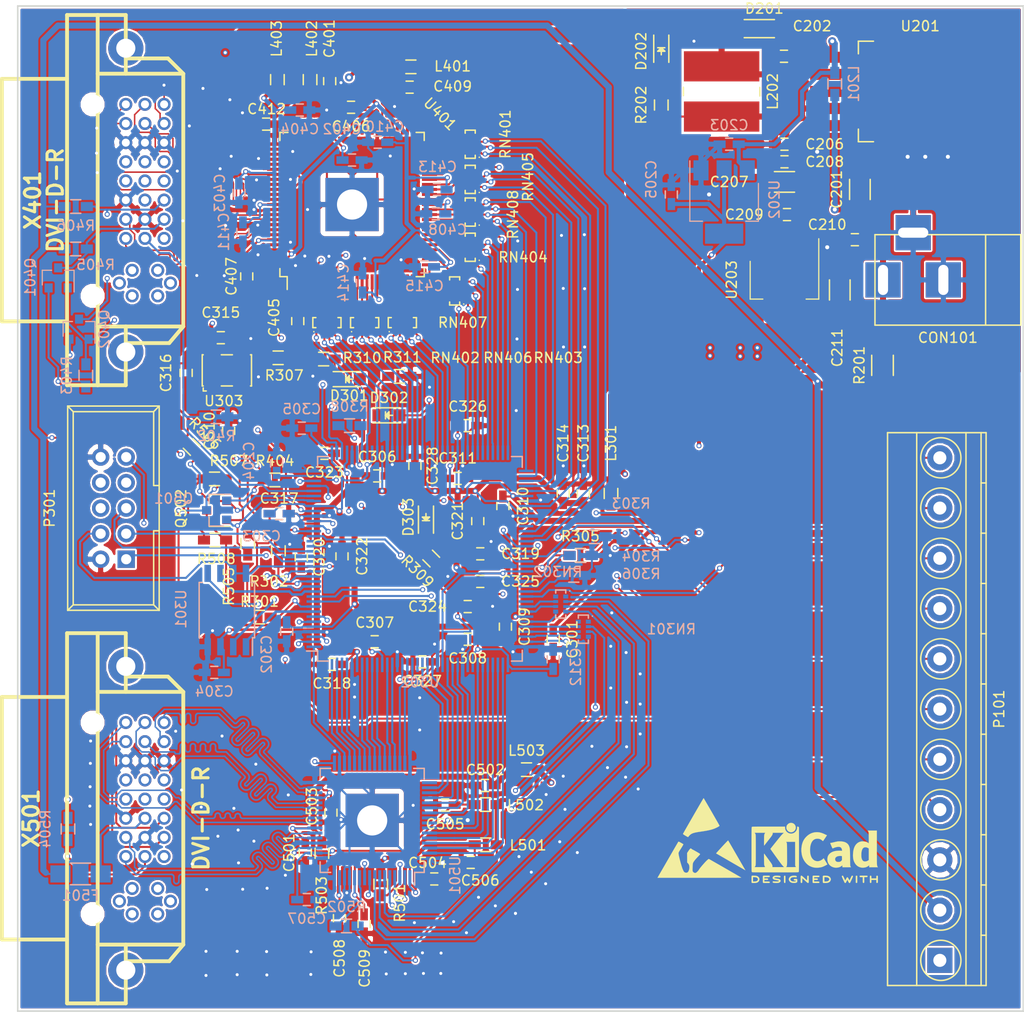
<source format=kicad_pcb>
(kicad_pcb (version 20160815) (host pcbnew "(2016-12-16 revision f631ae27b)-master")

  (general
    (links 472)
    (no_connects 1)
    (area 19.924999 19.924999 120.075001 120.075001)
    (thickness 1.6)
    (drawings 4)
    (tracks 4825)
    (zones 0)
    (modules 136)
    (nets 238)
  )

  (page A4)
  (layers
    (0 F.Cu signal)
    (1 In1.Cu signal)
    (2 In2.Cu signal)
    (31 B.Cu signal)
    (32 B.Adhes user)
    (33 F.Adhes user)
    (34 B.Paste user)
    (35 F.Paste user)
    (36 B.SilkS user)
    (37 F.SilkS user)
    (38 B.Mask user)
    (39 F.Mask user)
    (40 Dwgs.User user)
    (41 Cmts.User user)
    (42 Eco1.User user)
    (43 Eco2.User user)
    (44 Edge.Cuts user)
    (45 Margin user)
    (46 B.CrtYd user)
    (47 F.CrtYd user)
    (48 B.Fab user hide)
    (49 F.Fab user hide)
  )

  (setup
    (last_trace_width 0.2)
    (user_trace_width 0.15)
    (user_trace_width 0.2)
    (user_trace_width 0.4)
    (user_trace_width 0.6)
    (user_trace_width 1.5)
    (trace_clearance 0.152)
    (zone_clearance 0.17)
    (zone_45_only no)
    (trace_min 0.125)
    (segment_width 0.2)
    (edge_width 0.15)
    (via_size 0.5)
    (via_drill 0.3)
    (via_min_size 0.3)
    (via_min_drill 0.3)
    (user_via 0.5 0.3)
    (uvia_size 0.3)
    (uvia_drill 0.1)
    (uvias_allowed no)
    (uvia_min_size 0.2)
    (uvia_min_drill 0.1)
    (pcb_text_width 0.3)
    (pcb_text_size 1.5 1.5)
    (mod_edge_width 0.15)
    (mod_text_size 1 1)
    (mod_text_width 0.15)
    (pad_size 3 3)
    (pad_drill 3)
    (pad_to_mask_clearance 0.2)
    (aux_axis_origin 0 0)
    (visible_elements FFFFFF7F)
    (pcbplotparams
      (layerselection 0x010f0_ffffffff)
      (usegerberextensions false)
      (excludeedgelayer true)
      (linewidth 0.100000)
      (plotframeref false)
      (viasonmask false)
      (mode 1)
      (useauxorigin false)
      (hpglpennumber 1)
      (hpglpenspeed 20)
      (hpglpendiameter 15)
      (psnegative false)
      (psa4output false)
      (plotreference true)
      (plotvalue true)
      (plotinvisibletext false)
      (padsonsilk false)
      (subtractmaskfromsilk false)
      (outputformat 1)
      (mirror false)
      (drillshape 0)
      (scaleselection 1)
      (outputdirectory gerber/))
  )

  (net 0 "")
  (net 1 /power/VIN)
  (net 2 GND)
  (net 3 "Net-(C202-Pad2)")
  (net 4 +2V5)
  (net 5 +3V3)
  (net 6 +1V2)
  (net 7 +V_IO)
  (net 8 /dvi_out/TVDD)
  (net 9 "Net-(D201-Pad1)")
  (net 10 "Net-(D202-Pad2)")
  (net 11 "Net-(F501-Pad1)")
  (net 12 +5V)
  (net 13 /GPIO0)
  (net 14 /GPIO1)
  (net 15 /GPIO2)
  (net 16 /GPIO3)
  (net 17 /GPIO4)
  (net 18 /GPIO5)
  (net 19 /GPIO6)
  (net 20 /GPIO7)
  (net 21 "Net-(P301-Pad9)")
  (net 22 "Net-(P301-Pad8)")
  (net 23 "Net-(P301-Pad7)")
  (net 24 "Net-(P301-Pad6)")
  (net 25 "Net-(P301-Pad5)")
  (net 26 "Net-(P301-Pad3)")
  (net 27 "Net-(P301-Pad1)")
  (net 28 /dvi_in/DDCDAT_IN)
  (net 29 /dvi_in/DDCCLK_IN)
  (net 30 /dvi_out/DDCDAT)
  (net 31 /dvi_out/DDCCLK)
  (net 32 "Net-(R301-Pad1)")
  (net 33 "Net-(R302-Pad1)")
  (net 34 "Net-(R303-Pad1)")
  (net 35 "Net-(R304-Pad1)")
  (net 36 "Net-(R305-Pad1)")
  (net 37 "Net-(R306-Pad1)")
  (net 38 /fpga/CLK50)
  (net 39 "Net-(R307-Pad2)")
  (net 40 /dvi_out/TXCLK+)
  (net 41 "Net-(R308-Pad1)")
  (net 42 /fpga/CLKIN)
  (net 43 /dvi_in/HOTPLUG)
  (net 44 "Net-(R501-Pad1)")
  (net 45 /dvi_out/MSEN)
  (net 46 "Net-(R503-Pad2)")
  (net 47 /dvi_out/HOTPLUG)
  (net 48 "Net-(R504-Pad1)")
  (net 49 "Net-(RN301-Pad7)")
  (net 50 "Net-(RN301-Pad6)")
  (net 51 "Net-(RN301-Pad5)")
  (net 52 "Net-(RN301-Pad8)")
  (net 53 /dvi_out/CTL1)
  (net 54 /dvi_out/DE)
  (net 55 /dvi_out/VSYNC)
  (net 56 /dvi_out/HSYNC)
  (net 57 /dvi_out/CTL2)
  (net 58 /dvi_out/CTL3)
  (net 59 "Net-(RN302-Pad8)")
  (net 60 "Net-(RN302-Pad5)")
  (net 61 "Net-(RN302-Pad6)")
  (net 62 "Net-(RN302-Pad7)")
  (net 63 /dvi_in/DE)
  (net 64 /dvi_in/VSYNC)
  (net 65 /dvi_in/HSYNC)
  (net 66 "Net-(RN401-Pad4)")
  (net 67 "Net-(RN401-Pad8)")
  (net 68 "Net-(RN401-Pad5)")
  (net 69 "Net-(RN401-Pad6)")
  (net 70 "Net-(RN401-Pad7)")
  (net 71 "Net-(RN402-Pad7)")
  (net 72 "Net-(RN402-Pad6)")
  (net 73 "Net-(RN402-Pad5)")
  (net 74 "Net-(RN402-Pad8)")
  (net 75 /dvi_in/DATI3)
  (net 76 /dvi_in/DATI2)
  (net 77 /dvi_in/DATI1)
  (net 78 /dvi_in/DATI0)
  (net 79 "Net-(RN403-Pad7)")
  (net 80 "Net-(RN403-Pad6)")
  (net 81 "Net-(RN403-Pad5)")
  (net 82 "Net-(RN403-Pad8)")
  (net 83 /dvi_in/DATI11)
  (net 84 /dvi_in/DATI10)
  (net 85 /dvi_in/DATI9)
  (net 86 /dvi_in/DATI8)
  (net 87 "Net-(RN404-Pad7)")
  (net 88 "Net-(RN404-Pad6)")
  (net 89 "Net-(RN404-Pad5)")
  (net 90 "Net-(RN404-Pad8)")
  (net 91 /dvi_in/DATI19)
  (net 92 /dvi_in/DATI18)
  (net 93 /dvi_in/DATI17)
  (net 94 /dvi_in/DATI16)
  (net 95 "Net-(RN405-Pad7)")
  (net 96 "Net-(RN405-Pad6)")
  (net 97 "Net-(RN405-Pad5)")
  (net 98 "Net-(RN405-Pad8)")
  (net 99 /dvi_in/CTL3)
  (net 100 /dvi_in/CTL2)
  (net 101 /dvi_in/CTL1)
  (net 102 /dvi_in/DATI4)
  (net 103 /dvi_in/DATI5)
  (net 104 /dvi_in/DATI6)
  (net 105 /dvi_in/DATI7)
  (net 106 "Net-(RN406-Pad8)")
  (net 107 "Net-(RN406-Pad5)")
  (net 108 "Net-(RN406-Pad6)")
  (net 109 "Net-(RN406-Pad7)")
  (net 110 /dvi_in/DATI12)
  (net 111 /dvi_in/DATI13)
  (net 112 /dvi_in/DATI14)
  (net 113 /dvi_in/DATI15)
  (net 114 "Net-(RN407-Pad8)")
  (net 115 "Net-(RN407-Pad5)")
  (net 116 "Net-(RN407-Pad6)")
  (net 117 "Net-(RN407-Pad7)")
  (net 118 /dvi_in/DATI20)
  (net 119 /dvi_in/DATI21)
  (net 120 /dvi_in/DATI22)
  (net 121 /dvi_in/DATI23)
  (net 122 "Net-(RN408-Pad8)")
  (net 123 "Net-(RN408-Pad5)")
  (net 124 "Net-(RN408-Pad6)")
  (net 125 "Net-(RN408-Pad7)")
  (net 126 /dvi_out/DATO4)
  (net 127 /dvi_out/DATO5)
  (net 128 /dvi_out/DATO6)
  (net 129 /dvi_out/DATO7)
  (net 130 /dvi_out/DATO12)
  (net 131 /dvi_out/DATO13)
  (net 132 /dvi_out/DATO14)
  (net 133 /dvi_out/DATO15)
  (net 134 /dvi_out/DATO20)
  (net 135 /dvi_out/DATO21)
  (net 136 /dvi_out/DATO22)
  (net 137 /dvi_out/DATO23)
  (net 138 /dvi_out/DATO3)
  (net 139 /dvi_out/DATO2)
  (net 140 /dvi_out/DATO1)
  (net 141 /dvi_out/DATO0)
  (net 142 /dvi_out/DATO11)
  (net 143 /dvi_out/DATO10)
  (net 144 /dvi_out/DATO9)
  (net 145 /dvi_out/DATO8)
  (net 146 /dvi_out/DATO19)
  (net 147 /dvi_out/DATO18)
  (net 148 /dvi_out/DATO17)
  (net 149 /dvi_out/DATO16)
  (net 150 /fpga/DCLK)
  (net 151 /fpga/ASDI)
  (net 152 /fpga/DATA)
  (net 153 /fpga/nCS)
  (net 154 "Net-(U302-Pad127)")
  (net 155 /dvi_in/LINK_ACT)
  (net 156 /dvi_in/PDOWN)
  (net 157 /dvi_out/EDGE)
  (net 158 /dvi_out/DKEN)
  (net 159 "Net-(U303-Pad1)")
  (net 160 "Net-(U401-Pad96)")
  (net 161 /dvi_in/RxC-)
  (net 162 /dvi_in/RxC+)
  (net 163 /dvi_in/Rx0+)
  (net 164 /dvi_in/Rx1-)
  (net 165 /dvi_in/Rx1+)
  (net 166 /dvi_in/Rx2-)
  (net 167 /dvi_in/Rx2+)
  (net 168 "Net-(U401-Pad77)")
  (net 169 "Net-(U401-Pad75)")
  (net 170 "Net-(U401-Pad74)")
  (net 171 "Net-(U401-Pad73)")
  (net 172 "Net-(U401-Pad72)")
  (net 173 "Net-(U401-Pad71)")
  (net 174 "Net-(U401-Pad70)")
  (net 175 "Net-(U401-Pad69)")
  (net 176 "Net-(U401-Pad66)")
  (net 177 "Net-(U401-Pad65)")
  (net 178 "Net-(U401-Pad64)")
  (net 179 "Net-(U401-Pad63)")
  (net 180 "Net-(U401-Pad62)")
  (net 181 "Net-(U401-Pad61)")
  (net 182 "Net-(U401-Pad60)")
  (net 183 "Net-(U401-Pad59)")
  (net 184 "Net-(U401-Pad56)")
  (net 185 "Net-(U401-Pad55)")
  (net 186 "Net-(U401-Pad54)")
  (net 187 "Net-(U401-Pad53)")
  (net 188 "Net-(U401-Pad52)")
  (net 189 "Net-(U401-Pad51)")
  (net 190 "Net-(U401-Pad50)")
  (net 191 "Net-(U401-Pad49)")
  (net 192 "Net-(U501-Pad56)")
  (net 193 "Net-(U501-Pad49)")
  (net 194 /dvi_out/TX2+)
  (net 195 /dvi_out/TX2-)
  (net 196 /dvi_out/TX1+)
  (net 197 /dvi_out/TX1-)
  (net 198 /dvi_out/TX0+)
  (net 199 /dvi_out/TX0-)
  (net 200 /dvi_out/TXC+)
  (net 201 /dvi_out/TXC-)
  (net 202 "Net-(X401-Pad8)")
  (net 203 "Net-(X401-Pad21)")
  (net 204 "Net-(X401-Pad20)")
  (net 205 "Net-(X401-Pad14)")
  (net 206 "Net-(X401-Pad13)")
  (net 207 "Net-(X401-Pad12)")
  (net 208 "Net-(X401-Pad5)")
  (net 209 "Net-(X401-Pad4)")
  (net 210 "Net-(X501-Pad4)")
  (net 211 "Net-(X501-Pad5)")
  (net 212 "Net-(X501-Pad12)")
  (net 213 "Net-(X501-Pad13)")
  (net 214 "Net-(X501-Pad20)")
  (net 215 "Net-(X501-Pad21)")
  (net 216 "Net-(X501-Pad8)")
  (net 217 "Net-(D301-Pad2)")
  (net 218 "Net-(D302-Pad2)")
  (net 219 "Net-(D303-Pad2)")
  (net 220 /dvi_in/Rx0-)
  (net 221 "Net-(U302-Pad99)")
  (net 222 "Net-(U302-Pad84)")
  (net 223 "Net-(U302-Pad83)")
  (net 224 "Net-(RN302-Pad1)")
  (net 225 "Net-(D301-Pad1)")
  (net 226 "Net-(D302-Pad1)")
  (net 227 "Net-(D303-Pad1)")
  (net 228 "Net-(RN301-Pad1)")
  (net 229 /dvi_in/PVDD)
  (net 230 /dvi_in/DVDD)
  (net 231 /dvi_in/AVDD)
  (net 232 /dvi_out/DVDD)
  (net 233 /dvi_out/PVDD)
  (net 234 /dvi_out/DDCDAT_)
  (net 235 /dvi_out/DDCCLK_)
  (net 236 /dvi_in/DDCDAT_)
  (net 237 /dvi_in/DDCCLK_)

  (net_class Default "This is the default net class."
    (clearance 0.152)
    (trace_width 0.2)
    (via_dia 0.5)
    (via_drill 0.3)
    (uvia_dia 0.3)
    (uvia_drill 0.1)
    (diff_pair_gap 0.25)
    (diff_pair_width 0.2)
    (add_net +1V2)
    (add_net +2V5)
    (add_net +3V3)
    (add_net +5V)
    (add_net +V_IO)
    (add_net /GPIO0)
    (add_net /GPIO1)
    (add_net /GPIO2)
    (add_net /GPIO3)
    (add_net /GPIO4)
    (add_net /GPIO5)
    (add_net /GPIO6)
    (add_net /GPIO7)
    (add_net /dvi_in/AVDD)
    (add_net /dvi_in/CTL1)
    (add_net /dvi_in/CTL2)
    (add_net /dvi_in/CTL3)
    (add_net /dvi_in/DATI0)
    (add_net /dvi_in/DATI1)
    (add_net /dvi_in/DATI10)
    (add_net /dvi_in/DATI11)
    (add_net /dvi_in/DATI12)
    (add_net /dvi_in/DATI13)
    (add_net /dvi_in/DATI14)
    (add_net /dvi_in/DATI15)
    (add_net /dvi_in/DATI16)
    (add_net /dvi_in/DATI17)
    (add_net /dvi_in/DATI18)
    (add_net /dvi_in/DATI19)
    (add_net /dvi_in/DATI2)
    (add_net /dvi_in/DATI20)
    (add_net /dvi_in/DATI21)
    (add_net /dvi_in/DATI22)
    (add_net /dvi_in/DATI23)
    (add_net /dvi_in/DATI3)
    (add_net /dvi_in/DATI4)
    (add_net /dvi_in/DATI5)
    (add_net /dvi_in/DATI6)
    (add_net /dvi_in/DATI7)
    (add_net /dvi_in/DATI8)
    (add_net /dvi_in/DATI9)
    (add_net /dvi_in/DDCCLK_)
    (add_net /dvi_in/DDCCLK_IN)
    (add_net /dvi_in/DDCDAT_)
    (add_net /dvi_in/DDCDAT_IN)
    (add_net /dvi_in/DE)
    (add_net /dvi_in/DVDD)
    (add_net /dvi_in/HOTPLUG)
    (add_net /dvi_in/HSYNC)
    (add_net /dvi_in/LINK_ACT)
    (add_net /dvi_in/PDOWN)
    (add_net /dvi_in/PVDD)
    (add_net /dvi_in/Rx0+)
    (add_net /dvi_in/Rx0-)
    (add_net /dvi_in/Rx1+)
    (add_net /dvi_in/Rx1-)
    (add_net /dvi_in/Rx2+)
    (add_net /dvi_in/Rx2-)
    (add_net /dvi_in/RxC+)
    (add_net /dvi_in/RxC-)
    (add_net /dvi_in/VSYNC)
    (add_net /dvi_out/CTL1)
    (add_net /dvi_out/CTL2)
    (add_net /dvi_out/CTL3)
    (add_net /dvi_out/DATO0)
    (add_net /dvi_out/DATO1)
    (add_net /dvi_out/DATO10)
    (add_net /dvi_out/DATO11)
    (add_net /dvi_out/DATO12)
    (add_net /dvi_out/DATO13)
    (add_net /dvi_out/DATO14)
    (add_net /dvi_out/DATO15)
    (add_net /dvi_out/DATO16)
    (add_net /dvi_out/DATO17)
    (add_net /dvi_out/DATO18)
    (add_net /dvi_out/DATO19)
    (add_net /dvi_out/DATO2)
    (add_net /dvi_out/DATO20)
    (add_net /dvi_out/DATO21)
    (add_net /dvi_out/DATO22)
    (add_net /dvi_out/DATO23)
    (add_net /dvi_out/DATO3)
    (add_net /dvi_out/DATO4)
    (add_net /dvi_out/DATO5)
    (add_net /dvi_out/DATO6)
    (add_net /dvi_out/DATO7)
    (add_net /dvi_out/DATO8)
    (add_net /dvi_out/DATO9)
    (add_net /dvi_out/DDCCLK)
    (add_net /dvi_out/DDCCLK_)
    (add_net /dvi_out/DDCDAT)
    (add_net /dvi_out/DDCDAT_)
    (add_net /dvi_out/DE)
    (add_net /dvi_out/DKEN)
    (add_net /dvi_out/DVDD)
    (add_net /dvi_out/EDGE)
    (add_net /dvi_out/HOTPLUG)
    (add_net /dvi_out/HSYNC)
    (add_net /dvi_out/MSEN)
    (add_net /dvi_out/PVDD)
    (add_net /dvi_out/TVDD)
    (add_net /dvi_out/TX0+)
    (add_net /dvi_out/TX0-)
    (add_net /dvi_out/TX1+)
    (add_net /dvi_out/TX1-)
    (add_net /dvi_out/TX2+)
    (add_net /dvi_out/TX2-)
    (add_net /dvi_out/TXC+)
    (add_net /dvi_out/TXC-)
    (add_net /dvi_out/TXCLK+)
    (add_net /dvi_out/VSYNC)
    (add_net /fpga/ASDI)
    (add_net /fpga/CLK50)
    (add_net /fpga/CLKIN)
    (add_net /fpga/DATA)
    (add_net /fpga/DCLK)
    (add_net /fpga/nCS)
    (add_net /power/VIN)
    (add_net GND)
    (add_net "Net-(C202-Pad2)")
    (add_net "Net-(D201-Pad1)")
    (add_net "Net-(D202-Pad2)")
    (add_net "Net-(D301-Pad1)")
    (add_net "Net-(D301-Pad2)")
    (add_net "Net-(D302-Pad1)")
    (add_net "Net-(D302-Pad2)")
    (add_net "Net-(D303-Pad1)")
    (add_net "Net-(D303-Pad2)")
    (add_net "Net-(F501-Pad1)")
    (add_net "Net-(P301-Pad1)")
    (add_net "Net-(P301-Pad3)")
    (add_net "Net-(P301-Pad5)")
    (add_net "Net-(P301-Pad6)")
    (add_net "Net-(P301-Pad7)")
    (add_net "Net-(P301-Pad8)")
    (add_net "Net-(P301-Pad9)")
    (add_net "Net-(R301-Pad1)")
    (add_net "Net-(R302-Pad1)")
    (add_net "Net-(R303-Pad1)")
    (add_net "Net-(R304-Pad1)")
    (add_net "Net-(R305-Pad1)")
    (add_net "Net-(R306-Pad1)")
    (add_net "Net-(R307-Pad2)")
    (add_net "Net-(R308-Pad1)")
    (add_net "Net-(R501-Pad1)")
    (add_net "Net-(R503-Pad2)")
    (add_net "Net-(R504-Pad1)")
    (add_net "Net-(RN301-Pad1)")
    (add_net "Net-(RN301-Pad5)")
    (add_net "Net-(RN301-Pad6)")
    (add_net "Net-(RN301-Pad7)")
    (add_net "Net-(RN301-Pad8)")
    (add_net "Net-(RN302-Pad1)")
    (add_net "Net-(RN302-Pad5)")
    (add_net "Net-(RN302-Pad6)")
    (add_net "Net-(RN302-Pad7)")
    (add_net "Net-(RN302-Pad8)")
    (add_net "Net-(RN401-Pad4)")
    (add_net "Net-(RN401-Pad5)")
    (add_net "Net-(RN401-Pad6)")
    (add_net "Net-(RN401-Pad7)")
    (add_net "Net-(RN401-Pad8)")
    (add_net "Net-(RN402-Pad5)")
    (add_net "Net-(RN402-Pad6)")
    (add_net "Net-(RN402-Pad7)")
    (add_net "Net-(RN402-Pad8)")
    (add_net "Net-(RN403-Pad5)")
    (add_net "Net-(RN403-Pad6)")
    (add_net "Net-(RN403-Pad7)")
    (add_net "Net-(RN403-Pad8)")
    (add_net "Net-(RN404-Pad5)")
    (add_net "Net-(RN404-Pad6)")
    (add_net "Net-(RN404-Pad7)")
    (add_net "Net-(RN404-Pad8)")
    (add_net "Net-(RN405-Pad5)")
    (add_net "Net-(RN405-Pad6)")
    (add_net "Net-(RN405-Pad7)")
    (add_net "Net-(RN405-Pad8)")
    (add_net "Net-(RN406-Pad5)")
    (add_net "Net-(RN406-Pad6)")
    (add_net "Net-(RN406-Pad7)")
    (add_net "Net-(RN406-Pad8)")
    (add_net "Net-(RN407-Pad5)")
    (add_net "Net-(RN407-Pad6)")
    (add_net "Net-(RN407-Pad7)")
    (add_net "Net-(RN407-Pad8)")
    (add_net "Net-(RN408-Pad5)")
    (add_net "Net-(RN408-Pad6)")
    (add_net "Net-(RN408-Pad7)")
    (add_net "Net-(RN408-Pad8)")
    (add_net "Net-(U302-Pad127)")
    (add_net "Net-(U302-Pad83)")
    (add_net "Net-(U302-Pad84)")
    (add_net "Net-(U302-Pad99)")
    (add_net "Net-(U303-Pad1)")
    (add_net "Net-(U401-Pad49)")
    (add_net "Net-(U401-Pad50)")
    (add_net "Net-(U401-Pad51)")
    (add_net "Net-(U401-Pad52)")
    (add_net "Net-(U401-Pad53)")
    (add_net "Net-(U401-Pad54)")
    (add_net "Net-(U401-Pad55)")
    (add_net "Net-(U401-Pad56)")
    (add_net "Net-(U401-Pad59)")
    (add_net "Net-(U401-Pad60)")
    (add_net "Net-(U401-Pad61)")
    (add_net "Net-(U401-Pad62)")
    (add_net "Net-(U401-Pad63)")
    (add_net "Net-(U401-Pad64)")
    (add_net "Net-(U401-Pad65)")
    (add_net "Net-(U401-Pad66)")
    (add_net "Net-(U401-Pad69)")
    (add_net "Net-(U401-Pad70)")
    (add_net "Net-(U401-Pad71)")
    (add_net "Net-(U401-Pad72)")
    (add_net "Net-(U401-Pad73)")
    (add_net "Net-(U401-Pad74)")
    (add_net "Net-(U401-Pad75)")
    (add_net "Net-(U401-Pad77)")
    (add_net "Net-(U401-Pad96)")
    (add_net "Net-(U501-Pad49)")
    (add_net "Net-(U501-Pad56)")
    (add_net "Net-(X401-Pad12)")
    (add_net "Net-(X401-Pad13)")
    (add_net "Net-(X401-Pad14)")
    (add_net "Net-(X401-Pad20)")
    (add_net "Net-(X401-Pad21)")
    (add_net "Net-(X401-Pad4)")
    (add_net "Net-(X401-Pad5)")
    (add_net "Net-(X401-Pad8)")
    (add_net "Net-(X501-Pad12)")
    (add_net "Net-(X501-Pad13)")
    (add_net "Net-(X501-Pad20)")
    (add_net "Net-(X501-Pad21)")
    (add_net "Net-(X501-Pad4)")
    (add_net "Net-(X501-Pad5)")
    (add_net "Net-(X501-Pad8)")
  )

  (module artwork:shimatta_std (layer F.Cu) (tedit 0) (tstamp 58695997)
    (at 87.25 113.25)
    (fp_text reference G*** (at 0 0) (layer F.SilkS) hide
      (effects (font (thickness 0.3)))
    )
    (fp_text value LOGO (at 0.75 0) (layer F.SilkS) hide
      (effects (font (thickness 0.3)))
    )
    (fp_poly (pts (xy 10.868794 -0.34663) (xy 10.940082 -0.344725) (xy 11.001581 -0.340759) (xy 11.054456 -0.334558)
      (xy 11.099874 -0.325943) (xy 11.138999 -0.314739) (xy 11.172997 -0.300768) (xy 11.203034 -0.283854)
      (xy 11.230276 -0.263821) (xy 11.255887 -0.240491) (xy 11.256462 -0.239919) (xy 11.289334 -0.201111)
      (xy 11.312259 -0.15891) (xy 11.326574 -0.110035) (xy 11.333618 -0.05121) (xy 11.333643 -0.0508)
      (xy 11.332569 0.023291) (xy 11.320361 0.089289) (xy 11.297275 0.146655) (xy 11.263566 0.19485)
      (xy 11.219491 0.233333) (xy 11.190884 0.250184) (xy 11.170271 0.260221) (xy 11.150623 0.268525)
      (xy 11.130272 0.275304) (xy 11.107549 0.280766) (xy 11.080783 0.285117) (xy 11.048306 0.288565)
      (xy 11.008448 0.291317) (xy 10.959541 0.29358) (xy 10.899914 0.295563) (xy 10.827899 0.297472)
      (xy 10.805885 0.298007) (xy 10.501253 0.308642) (xy 10.207708 0.325718) (xy 9.923258 0.349393)
      (xy 9.645907 0.379823) (xy 9.470624 0.402998) (xy 9.411807 0.410902) (xy 9.364278 0.416192)
      (xy 9.325062 0.418954) (xy 9.291185 0.41927) (xy 9.259672 0.417223) (xy 9.227549 0.412897)
      (xy 9.212169 0.410241) (xy 9.144467 0.392017) (xy 9.087321 0.363849) (xy 9.040745 0.325747)
      (xy 9.004755 0.277724) (xy 8.992925 0.254871) (xy 8.980849 0.218141) (xy 8.973005 0.172373)
      (xy 8.969757 0.122517) (xy 8.971468 0.073524) (xy 8.976926 0.037019) (xy 8.997827 -0.025291)
      (xy 9.0312 -0.080963) (xy 9.075937 -0.128488) (xy 9.122686 -0.16171) (xy 9.147207 -0.17458)
      (xy 9.175393 -0.186432) (xy 9.208483 -0.197521) (xy 9.247713 -0.208107) (xy 9.294321 -0.218445)
      (xy 9.349544 -0.228794) (xy 9.414619 -0.23941) (xy 9.490782 -0.250551) (xy 9.579273 -0.262474)
      (xy 9.652 -0.271774) (xy 9.800914 -0.289224) (xy 9.950405 -0.304133) (xy 10.103324 -0.316716)
      (xy 10.262527 -0.327186) (xy 10.430867 -0.335758) (xy 10.584543 -0.341755) (xy 10.69219 -0.344969)
      (xy 10.786552 -0.346653) (xy 10.868794 -0.34663)) (layer F.Mask) (width 0.01))
    (fp_poly (pts (xy 3.280686 -0.880939) (xy 3.34556 -0.879771) (xy 3.402872 -0.877617) (xy 3.449973 -0.87446)
      (xy 3.472543 -0.872037) (xy 3.61367 -0.849571) (xy 3.744701 -0.82007) (xy 3.868701 -0.782621)
      (xy 3.988736 -0.73631) (xy 4.096467 -0.686017) (xy 4.193868 -0.632986) (xy 4.288297 -0.574006)
      (xy 4.3772 -0.510941) (xy 4.458022 -0.445653) (xy 4.528209 -0.380007) (xy 4.555365 -0.351156)
      (xy 4.639992 -0.246318) (xy 4.713364 -0.13273) (xy 4.774921 -0.011455) (xy 4.824102 0.116443)
      (xy 4.850885 0.209423) (xy 4.879181 0.347701) (xy 4.896607 0.490707) (xy 4.903125 0.635529)
      (xy 4.898699 0.779253) (xy 4.88329 0.918966) (xy 4.861451 1.032728) (xy 4.824346 1.160933)
      (xy 4.77372 1.287533) (xy 4.710565 1.41087) (xy 4.635874 1.529285) (xy 4.550639 1.641117)
      (xy 4.455854 1.744709) (xy 4.40832 1.79005) (xy 4.299338 1.882172) (xy 4.177612 1.971762)
      (xy 4.04482 2.057926) (xy 3.902638 2.139772) (xy 3.752745 2.216408) (xy 3.596818 2.286942)
      (xy 3.436534 2.350482) (xy 3.27357 2.406135) (xy 3.218543 2.422898) (xy 3.139899 2.444368)
      (xy 3.049468 2.466013) (xy 2.949959 2.487315) (xy 2.844082 2.507761) (xy 2.734547 2.526832)
      (xy 2.624065 2.544015) (xy 2.515345 2.558792) (xy 2.485571 2.56243) (xy 2.428012 2.568359)
      (xy 2.365313 2.573218) (xy 2.299907 2.576957) (xy 2.234229 2.579525) (xy 2.17071 2.580872)
      (xy 2.111786 2.580947) (xy 2.05989 2.579698) (xy 2.017454 2.577077) (xy 1.986913 2.573032)
      (xy 1.985844 2.572813) (xy 1.91558 2.552339) (xy 1.8565 2.522842) (xy 1.808841 2.484627)
      (xy 1.772841 2.437998) (xy 1.748736 2.38326) (xy 1.736764 2.320717) (xy 1.736929 2.253327)
      (xy 1.748307 2.186275) (xy 1.77048 2.128668) (xy 1.803758 2.079916) (xy 1.848452 2.039427)
      (xy 1.849677 2.038544) (xy 1.877767 2.020506) (xy 1.908228 2.005555) (xy 1.943115 1.993169)
      (xy 1.984481 1.982826) (xy 2.034379 1.974007) (xy 2.094863 1.966188) (xy 2.161084 1.959481)
      (xy 2.311846 1.944454) (xy 2.450169 1.928139) (xy 2.578102 1.910074) (xy 2.697697 1.889796)
      (xy 2.811005 1.866842) (xy 2.920076 1.84075) (xy 3.026962 1.811058) (xy 3.133714 1.777303)
      (xy 3.242382 1.739022) (xy 3.355017 1.695754) (xy 3.386254 1.683205) (xy 3.439042 1.660814)
      (xy 3.498085 1.634078) (xy 3.560068 1.604637) (xy 3.621674 1.574131) (xy 3.679588 1.5442)
      (xy 3.730494 1.516484) (xy 3.76929 1.493734) (xy 3.863531 1.428613) (xy 3.952139 1.353949)
      (xy 4.033116 1.271853) (xy 4.104465 1.184435) (xy 4.16419 1.093803) (xy 4.186568 1.052873)
      (xy 4.225348 0.967344) (xy 4.253373 0.882119) (xy 4.271449 0.793702) (xy 4.280379 0.698597)
      (xy 4.281685 0.639641) (xy 4.277001 0.527464) (xy 4.262763 0.425302) (xy 4.238591 0.331924)
      (xy 4.204105 0.2461) (xy 4.158926 0.166599) (xy 4.119 0.11188) (xy 4.060291 0.048463)
      (xy 3.988142 -0.012032) (xy 3.902275 -0.06981) (xy 3.802411 -0.125073) (xy 3.778387 -0.136985)
      (xy 3.681686 -0.179417) (xy 3.583439 -0.212975) (xy 3.48168 -0.237992) (xy 3.374444 -0.254803)
      (xy 3.259766 -0.263742) (xy 3.13568 -0.265143) (xy 3.043531 -0.261888) (xy 2.888029 -0.251649)
      (xy 2.734088 -0.236994) (xy 2.580213 -0.217612) (xy 2.424912 -0.193189) (xy 2.26669 -0.163413)
      (xy 2.104054 -0.127969) (xy 1.93551 -0.086547) (xy 1.759564 -0.038832) (xy 1.574722 0.015488)
      (xy 1.379491 0.076726) (xy 1.29428 0.104504) (xy 1.212487 0.131377) (xy 1.14306 0.153997)
      (xy 1.08461 0.172751) (xy 1.035751 0.188021) (xy 0.995094 0.200194) (xy 0.961252 0.209655)
      (xy 0.932836 0.216787) (xy 0.908459 0.221977) (xy 0.886733 0.225608) (xy 0.86627 0.228067)
      (xy 0.845683 0.229737) (xy 0.841828 0.229985) (xy 0.770694 0.22918) (xy 0.705988 0.217912)
      (xy 0.648912 0.196762) (xy 0.60067 0.166307) (xy 0.562463 0.127129) (xy 0.536857 0.083059)
      (xy 0.516575 0.01964) (xy 0.509485 -0.04353) (xy 0.515258 -0.10471) (xy 0.533566 -0.162158)
      (xy 0.564078 -0.214131) (xy 0.6005 -0.25372) (xy 0.627556 -0.275729) (xy 0.658526 -0.29656)
      (xy 0.694993 -0.316941) (xy 0.738543 -0.337601) (xy 0.790758 -0.359268) (xy 0.853223 -0.382671)
      (xy 0.927522 -0.40854) (xy 0.962785 -0.420363) (xy 1.235996 -0.508259) (xy 1.498548 -0.586824)
      (xy 1.750821 -0.656148) (xy 1.993199 -0.71632) (xy 2.226063 -0.767428) (xy 2.449796 -0.809563)
      (xy 2.664779 -0.842814) (xy 2.871395 -0.86727) (xy 2.881085 -0.868221) (xy 2.935666 -0.872605)
      (xy 2.998589 -0.876105) (xy 3.067203 -0.878706) (xy 3.138857 -0.88039) (xy 3.210902 -0.88114)
      (xy 3.280686 -0.880939)) (layer F.Mask) (width 0.01))
    (fp_poly (pts (xy 9.003608 1.085203) (xy 9.056887 1.097351) (xy 9.102289 1.118483) (xy 9.136442 1.144109)
      (xy 9.162501 1.170161) (xy 9.183639 1.197962) (xy 9.200436 1.229422) (xy 9.213471 1.266452)
      (xy 9.223323 1.310961) (xy 9.230572 1.364858) (xy 9.235796 1.430055) (xy 9.238428 1.480457)
      (xy 9.242463 1.556719) (xy 9.247451 1.620598) (xy 9.253768 1.674212) (xy 9.261789 1.719683)
      (xy 9.27189 1.759128) (xy 9.284448 1.794667) (xy 9.299837 1.828421) (xy 9.300281 1.8293)
      (xy 9.32368 1.861058) (xy 9.36009 1.889396) (xy 9.409773 1.914428) (xy 9.472988 1.936271)
      (xy 9.549997 1.955039) (xy 9.608457 1.96579) (xy 9.659854 1.973801) (xy 9.709141 1.980441)
      (xy 9.758607 1.98587) (xy 9.810543 1.990245) (xy 9.86724 1.993727) (xy 9.930987 1.996474)
      (xy 10.004074 1.998645) (xy 10.088793 2.000399) (xy 10.112828 2.000803) (xy 10.344931 2.000686)
      (xy 10.574631 1.992926) (xy 10.799511 1.977698) (xy 11.017155 1.955179) (xy 11.225147 1.925543)
      (xy 11.283945 1.915532) (xy 11.323332 1.909019) (xy 11.353394 1.905485) (xy 11.37896 1.904703)
      (xy 11.404859 1.906445) (xy 11.424674 1.908893) (xy 11.494816 1.923371) (xy 11.553352 1.946196)
      (xy 11.600789 1.977718) (xy 11.637635 2.018289) (xy 11.664396 2.068258) (xy 11.667708 2.076961)
      (xy 11.674691 2.105256) (xy 11.679662 2.14325) (xy 11.682423 2.186242) (xy 11.682775 2.229529)
      (xy 11.680518 2.26841) (xy 11.676827 2.29262) (xy 11.655383 2.357769) (xy 11.621693 2.415438)
      (xy 11.576172 2.465251) (xy 11.51923 2.506833) (xy 11.451281 2.539807) (xy 11.381702 2.561655)
      (xy 11.342402 2.569881) (xy 11.29029 2.578484) (xy 11.227059 2.587284) (xy 11.154403 2.596097)
      (xy 11.074012 2.604743) (xy 10.987579 2.61304) (xy 10.896797 2.620806) (xy 10.803359 2.62786)
      (xy 10.708955 2.634021) (xy 10.705281 2.63424) (xy 10.652261 2.63689) (xy 10.589033 2.639219)
      (xy 10.517978 2.641203) (xy 10.441476 2.642822) (xy 10.36191 2.644053) (xy 10.281658 2.644874)
      (xy 10.203102 2.645263) (xy 10.128622 2.645198) (xy 10.0606 2.644658) (xy 10.001415 2.643619)
      (xy 9.953449 2.64206) (xy 9.938657 2.641327) (xy 9.768481 2.628296) (xy 9.611394 2.609042)
      (xy 9.467369 2.583557) (xy 9.336381 2.551835) (xy 9.218402 2.51387) (xy 9.113406 2.469654)
      (xy 9.021367 2.419181) (xy 8.998233 2.404142) (xy 8.936306 2.355572) (xy 8.876387 2.295797)
      (xy 8.821128 2.228111) (xy 8.77318 2.155807) (xy 8.735198 2.08218) (xy 8.730868 2.072055)
      (xy 8.707215 2.00826) (xy 8.685371 1.936098) (xy 8.66712 1.861716) (xy 8.660844 1.8307)
      (xy 8.655793 1.795362) (xy 8.651582 1.749235) (xy 8.648253 1.695121) (xy 8.645849 1.635825)
      (xy 8.644412 1.574151) (xy 8.643985 1.512901) (xy 8.64461 1.45488) (xy 8.646328 1.402892)
      (xy 8.649184 1.359739) (xy 8.653218 1.328227) (xy 8.65325 1.328057) (xy 8.671645 1.258488)
      (xy 8.698511 1.200675) (xy 8.734046 1.154447) (xy 8.778447 1.119634) (xy 8.831912 1.096067)
      (xy 8.894638 1.083576) (xy 8.940188 1.081315) (xy 9.003608 1.085203)) (layer F.Mask) (width 0.01))
    (fp_poly (pts (xy -11.3068 -2.522042) (xy -11.243523 -2.508415) (xy -11.18998 -2.484867) (xy -11.145174 -2.450712)
      (xy -11.108109 -2.405266) (xy -11.077788 -2.347845) (xy -11.062557 -2.307771) (xy -11.061106 -2.303062)
      (xy -11.05976 -2.297493) (xy -11.058513 -2.290514) (xy -11.057361 -2.281571) (xy -11.056298 -2.270114)
      (xy -11.055319 -2.255589) (xy -11.054417 -2.237446) (xy -11.053589 -2.215132) (xy -11.052827 -2.188096)
      (xy -11.052128 -2.155784) (xy -11.051485 -2.117645) (xy -11.050893 -2.073128) (xy -11.050346 -2.02168)
      (xy -11.04984 -1.962749) (xy -11.049369 -1.895784) (xy -11.048927 -1.820232) (xy -11.048509 -1.735541)
      (xy -11.04811 -1.64116) (xy -11.047724 -1.536535) (xy -11.047346 -1.421117) (xy -11.04697 -1.294351)
      (xy -11.046591 -1.155687) (xy -11.046203 -1.004573) (xy -11.045802 -0.840455) (xy -11.045381 -0.662784)
      (xy -11.045055 -0.522514) (xy -11.044621 -0.331929) (xy -11.044228 -0.155283) (xy -11.043859 0.008)
      (xy -11.043503 0.158496) (xy -11.043145 0.296779) (xy -11.042771 0.423427) (xy -11.042368 0.539013)
      (xy -11.041921 0.644114) (xy -11.041417 0.739305) (xy -11.040843 0.825162) (xy -11.040184 0.90226)
      (xy -11.039426 0.971175) (xy -11.038556 1.032482) (xy -11.037561 1.086757) (xy -11.036425 1.134576)
      (xy -11.035136 1.176514) (xy -11.033679 1.213146) (xy -11.032041 1.245049) (xy -11.030209 1.272797)
      (xy -11.028167 1.296966) (xy -11.025903 1.318133) (xy -11.023403 1.336871) (xy -11.020653 1.353757)
      (xy -11.017638 1.369367) (xy -11.014346 1.384276) (xy -11.010763 1.399059) (xy -11.006874 1.414293)
      (xy -11.002666 1.430552) (xy -10.998125 1.448412) (xy -10.997798 1.449724) (xy -10.964594 1.558686)
      (xy -10.922022 1.656604) (xy -10.87005 1.743504) (xy -10.808644 1.819409) (xy -10.737771 1.884342)
      (xy -10.6574 1.938328) (xy -10.567497 1.98139) (xy -10.468029 2.013553) (xy -10.358964 2.03484)
      (xy -10.24027 2.045275) (xy -10.18084 2.046437) (xy -10.02365 2.040231) (xy -9.8725 2.021965)
      (xy -9.72797 1.991807) (xy -9.590642 1.949924) (xy -9.461096 1.896487) (xy -9.339913 1.831662)
      (xy -9.260323 1.779565) (xy -9.187902 1.722827) (xy -9.111738 1.652849) (xy -9.032329 1.570273)
      (xy -8.950172 1.475739) (xy -8.865765 1.369888) (xy -8.779606 1.253362) (xy -8.692193 1.126801)
      (xy -8.604024 0.990846) (xy -8.515598 0.846139) (xy -8.456603 0.744866) (xy -8.420295 0.681984)
      (xy -8.389599 0.630434) (xy -8.363414 0.588677) (xy -8.340642 0.555175) (xy -8.320185 0.52839)
      (xy -8.300944 0.506783) (xy -8.28182 0.488815) (xy -8.263208 0.474045) (xy -8.214168 0.444068)
      (xy -8.164588 0.42726) (xy -8.110878 0.422597) (xy -8.087241 0.423921) (xy -8.016328 0.43535)
      (xy -7.956351 0.456006) (xy -7.906749 0.48626) (xy -7.866959 0.526481) (xy -7.836418 0.57704)
      (xy -7.82912 0.593917) (xy -7.822484 0.612165) (xy -7.817901 0.630107) (xy -7.815007 0.650993)
      (xy -7.813441 0.678075) (xy -7.812837 0.714605) (xy -7.812785 0.740229) (xy -7.813068 0.783475)
      (xy -7.814142 0.815935) (xy -7.816453 0.841334) (xy -7.820449 0.863396) (xy -7.826575 0.885845)
      (xy -7.832408 0.903897) (xy -7.851583 0.954021) (xy -7.878322 1.012108) (xy -7.912937 1.078718)
      (xy -7.95574 1.154407) (xy -8.007042 1.239733) (xy -8.067153 1.335253) (xy -8.111874 1.404257)
      (xy -8.184605 1.512428) (xy -8.259972 1.618994) (xy -8.336751 1.722437) (xy -8.413714 1.821243)
      (xy -8.489636 1.913893) (xy -8.563289 1.998871) (xy -8.633448 2.07466) (xy -8.698886 2.139743)
      (xy -8.728507 2.166955) (xy -8.860206 2.275387) (xy -8.997401 2.370806) (xy -9.140585 2.453429)
      (xy -9.290251 2.523473) (xy -9.446893 2.581154) (xy -9.611006 2.626689) (xy -9.783083 2.660295)
      (xy -9.884229 2.674116) (xy -9.919679 2.67748) (xy -9.965044 2.680623) (xy -10.01747 2.683457)
      (xy -10.074102 2.685893) (xy -10.132084 2.687841) (xy -10.188562 2.689214) (xy -10.240682 2.689922)
      (xy -10.285588 2.689876) (xy -10.320426 2.688988) (xy -10.334172 2.688116) (xy -10.416848 2.680487)
      (xy -10.487731 2.672889) (xy -10.549531 2.664887) (xy -10.604963 2.656048) (xy -10.656738 2.645936)
      (xy -10.70757 2.634117) (xy -10.76017 2.620157) (xy -10.762343 2.61955) (xy -10.895114 2.575667)
      (xy -11.018016 2.521153) (xy -11.131009 2.456059) (xy -11.234049 2.380436) (xy -11.327095 2.294335)
      (xy -11.410105 2.197808) (xy -11.483037 2.090905) (xy -11.545849 1.973679) (xy -11.598497 1.84618)
      (xy -11.640942 1.708459) (xy -11.673139 1.560568) (xy -11.683136 1.4986) (xy -11.686392 1.47592)
      (xy -11.68941 1.453712) (xy -11.692198 1.431387) (xy -11.694765 1.408356) (xy -11.697119 1.384029)
      (xy -11.699267 1.357817) (xy -11.701218 1.32913) (xy -11.702981 1.29738) (xy -11.704563 1.261978)
      (xy -11.705972 1.222333) (xy -11.707217 1.177857) (xy -11.708306 1.12796) (xy -11.709247 1.072053)
      (xy -11.710049 1.009548) (xy -11.710719 0.939853) (xy -11.711265 0.862381) (xy -11.711696 0.776542)
      (xy -11.71202 0.681747) (xy -11.712245 0.577406) (xy -11.71238 0.46293) (xy -11.712432 0.337731)
      (xy -11.712409 0.201217) (xy -11.71232 0.052801) (xy -11.712174 -0.108106) (xy -11.711977 -0.282095)
      (xy -11.711739 -0.469755) (xy -11.711625 -0.555171) (xy -11.711372 -0.740789) (xy -11.711126 -0.912453)
      (xy -11.710882 -1.070721) (xy -11.710637 -1.216155) (xy -11.710384 -1.349313) (xy -11.71012 -1.470756)
      (xy -11.709839 -1.581042) (xy -11.709536 -1.680732) (xy -11.709207 -1.770386) (xy -11.708846 -1.850563)
      (xy -11.708449 -1.921822) (xy -11.708011 -1.984725) (xy -11.707527 -2.039829) (xy -11.706992 -2.087696)
      (xy -11.706401 -2.128884) (xy -11.70575 -2.163954) (xy -11.705033 -2.193465) (xy -11.704245 -2.217977)
      (xy -11.703382 -2.238049) (xy -11.70244 -2.254242) (xy -11.701412 -2.267115) (xy -11.700294 -2.277228)
      (xy -11.699081 -2.28514) (xy -11.697768 -2.291411) (xy -11.696452 -2.296269) (xy -11.671006 -2.363617)
      (xy -11.638473 -2.4186) (xy -11.598168 -2.461718) (xy -11.549406 -2.493472) (xy -11.491502 -2.514359)
      (xy -11.42377 -2.524881) (xy -11.380808 -2.526432) (xy -11.3068 -2.522042)) (layer F.Mask) (width 0.01))
    (fp_poly (pts (xy -3.559915 -2.67363) (xy -3.527662 -2.672116) (xy -3.502924 -2.669038) (xy -3.482216 -2.664033)
      (xy -3.470809 -2.660152) (xy -3.415622 -2.632162) (xy -3.368679 -2.592564) (xy -3.330749 -2.542186)
      (xy -3.302598 -2.481862) (xy -3.300523 -2.475831) (xy -3.296805 -2.464283) (xy -3.293693 -2.452885)
      (xy -3.291121 -2.440254) (xy -3.289024 -2.425013) (xy -3.287338 -2.405779) (xy -3.285999 -2.381174)
      (xy -3.284941 -2.349817) (xy -3.2841 -2.310328) (xy -3.283411 -2.261328) (xy -3.28281 -2.201435)
      (xy -3.282231 -2.129271) (xy -3.281853 -2.077347) (xy -3.279345 -1.727181) (xy -3.230801 -1.730904)
      (xy -3.206695 -1.732626) (xy -3.171856 -1.73495) (xy -3.130042 -1.737632) (xy -3.08501 -1.740429)
      (xy -3.058886 -1.74201) (xy -2.881272 -1.753814) (xy -2.698095 -1.768205) (xy -2.51397 -1.784758)
      (xy -2.333515 -1.803049) (xy -2.161343 -1.822655) (xy -2.104572 -1.829664) (xy -2.021747 -1.839307)
      (xy -1.951374 -1.845543) (xy -1.891768 -1.848244) (xy -1.841242 -1.847281) (xy -1.798109 -1.842527)
      (xy -1.760683 -1.833853) (xy -1.727278 -1.821131) (xy -1.696207 -1.804233) (xy -1.686432 -1.797889)
      (xy -1.641947 -1.759253) (xy -1.606472 -1.709427) (xy -1.588388 -1.671191) (xy -1.581081 -1.650724)
      (xy -1.576239 -1.630607) (xy -1.573383 -1.607046) (xy -1.57204 -1.576247) (xy -1.571728 -1.538514)
      (xy -1.57211 -1.497732) (xy -1.573571 -1.467667) (xy -1.576585 -1.444532) (xy -1.581625 -1.424542)
      (xy -1.588291 -1.406095) (xy -1.615883 -1.355694) (xy -1.655557 -1.310913) (xy -1.705527 -1.273093)
      (xy -1.764007 -1.243573) (xy -1.82921 -1.223693) (xy -1.832429 -1.223015) (xy -1.864504 -1.217398)
      (xy -1.909498 -1.211019) (xy -1.965841 -1.204024) (xy -2.031966 -1.196563) (xy -2.106305 -1.188782)
      (xy -2.18729 -1.18083) (xy -2.273354 -1.172855) (xy -2.362928 -1.165006) (xy -2.454444 -1.157429)
      (xy -2.546334 -1.150273) (xy -2.637031 -1.143686) (xy -2.724967 -1.137817) (xy -2.754086 -1.136003)
      (xy -2.805671 -1.132938) (xy -2.862498 -1.129709) (xy -2.922492 -1.126419) (xy -2.983576 -1.123173)
      (xy -3.043674 -1.120076) (xy -3.100712 -1.117232) (xy -3.152612 -1.114745) (xy -3.197299 -1.11272)
      (xy -3.232697 -1.111261) (xy -3.256731 -1.110473) (xy -3.2639 -1.110363) (xy -3.280229 -1.110343)
      (xy -3.280229 -0.769257) (xy -3.280175 -0.688687) (xy -3.27999 -0.621489) (xy -3.279639 -0.56652)
      (xy -3.279089 -0.522638) (xy -3.278305 -0.488701) (xy -3.277253 -0.463565) (xy -3.275899 -0.446089)
      (xy -3.274209 -0.43513) (xy -3.272147 -0.429546) (xy -3.270003 -0.428171) (xy -3.260204 -0.42859)
      (xy -3.237987 -0.429769) (xy -3.205423 -0.43159) (xy -3.164581 -0.433937) (xy -3.117531 -0.436692)
      (xy -3.075874 -0.439167) (xy -2.91119 -0.449647) (xy -2.75783 -0.460774) (xy -2.612609 -0.472824)
      (xy -2.472343 -0.486074) (xy -2.333846 -0.500802) (xy -2.235766 -0.512196) (xy -2.181142 -0.518565)
      (xy -2.138322 -0.523027) (xy -2.104742 -0.525717) (xy -2.077835 -0.526771) (xy -2.055037 -0.526323)
      (xy -2.033782 -0.524511) (xy -2.024568 -0.523357) (xy -1.954687 -0.50857) (xy -1.89596 -0.484509)
      (xy -1.848361 -0.451155) (xy -1.811863 -0.40849) (xy -1.786439 -0.356496) (xy -1.786127 -0.3556)
      (xy -1.776294 -0.3163) (xy -1.770272 -0.269192) (xy -1.768611 -0.220613) (xy -1.771072 -0.182639)
      (xy -1.785529 -0.115018) (xy -1.810946 -0.056607) (xy -1.847648 -0.007024) (xy -1.89596 0.034112)
      (xy -1.956206 0.067181) (xy -1.997385 0.083031) (xy -2.03577 0.093538) (xy -2.087717 0.103993)
      (xy -2.15227 0.114306) (xy -2.228475 0.124387) (xy -2.31538 0.134146) (xy -2.412031 0.143492)
      (xy -2.517472 0.152336) (xy -2.630752 0.160586) (xy -2.750915 0.168154) (xy -2.877009 0.174948)
      (xy -3.008079 0.180878) (xy -3.049815 0.182537) (xy -3.280229 0.191392) (xy -3.280229 1.019968)
      (xy -3.1623 1.058654) (xy -2.896971 1.151679) (xy -2.642724 1.253146) (xy -2.398485 1.363567)
      (xy -2.163179 1.483453) (xy -1.935733 1.613316) (xy -1.74672 1.732625) (xy -1.675532 1.78152)
      (xy -1.61688 1.826507) (xy -1.569805 1.869017) (xy -1.533349 1.910482) (xy -1.506551 1.952334)
      (xy -1.488453 1.996006) (xy -1.478096 2.042929) (xy -1.474519 2.094536) (xy -1.475713 2.137229)
      (xy -1.485108 2.216781) (xy -1.503114 2.284794) (xy -1.529974 2.341584) (xy -1.565931 2.38747)
      (xy -1.611224 2.422768) (xy -1.666097 2.447797) (xy -1.722612 2.461599) (xy -1.767667 2.465908)
      (xy -1.811485 2.463025) (xy -1.855876 2.452239) (xy -1.902648 2.432838) (xy -1.953611 2.40411)
      (xy -2.010576 2.365344) (xy -2.0574 2.329978) (xy -2.172886 2.243766) (xy -2.294279 2.160954)
      (xy -2.423544 2.080335) (xy -2.562646 2.0007) (xy -2.713551 1.92084) (xy -2.764972 1.894881)
      (xy -2.810098 1.872708) (xy -2.860364 1.84863) (xy -2.914075 1.823404) (xy -2.969534 1.797785)
      (xy -3.025046 1.772527) (xy -3.078914 1.748388) (xy -3.129442 1.726121) (xy -3.174935 1.706483)
      (xy -3.213695 1.690228) (xy -3.244028 1.678113) (xy -3.264237 1.670892) (xy -3.271789 1.669143)
      (xy -3.277094 1.675632) (xy -3.282129 1.692144) (xy -3.284168 1.703615) (xy -3.294339 1.763773)
      (xy -3.308613 1.831207) (xy -3.325527 1.899787) (xy -3.343618 1.963384) (xy -3.353474 1.993829)
      (xy -3.393626 2.098555) (xy -3.438784 2.191529) (xy -3.490287 2.27504) (xy -3.549478 2.351381)
      (xy -3.586361 2.39173) (xy -3.66786 2.466866) (xy -3.75742 2.531631) (xy -3.85566 2.586301)
      (xy -3.963199 2.63115) (xy -4.080659 2.666455) (xy -4.208658 2.692491) (xy -4.287159 2.703359)
      (xy -4.322088 2.706446) (xy -4.367802 2.70902) (xy -4.421042 2.711035) (xy -4.478547 2.712444)
      (xy -4.537059 2.7132) (xy -4.593318 2.713256) (xy -4.644063 2.712566) (xy -4.686036 2.711084)
      (xy -4.709886 2.709415) (xy -4.832478 2.695041) (xy -4.94283 2.676199) (xy -5.042737 2.652131)
      (xy -5.13399 2.622082) (xy -5.218383 2.585294) (xy -5.297707 2.541011) (xy -5.373757 2.488476)
      (xy -5.448324 2.426932) (xy -5.504906 2.373866) (xy -5.585225 2.28743) (xy -5.651451 2.199713)
      (xy -5.703995 2.109988) (xy -5.743267 2.017532) (xy -5.769677 1.921619) (xy -5.774005 1.898829)
      (xy -5.781392 1.834399) (xy -5.782175 1.803772) (xy -5.140803 1.803772) (xy -5.138033 1.828971)
      (xy -5.124036 1.890771) (xy -5.100265 1.944453) (xy -5.065909 1.990845) (xy -5.02016 2.030778)
      (xy -4.962208 2.065079) (xy -4.891243 2.094578) (xy -4.872409 2.100963) (xy -4.795484 2.121382)
      (xy -4.709629 2.136088) (xy -4.619404 2.144725) (xy -4.529369 2.146935) (xy -4.444083 2.142363)
      (xy -4.405086 2.137489) (xy -4.343632 2.126448) (xy -4.292113 2.113206) (xy -4.245978 2.096427)
      (xy -4.212772 2.081019) (xy -4.144558 2.04145) (xy -4.088403 1.996719) (xy -4.042596 1.944809)
      (xy -4.005426 1.883699) (xy -3.975182 1.811371) (xy -3.96925 1.793633) (xy -3.95622 1.746457)
      (xy -3.944526 1.691807) (xy -3.935034 1.634911) (xy -3.92861 1.580992) (xy -3.92612 1.535278)
      (xy -3.926115 1.533359) (xy -3.926115 1.490152) (xy -3.993243 1.474846) (xy -4.096392 1.45336)
      (xy -4.193818 1.437641) (xy -4.290534 1.427138) (xy -4.391552 1.421298) (xy -4.4958 1.419569)
      (xy -4.569053 1.42023) (xy -4.630891 1.422535) (xy -4.68436 1.426878) (xy -4.732508 1.433658)
      (xy -4.77838 1.44327) (xy -4.825021 1.456111) (xy -4.858294 1.466743) (xy -4.921049 1.490174)
      (xy -4.972593 1.515375) (xy -5.016231 1.544217) (xy -5.054956 1.578266) (xy -5.096885 1.628405)
      (xy -5.124933 1.681989) (xy -5.139454 1.740087) (xy -5.140803 1.803772) (xy -5.782175 1.803772)
      (xy -5.783244 1.762023) (xy -5.779791 1.687074) (xy -5.771262 1.614926) (xy -5.759391 1.556657)
      (xy -5.726832 1.458773) (xy -5.681134 1.366791) (xy -5.622532 1.280973) (xy -5.551262 1.201581)
      (xy -5.467558 1.128877) (xy -5.371656 1.063125) (xy -5.265057 1.005197) (xy -5.158318 0.958962)
      (xy -5.046432 0.921266) (xy -4.927358 0.891587) (xy -4.799055 0.869402) (xy -4.684486 0.856339)
      (xy -4.630117 0.852677) (xy -4.564008 0.850294) (xy -4.488872 0.849147) (xy -4.407424 0.849191)
      (xy -4.322376 0.85038) (xy -4.236442 0.852671) (xy -4.152336 0.856018) (xy -4.072771 0.860378)
      (xy -4.000461 0.865705) (xy -3.9751 0.868007) (xy -3.926115 0.872733) (xy -3.926115 0.188686)
      (xy -4.642757 0.18856) (xy -4.765443 0.188533) (xy -4.87451 0.18847) (xy -4.970855 0.188329)
      (xy -5.055376 0.188068) (xy -5.128967 0.187645) (xy -5.192526 0.187018) (xy -5.246949 0.186144)
      (xy -5.293132 0.184982) (xy -5.331971 0.18349) (xy -5.364363 0.181626) (xy -5.391205 0.179348)
      (xy -5.413392 0.176613) (xy -5.43182 0.17338) (xy -5.447387 0.169606) (xy -5.460989 0.16525)
      (xy -5.473522 0.16027) (xy -5.485881 0.154623) (xy -5.49863 0.148432) (xy -5.54487 0.118004)
      (xy -5.582108 0.077013) (xy -5.609816 0.026678) (xy -5.627465 -0.031782) (xy -5.63453 -0.097147)
      (xy -5.631623 -0.158957) (xy -5.618556 -0.22696) (xy -5.595939 -0.284245) (xy -5.563495 -0.33126)
      (xy -5.520949 -0.368452) (xy -5.491784 -0.385574) (xy -5.478418 -0.392302) (xy -5.465929 -0.398277)
      (xy -5.453415 -0.403544) (xy -5.439977 -0.408147) (xy -5.424712 -0.412131) (xy -5.40672 -0.415541)
      (xy -5.385102 -0.418423) (xy -5.358955 -0.42082) (xy -5.327379 -0.422779) (xy -5.289474 -0.424343)
      (xy -5.244338 -0.425557) (xy -5.191072 -0.426467) (xy -5.128774 -0.427118) (xy -5.056543 -0.427553)
      (xy -4.973478 -0.427818) (xy -4.87868 -0.427959) (xy -4.771247 -0.428019) (xy -4.650279 -0.428043)
      (xy -4.639129 -0.428045) (xy -3.926115 -0.428171) (xy -3.926115 -1.088571) (xy -4.7625 -1.088678)
      (xy -4.894095 -1.088694) (xy -5.011998 -1.088727) (xy -5.11703 -1.088811) (xy -5.210013 -1.088979)
      (xy -5.291769 -1.089265) (xy -5.36312 -1.089703) (xy -5.424888 -1.090325) (xy -5.477895 -1.091165)
      (xy -5.522961 -1.092256) (xy -5.56091 -1.093632) (xy -5.592563 -1.095327) (xy -5.618742 -1.097373)
      (xy -5.640268 -1.099804) (xy -5.657964 -1.102654) (xy -5.672651 -1.105955) (xy -5.685152 -1.109742)
      (xy -5.696287 -1.114048) (xy -5.706879 -1.118905) (xy -5.71775 -1.124348) (xy -5.724502 -1.127784)
      (xy -5.759879 -1.151378) (xy -5.794078 -1.183977) (xy -5.822345 -1.220577) (xy -5.835533 -1.244695)
      (xy -5.848041 -1.283763) (xy -5.856096 -1.331864) (xy -5.859157 -1.384055) (xy -5.856685 -1.435392)
      (xy -5.856522 -1.436849) (xy -5.843444 -1.504117) (xy -5.82044 -1.560994) (xy -5.786987 -1.608145)
      (xy -5.742561 -1.646238) (xy -5.686637 -1.675938) (xy -5.66088 -1.685635) (xy -5.6134 -1.70178)
      (xy -3.927516 -1.705888) (xy -3.924334 -2.052187) (xy -3.923566 -2.132617) (xy -3.922823 -2.199962)
      (xy -3.922039 -2.255651) (xy -3.921148 -2.301111) (xy -3.920082 -2.337771) (xy -3.918776 -2.36706)
      (xy -3.917161 -2.390406) (xy -3.915172 -2.409238) (xy -3.912742 -2.424984) (xy -3.909804 -2.439074)
      (xy -3.906291 -2.452935) (xy -3.905483 -2.455917) (xy -3.888954 -2.506679) (xy -3.86894 -2.547286)
      (xy -3.842922 -2.58207) (xy -3.817093 -2.607712) (xy -3.785765 -2.632985) (xy -3.754427 -2.651212)
      (xy -3.719849 -2.663393) (xy -3.678804 -2.670527) (xy -3.628065 -2.673614) (xy -3.603172 -2.673943)
      (xy -3.559915 -2.67363)) (layer F.Mask) (width 0.01))
    (fp_poly (pts (xy 8.528085 -2.643213) (xy 8.595358 -2.627701) (xy 8.652184 -2.602162) (xy 8.698839 -2.566349)
      (xy 8.7356 -2.520016) (xy 8.762743 -2.462918) (xy 8.774406 -2.423885) (xy 8.78068 -2.387663)
      (xy 8.783754 -2.342658) (xy 8.783569 -2.28818) (xy 8.780066 -2.22354) (xy 8.773187 -2.148047)
      (xy 8.762873 -2.061012) (xy 8.749065 -1.961746) (xy 8.731704 -1.849558) (xy 8.718833 -1.771437)
      (xy 8.710433 -1.720524) (xy 8.703131 -1.674418) (xy 8.697201 -1.635017) (xy 8.692921 -1.604219)
      (xy 8.690566 -1.583922) (xy 8.690412 -1.576025) (xy 8.690414 -1.576024) (xy 8.699245 -1.574861)
      (xy 8.721309 -1.574926) (xy 8.755386 -1.57613) (xy 8.800255 -1.578382) (xy 8.854695 -1.581591)
      (xy 8.917484 -1.585666) (xy 8.987403 -1.590518) (xy 9.06323 -1.596056) (xy 9.143744 -1.602188)
      (xy 9.227725 -1.608826) (xy 9.313952 -1.615878) (xy 9.401204 -1.623254) (xy 9.48826 -1.630863)
      (xy 9.573899 -1.638615) (xy 9.6569 -1.646419) (xy 9.710057 -1.651595) (xy 9.796138 -1.659449)
      (xy 9.869585 -1.664624) (xy 9.932031 -1.667104) (xy 9.985109 -1.666875) (xy 10.030452 -1.663922)
      (xy 10.069695 -1.658231) (xy 10.104469 -1.649786) (xy 10.110345 -1.647983) (xy 10.171065 -1.622232)
      (xy 10.221086 -1.586718) (xy 10.260636 -1.541235) (xy 10.289945 -1.48557) (xy 10.29115 -1.482506)
      (xy 10.301781 -1.443104) (xy 10.30763 -1.395454) (xy 10.30868 -1.344582) (xy 10.304914 -1.295514)
      (xy 10.296312 -1.253274) (xy 10.291996 -1.240624) (xy 10.26307 -1.184426) (xy 10.223793 -1.13725)
      (xy 10.173681 -1.098745) (xy 10.112252 -1.06856) (xy 10.039022 -1.046344) (xy 10.018043 -1.041841)
      (xy 9.988177 -1.036889) (xy 9.945245 -1.031195) (xy 9.890669 -1.024878) (xy 9.825873 -1.018058)
      (xy 9.752279 -1.010857) (xy 9.67131 -1.003394) (xy 9.584388 -0.99579) (xy 9.492937 -0.988165)
      (xy 9.398378 -0.98064) (xy 9.302134 -0.973335) (xy 9.205629 -0.966371) (xy 9.110284 -0.959867)
      (xy 9.017523 -0.953945) (xy 8.928768 -0.948724) (xy 8.897257 -0.946996) (xy 8.839397 -0.943827)
      (xy 8.783098 -0.940626) (xy 8.73089 -0.937545) (xy 8.685304 -0.934738) (xy 8.648869 -0.932357)
      (xy 8.624116 -0.930554) (xy 8.622186 -0.930396) (xy 8.561201 -0.925285) (xy 8.512261 -0.707571)
      (xy 8.401162 -0.239172) (xy 8.280408 0.220042) (xy 8.149348 0.672271) (xy 8.007329 1.119715)
      (xy 7.853701 1.564573) (xy 7.778286 1.770743) (xy 7.757814 1.82522) (xy 7.734721 1.885775)
      (xy 7.709645 1.950807) (xy 7.683225 2.018712) (xy 7.656098 2.087887) (xy 7.628905 2.156729)
      (xy 7.602282 2.223635) (xy 7.576868 2.287003) (xy 7.553302 2.345229) (xy 7.532222 2.396711)
      (xy 7.514267 2.439845) (xy 7.500074 2.473029) (xy 7.490284 2.494659) (xy 7.488619 2.498034)
      (xy 7.446657 2.568398) (xy 7.399108 2.625394) (xy 7.345916 2.669074) (xy 7.287022 2.69949)
      (xy 7.253803 2.710166) (xy 7.211289 2.717557) (xy 7.16184 2.720483) (xy 7.111733 2.718943)
      (xy 7.067245 2.712935) (xy 7.055762 2.710215) (xy 6.996939 2.689138) (xy 6.9496 2.66024)
      (xy 6.912406 2.622508) (xy 6.887837 2.582868) (xy 6.86919 2.539036) (xy 6.857554 2.494382)
      (xy 6.852201 2.444727) (xy 6.852407 2.385889) (xy 6.85265 2.380479) (xy 6.854836 2.346973)
      (xy 6.858466 2.316423) (xy 6.864252 2.286482) (xy 6.872907 2.254805) (xy 6.885145 2.219045)
      (xy 6.901679 2.176855) (xy 6.923222 2.125888) (xy 6.945404 2.075269) (xy 7.054216 1.821473)
      (xy 7.161547 1.55564) (xy 7.26653 1.280234) (xy 7.368297 0.997719) (xy 7.465979 0.71056)
      (xy 7.558709 0.42122) (xy 7.64562 0.132164) (xy 7.710059 -0.096066) (xy 7.727003 -0.158593)
      (xy 7.744878 -0.225793) (xy 7.763348 -0.296296) (xy 7.782074 -0.368737) (xy 7.80072 -0.441747)
      (xy 7.818948 -0.51396) (xy 7.83642 -0.584008) (xy 7.8528 -0.650524) (xy 7.867749 -0.71214)
      (xy 7.88093 -0.76749) (xy 7.892007 -0.815207) (xy 7.900641 -0.853922) (xy 7.906495 -0.882268)
      (xy 7.909232 -0.898879) (xy 7.909135 -0.902778) (xy 7.901443 -0.903074) (xy 7.881605 -0.902791)
      (xy 7.851973 -0.901992) (xy 7.8149 -0.900739) (xy 7.776896 -0.899266) (xy 7.650565 -0.894218)
      (xy 7.538113 -0.889995) (xy 7.43893 -0.886585) (xy 7.352403 -0.883976) (xy 7.277923 -0.882156)
      (xy 7.214879 -0.881113) (xy 7.162659 -0.880834) (xy 7.120652 -0.881308) (xy 7.088248 -0.882522)
      (xy 7.064836 -0.884465) (xy 7.06022 -0.885077) (xy 7.003002 -0.896047) (xy 6.956586 -0.911262)
      (xy 6.917537 -0.932146) (xy 6.88491 -0.957825) (xy 6.845016 -1.003987) (xy 6.816407 -1.059095)
      (xy 6.799184 -1.122845) (xy 6.793449 -1.194931) (xy 6.794607 -1.229446) (xy 6.804706 -1.298006)
      (xy 6.825614 -1.356949) (xy 6.857601 -1.406608) (xy 6.900934 -1.447316) (xy 6.95588 -1.479407)
      (xy 7.012378 -1.500294) (xy 7.023643 -1.50344) (xy 7.035526 -1.50629) (xy 7.048908 -1.508887)
      (xy 7.064669 -1.511276) (xy 7.083689 -1.5135) (xy 7.106849 -1.515603) (xy 7.135029 -1.51763)
      (xy 7.169108 -1.519624) (xy 7.209968 -1.521629) (xy 7.258488 -1.52369) (xy 7.315549 -1.52585)
      (xy 7.38203 -1.528153) (xy 7.458813 -1.530643) (xy 7.546777 -1.533365) (xy 7.646803 -1.536361)
      (xy 7.75977 -1.539677) (xy 7.857473 -1.542515) (xy 7.913156 -1.544229) (xy 7.956001 -1.54585)
      (xy 7.987682 -1.547533) (xy 8.009875 -1.549437) (xy 8.024254 -1.551719) (xy 8.032493 -1.554537)
      (xy 8.036266 -1.558048) (xy 8.036818 -1.559388) (xy 8.039165 -1.570795) (xy 8.043284 -1.594703)
      (xy 8.048893 -1.629248) (xy 8.055713 -1.672561) (xy 8.063462 -1.722777) (xy 8.071861 -1.778029)
      (xy 8.080628 -1.83645) (xy 8.089483 -1.896175) (xy 8.098146 -1.955336) (xy 8.106336 -2.012068)
      (xy 8.113773 -2.064503) (xy 8.120176 -2.110775) (xy 8.124202 -2.140857) (xy 8.132879 -2.206408)
      (xy 8.140145 -2.259507) (xy 8.146346 -2.302108) (xy 8.151828 -2.336166) (xy 8.156937 -2.363637)
      (xy 8.162018 -2.386474) (xy 8.167417 -2.406633) (xy 8.173481 -2.42607) (xy 8.17598 -2.43352)
      (xy 8.20465 -2.499149) (xy 8.241866 -2.553098) (xy 8.287288 -2.595166) (xy 8.340578 -2.625151)
      (xy 8.401398 -2.642851) (xy 8.46941 -2.648066) (xy 8.528085 -2.643213)) (layer F.Mask) (width 0.01))
    (fp_poly (pts (xy 0.4572 -5.666537) (xy 0.985352 -5.656535) (xy 1.511199 -5.638077) (xy 2.034139 -5.611261)
      (xy 2.553569 -5.576188) (xy 3.068889 -5.532956) (xy 3.579497 -5.481667) (xy 4.084792 -5.42242)
      (xy 4.584171 -5.355315) (xy 5.077034 -5.280451) (xy 5.562779 -5.197929) (xy 6.040804 -5.107848)
      (xy 6.510508 -5.010308) (xy 6.97129 -4.905409) (xy 7.422547 -4.793251) (xy 7.863678 -4.673933)
      (xy 8.294083 -4.547556) (xy 8.713158 -4.414219) (xy 9.120303 -4.274022) (xy 9.346107 -4.191341)
      (xy 9.679024 -4.062499) (xy 10.000619 -3.929527) (xy 10.310689 -3.792557) (xy 10.609033 -3.651716)
      (xy 10.895448 -3.507137) (xy 11.169732 -3.358949) (xy 11.431682 -3.207282) (xy 11.681097 -3.052267)
      (xy 11.917774 -2.894033) (xy 12.14151 -2.732711) (xy 12.352105 -2.568431) (xy 12.549355 -2.401323)
      (xy 12.733058 -2.231518) (xy 12.903012 -2.059145) (xy 13.059015 -1.884335) (xy 13.196723 -1.712685)
      (xy 13.323837 -1.535227) (xy 13.436525 -1.356962) (xy 13.534862 -1.177715) (xy 13.618923 -0.997309)
      (xy 13.688783 -0.815569) (xy 13.744516 -0.632318) (xy 13.786198 -0.447382) (xy 13.813828 -0.261257)
      (xy 13.819666 -0.192802) (xy 13.823454 -0.11427) (xy 13.825193 -0.029951) (xy 13.824883 0.055863)
      (xy 13.822523 0.138881) (xy 13.818113 0.214812) (xy 13.813828 0.261257) (xy 13.785765 0.448887)
      (xy 13.743304 0.635264) (xy 13.686512 0.820287) (xy 13.61546 1.003853) (xy 13.530217 1.185859)
      (xy 13.430852 1.366203) (xy 13.317435 1.544781) (xy 13.190036 1.721491) (xy 13.048723 1.896231)
      (xy 12.893566 2.068897) (xy 12.724634 2.239388) (xy 12.541998 2.407599) (xy 12.345726 2.57343)
      (xy 12.144828 2.730075) (xy 11.908884 2.900074) (xy 11.65925 3.066198) (xy 11.396258 3.228329)
      (xy 11.120236 3.386352) (xy 10.831516 3.540148) (xy 10.530426 3.689601) (xy 10.217299 3.834593)
      (xy 9.892463 3.975008) (xy 9.556249 4.110728) (xy 9.208987 4.241637) (xy 8.851006 4.367616)
      (xy 8.482638 4.48855) (xy 8.104213 4.604321) (xy 7.716059 4.714811) (xy 7.318509 4.819905)
      (xy 6.911891 4.919484) (xy 6.496536 5.013432) (xy 6.072774 5.101632) (xy 5.640935 5.183966)
      (xy 5.201349 5.260318) (xy 4.855028 5.315381) (xy 4.404203 5.380388) (xy 3.943967 5.439312)
      (xy 3.476961 5.491934) (xy 3.005827 5.538041) (xy 2.533206 5.577414) (xy 2.061739 5.609837)
      (xy 1.594067 5.635093) (xy 1.132831 5.652967) (xy 0.680673 5.663242) (xy 0.598714 5.664287)
      (xy 0.523939 5.665131) (xy 0.447547 5.666011) (xy 0.372071 5.666896) (xy 0.300043 5.667756)
      (xy 0.233996 5.668561) (xy 0.176463 5.66928) (xy 0.129975 5.669883) (xy 0.116114 5.670071)
      (xy 0.078534 5.670389) (xy 0.028463 5.670509) (xy -0.03208 5.670443) (xy -0.101074 5.670198)
      (xy -0.176498 5.669786) (xy -0.256331 5.669216) (xy -0.338552 5.668499) (xy -0.421141 5.667643)
      (xy -0.453572 5.667268) (xy -1.027473 5.655407) (xy -1.599645 5.633621) (xy -2.169131 5.602014)
      (xy -2.734977 5.560694) (xy -3.296226 5.509766) (xy -3.851922 5.449336) (xy -4.401111 5.37951)
      (xy -4.942837 5.300394) (xy -5.476144 5.212093) (xy -6.000076 5.114715) (xy -6.513678 5.008365)
      (xy -6.633029 4.982024) (xy -7.032323 4.889286) (xy -7.422724 4.791462) (xy -7.803991 4.688673)
      (xy -8.175883 4.581041) (xy -8.538158 4.468686) (xy -8.890575 4.351729) (xy -9.232893 4.230291)
      (xy -9.564871 4.104493) (xy -9.886268 3.974456) (xy -10.196842 3.8403) (xy -10.496352 3.702147)
      (xy -10.784557 3.560117) (xy -11.061216 3.414331) (xy -11.326088 3.26491) (xy -11.57893 3.111975)
      (xy -11.819503 2.955647) (xy -12.047565 2.796046) (xy -12.262874 2.633294) (xy -12.46519 2.467511)
      (xy -12.65427 2.298819) (xy -12.829875 2.127337) (xy -12.991763 1.953188) (xy -13.139692 1.776491)
      (xy -13.208302 1.687286) (xy -13.333752 1.509004) (xy -13.44492 1.329342) (xy -13.541773 1.148375)
      (xy -13.624276 0.966177) (xy -13.692398 0.782821) (xy -13.746104 0.598381) (xy -13.785361 0.412932)
      (xy -13.787888 0.397988) (xy -13.794841 0.353117) (xy -13.801757 0.303438) (xy -13.80768 0.256061)
      (xy -13.810671 0.2286) (xy -13.814068 0.182773) (xy -13.816475 0.126149) (xy -13.817891 0.062415)
      (xy -13.818166 0.018916) (xy -13.534264 0.018916) (xy -13.533442 0.083469) (xy -13.531574 0.143004)
      (xy -13.528662 0.19362) (xy -13.527105 0.211503) (xy -13.502496 0.386125) (xy -13.463573 0.559745)
      (xy -13.410508 0.732245) (xy -13.343475 0.903507) (xy -13.262647 1.073415) (xy -13.168197 1.241851)
      (xy -13.060297 1.408699) (xy -12.939122 1.573842) (xy -12.804843 1.737161) (xy -12.657633 1.898541)
      (xy -12.497667 2.057864) (xy -12.325116 2.215013) (xy -12.140154 2.369871) (xy -11.942954 2.522321)
      (xy -11.733689 2.672245) (xy -11.512531 2.819527) (xy -11.279654 2.96405) (xy -11.035231 3.105696)
      (xy -10.779435 3.244348) (xy -10.512438 3.37989) (xy -10.234415 3.512204) (xy -9.945536 3.641173)
      (xy -9.645977 3.76668) (xy -9.335909 3.888607) (xy -9.015507 4.006839) (xy -8.684942 4.121257)
      (xy -8.344387 4.231745) (xy -7.994017 4.338185) (xy -7.634003 4.440461) (xy -7.264519 4.538455)
      (xy -7.057572 4.590424) (xy -6.592682 4.699688) (xy -6.116427 4.80143) (xy -5.629943 4.895502)
      (xy -5.134368 4.981756) (xy -4.630836 5.060045) (xy -4.120486 5.130219) (xy -3.604452 5.192133)
      (xy -3.083872 5.245637) (xy -2.559881 5.290583) (xy -2.033616 5.326825) (xy -1.506215 5.354215)
      (xy -1.063172 5.370271) (xy -0.999329 5.372142) (xy -0.937667 5.373981) (xy -0.880278 5.375724)
      (xy -0.829251 5.377307) (xy -0.786677 5.378664) (xy -0.754646 5.379732) (xy -0.7366 5.380389)
      (xy -0.71249 5.381004) (xy -0.675056 5.381489) (xy -0.625487 5.381849) (xy -0.564973 5.382091)
      (xy -0.494704 5.38222) (xy -0.41587 5.382242) (xy -0.329659 5.382164) (xy -0.237261 5.381991)
      (xy -0.139866 5.381729) (xy -0.038664 5.381385) (xy 0.065156 5.380963) (xy 0.170405 5.380471)
      (xy 0.275892 5.379913) (xy 0.380428 5.379297) (xy 0.482824 5.378628) (xy 0.58189 5.377911)
      (xy 0.676437 5.377154) (xy 0.765274 5.376361) (xy 0.847213 5.375539) (xy 0.921063 5.374694)
      (xy 0.985636 5.373832) (xy 1.039741 5.372958) (xy 1.08219 5.372079) (xy 1.111791 5.371201)
      (xy 1.113971 5.371115) (xy 1.253309 5.365349) (xy 1.37995 5.35996) (xy 1.495703 5.354855)
      (xy 1.602377 5.349942) (xy 1.701782 5.345126) (xy 1.795727 5.340316) (xy 1.886021 5.335417)
      (xy 1.974475 5.330337) (xy 2.062896 5.324982) (xy 2.153096 5.31926) (xy 2.246882 5.313076)
      (xy 2.264228 5.311911) (xy 2.760147 5.274646) (xy 3.250873 5.230054) (xy 3.73596 5.178241)
      (xy 4.214966 5.119312) (xy 4.687447 5.053371) (xy 5.152958 4.980523) (xy 5.611057 4.900873)
      (xy 6.061298 4.814526) (xy 6.503238 4.721586) (xy 6.936433 4.62216) (xy 7.360439 4.516351)
      (xy 7.774813 4.404264) (xy 8.17911 4.286004) (xy 8.572887 4.161677) (xy 8.955699 4.031386)
      (xy 9.327103 3.895237) (xy 9.686655 3.753335) (xy 10.033911 3.605785) (xy 10.368427 3.45269)
      (xy 10.588171 3.345585) (xy 10.861215 3.204421) (xy 11.121794 3.060299) (xy 11.369787 2.913339)
      (xy 11.605071 2.763658) (xy 11.827527 2.611375) (xy 12.037032 2.456609) (xy 12.233464 2.29948)
      (xy 12.416702 2.140104) (xy 12.586626 1.978601) (xy 12.743113 1.81509) (xy 12.886041 1.64969)
      (xy 13.01529 1.482518) (xy 13.130738 1.313694) (xy 13.232263 1.143336) (xy 13.319744 0.971564)
      (xy 13.39306 0.798495) (xy 13.452089 0.624248) (xy 13.480333 0.520258) (xy 13.496687 0.451514)
      (xy 13.509742 0.390117) (xy 13.519843 0.332956) (xy 13.527336 0.276923) (xy 13.532566 0.218907)
      (xy 13.53588 0.155797) (xy 13.537621 0.084484) (xy 13.538137 0.001858) (xy 13.538138 0)
      (xy 13.537643 -0.082894) (xy 13.53593 -0.15441) (xy 13.532653 -0.217658) (xy 13.527466 -0.275749)
      (xy 13.520024 -0.331792) (xy 13.50998 -0.388897) (xy 13.49699 -0.450175) (xy 13.480708 -0.518735)
      (xy 13.480333 -0.520258) (xy 13.429988 -0.694621) (xy 13.365269 -0.868009) (xy 13.286294 -1.040294)
      (xy 13.193179 -1.211348) (xy 13.08604 -1.381044) (xy 12.964993 -1.549255) (xy 12.830154 -1.715853)
      (xy 12.681641 -1.88071) (xy 12.519569 -2.0437) (xy 12.344055 -2.204695) (xy 12.155215 -2.363567)
      (xy 11.953166 -2.52019) (xy 11.738023 -2.674435) (xy 11.509904 -2.826176) (xy 11.268924 -2.975285)
      (xy 11.2014 -3.015235) (xy 11.099204 -3.073908) (xy 10.986438 -3.136468) (xy 10.866006 -3.201408)
      (xy 10.740814 -3.267225) (xy 10.613767 -3.332412) (xy 10.487769 -3.395465) (xy 10.365726 -3.454879)
      (xy 10.250544 -3.509147) (xy 10.228943 -3.519088) (xy 9.875162 -3.675169) (xy 9.50864 -3.825111)
      (xy 9.129831 -3.968818) (xy 8.739188 -4.106194) (xy 8.337166 -4.237143) (xy 7.924221 -4.361568)
      (xy 7.500806 -4.479373) (xy 7.067376 -4.590463) (xy 6.624386 -4.694741) (xy 6.17229 -4.792111)
      (xy 5.711541 -4.882476) (xy 5.242596 -4.965742) (xy 4.765909 -5.041811) (xy 4.281933 -5.110587)
      (xy 3.791124 -5.171975) (xy 3.293936 -5.225878) (xy 2.790823 -5.272201) (xy 2.28224 -5.310846)
      (xy 1.768642 -5.341718) (xy 1.563914 -5.351776) (xy 1.464712 -5.356292) (xy 1.373258 -5.360325)
      (xy 1.288136 -5.363903) (xy 1.207928 -5.367052) (xy 1.131219 -5.369799) (xy 1.05659 -5.372171)
      (xy 0.982626 -5.374194) (xy 0.90791 -5.375896) (xy 0.831025 -5.377303) (xy 0.750554 -5.378443)
      (xy 0.665081 -5.379341) (xy 0.573188 -5.380025) (xy 0.47346 -5.380521) (xy 0.364479 -5.380857)
      (xy 0.244828 -5.381059) (xy 0.113091 -5.381154) (xy 0.010885 -5.381171) (xy -0.134083 -5.381128)
      (xy -0.265945 -5.380981) (xy -0.38611 -5.380703) (xy -0.495987 -5.380268) (xy -0.596983 -5.37965)
      (xy -0.690508 -5.378823) (xy -0.777969 -5.37776) (xy -0.860775 -5.376435) (xy -0.940334 -5.374822)
      (xy -1.018056 -5.372893) (xy -1.095347 -5.370624) (xy -1.173618 -5.367986) (xy -1.254276 -5.364955)
      (xy -1.33873 -5.361504) (xy -1.428387 -5.357607) (xy -1.524658 -5.353236) (xy -1.553029 -5.351922)
      (xy -2.078329 -5.323379) (xy -2.598119 -5.286881) (xy -3.111983 -5.242515) (xy -3.619505 -5.190368)
      (xy -4.120268 -5.13053) (xy -4.613855 -5.063089) (xy -5.09985 -4.988131) (xy -5.577837 -4.905746)
      (xy -6.047399 -4.816022) (xy -6.508119 -4.719046) (xy -6.959582 -4.614906) (xy -7.401371 -4.503691)
      (xy -7.833069 -4.385489) (xy -8.254259 -4.260387) (xy -8.664527 -4.128474) (xy -9.063454 -3.989838)
      (xy -9.450624 -3.844567) (xy -9.825622 -3.692748) (xy -10.18803 -3.534471) (xy -10.221686 -3.519149)
      (xy -10.278165 -3.492839) (xy -10.34468 -3.461013) (xy -10.418851 -3.42487) (xy -10.498299 -3.385612)
      (xy -10.580644 -3.34444) (xy -10.663506 -3.302556) (xy -10.744507 -3.261159) (xy -10.821267 -3.221451)
      (xy -10.891405 -3.184634) (xy -10.952543 -3.151908) (xy -10.990451 -3.131109) (xy -11.245371 -2.984352)
      (xy -11.487403 -2.835049) (xy -11.716449 -2.68331) (xy -11.932416 -2.529243) (xy -12.135207 -2.37296)
      (xy -12.324728 -2.214569) (xy -12.500883 -2.054181) (xy -12.663577 -1.891904) (xy -12.812714 -1.72785)
      (xy -12.9482 -1.562126) (xy -13.069938 -1.394844) (xy -13.177834 -1.226113) (xy -13.271793 -1.056042)
      (xy -13.351718 -0.884742) (xy -13.417515 -0.712321) (xy -13.469088 -0.538891) (xy -13.506342 -0.364559)
      (xy -13.527105 -0.211502) (xy -13.530462 -0.165865) (xy -13.532774 -0.10965) (xy -13.534042 -0.046757)
      (xy -13.534264 0.018916) (xy -13.818166 0.018916) (xy -13.818317 -0.004746) (xy -13.817752 -0.071648)
      (xy -13.816197 -0.134607) (xy -13.813651 -0.189938) (xy -13.810671 -0.2286) (xy -13.784629 -0.417546)
      (xy -13.744203 -0.605039) (xy -13.689458 -0.791) (xy -13.620459 -0.975346) (xy -13.537271 -1.157995)
      (xy -13.439961 -1.338867) (xy -13.328592 -1.51788) (xy -13.203231 -1.694953) (xy -13.063942 -1.870004)
      (xy -12.910791 -2.042951) (xy -12.743843 -2.213714) (xy -12.563163 -2.382211) (xy -12.368817 -2.548361)
      (xy -12.160869 -2.712081) (xy -11.939385 -2.873291) (xy -11.704431 -3.03191) (xy -11.456071 -3.187855)
      (xy -11.423324 -3.207614) (xy -11.14019 -3.371302) (xy -10.843673 -3.530331) (xy -10.534173 -3.684593)
      (xy -10.212091 -3.833975) (xy -9.877827 -3.978366) (xy -9.531783 -4.117657) (xy -9.174357 -4.251735)
      (xy -8.805952 -4.38049) (xy -8.426967 -4.503811) (xy -8.037804 -4.621587) (xy -7.638862 -4.733706)
      (xy -7.230542 -4.840059) (xy -6.813245 -4.940534) (xy -6.387372 -5.03502) (xy -5.953322 -5.123406)
      (xy -5.511497 -5.205581) (xy -5.062296 -5.281434) (xy -4.606122 -5.350855) (xy -4.143373 -5.413732)
      (xy -3.674451 -5.469955) (xy -3.199756 -5.519412) (xy -3.015343 -5.536643) (xy -2.632907 -5.569074)
      (xy -2.25364 -5.596804) (xy -1.87538 -5.619916) (xy -1.495966 -5.63849) (xy -1.113237 -5.652607)
      (xy -0.725031 -5.662348) (xy -0.329186 -5.667794) (xy 0.076458 -5.669025) (xy 0.4572 -5.666537)) (layer F.Mask) (width 0.01))
  )

  (module Symbols:KiCad-Logo2_6mm_SilkScreen (layer F.Cu) (tedit 0) (tstamp 58696032)
    (at 99.25 104.25)
    (descr "KiCad Logo")
    (tags "Logo KiCad")
    (attr virtual)
    (fp_text reference REF*** (at 0 0) (layer F.SilkS) hide
      (effects (font (size 1 1) (thickness 0.15)))
    )
    (fp_text value KiCad-Logo2_6mm_SilkScreen (at 0.75 0) (layer F.Fab) hide
      (effects (font (size 1 1) (thickness 0.15)))
    )
    (fp_poly (pts (xy -6.121371 2.269066) (xy -6.081889 2.269467) (xy -5.9662 2.272259) (xy -5.869311 2.28055)
      (xy -5.787919 2.295232) (xy -5.718723 2.317193) (xy -5.65842 2.347322) (xy -5.603708 2.38651)
      (xy -5.584167 2.403532) (xy -5.55175 2.443363) (xy -5.52252 2.497413) (xy -5.499991 2.557323)
      (xy -5.487679 2.614739) (xy -5.4864 2.635956) (xy -5.494417 2.694769) (xy -5.515899 2.759013)
      (xy -5.546999 2.819821) (xy -5.583866 2.86833) (xy -5.589854 2.874182) (xy -5.640579 2.915321)
      (xy -5.696125 2.947435) (xy -5.759696 2.971365) (xy -5.834494 2.987953) (xy -5.923722 2.998041)
      (xy -6.030582 3.002469) (xy -6.079528 3.002845) (xy -6.141762 3.002545) (xy -6.185528 3.001292)
      (xy -6.214931 2.998554) (xy -6.234079 2.993801) (xy -6.247077 2.986501) (xy -6.254045 2.980267)
      (xy -6.260626 2.972694) (xy -6.265788 2.962924) (xy -6.269703 2.94834) (xy -6.272543 2.926326)
      (xy -6.27448 2.894264) (xy -6.275684 2.849536) (xy -6.276328 2.789526) (xy -6.276583 2.711617)
      (xy -6.276622 2.635956) (xy -6.27687 2.535041) (xy -6.276817 2.454427) (xy -6.275857 2.415822)
      (xy -6.129867 2.415822) (xy -6.129867 2.856089) (xy -6.036734 2.856004) (xy -5.980693 2.854396)
      (xy -5.921999 2.850256) (xy -5.873028 2.844464) (xy -5.871538 2.844226) (xy -5.792392 2.82509)
      (xy -5.731002 2.795287) (xy -5.684305 2.752878) (xy -5.654635 2.706961) (xy -5.636353 2.656026)
      (xy -5.637771 2.6082) (xy -5.658988 2.556933) (xy -5.700489 2.503899) (xy -5.757998 2.4646)
      (xy -5.83275 2.438331) (xy -5.882708 2.429035) (xy -5.939416 2.422507) (xy -5.999519 2.417782)
      (xy -6.050639 2.415817) (xy -6.053667 2.415808) (xy -6.129867 2.415822) (xy -6.275857 2.415822)
      (xy -6.27526 2.391851) (xy -6.270998 2.345055) (xy -6.26283 2.311778) (xy -6.249556 2.289759)
      (xy -6.229974 2.276739) (xy -6.202883 2.270457) (xy -6.167082 2.268653) (xy -6.121371 2.269066)) (layer F.SilkS) (width 0.01))
    (fp_poly (pts (xy -4.712794 2.269146) (xy -4.643386 2.269518) (xy -4.590997 2.270385) (xy -4.552847 2.271946)
      (xy -4.526159 2.274403) (xy -4.508153 2.277957) (xy -4.496049 2.28281) (xy -4.487069 2.289161)
      (xy -4.483818 2.292084) (xy -4.464043 2.323142) (xy -4.460482 2.358828) (xy -4.473491 2.39051)
      (xy -4.479506 2.396913) (xy -4.489235 2.403121) (xy -4.504901 2.40791) (xy -4.529408 2.411514)
      (xy -4.565661 2.414164) (xy -4.616565 2.416095) (xy -4.685026 2.417539) (xy -4.747617 2.418418)
      (xy -4.995334 2.421467) (xy -4.998719 2.486378) (xy -5.002105 2.551289) (xy -4.833958 2.551289)
      (xy -4.760959 2.551919) (xy -4.707517 2.554553) (xy -4.670628 2.560309) (xy -4.647288 2.570304)
      (xy -4.634494 2.585656) (xy -4.629242 2.607482) (xy -4.628445 2.627738) (xy -4.630923 2.652592)
      (xy -4.640277 2.670906) (xy -4.659383 2.683637) (xy -4.691118 2.691741) (xy -4.738359 2.696176)
      (xy -4.803983 2.697899) (xy -4.839801 2.698045) (xy -5.000978 2.698045) (xy -5.000978 2.856089)
      (xy -4.752622 2.856089) (xy -4.671213 2.856202) (xy -4.609342 2.856712) (xy -4.563968 2.85787)
      (xy -4.532054 2.85993) (xy -4.510559 2.863146) (xy -4.496443 2.867772) (xy -4.486668 2.874059)
      (xy -4.481689 2.878667) (xy -4.46461 2.90556) (xy -4.459111 2.929467) (xy -4.466963 2.958667)
      (xy -4.481689 2.980267) (xy -4.489546 2.987066) (xy -4.499688 2.992346) (xy -4.514844 2.996298)
      (xy -4.537741 2.999113) (xy -4.571109 3.000982) (xy -4.617675 3.002098) (xy -4.680167 3.002651)
      (xy -4.761314 3.002833) (xy -4.803422 3.002845) (xy -4.893598 3.002765) (xy -4.963924 3.002398)
      (xy -5.017129 3.001552) (xy -5.05594 3.000036) (xy -5.083087 2.997659) (xy -5.101298 2.994229)
      (xy -5.1133 2.989554) (xy -5.121822 2.983444) (xy -5.125156 2.980267) (xy -5.131755 2.97267)
      (xy -5.136927 2.96287) (xy -5.140846 2.948239) (xy -5.143684 2.926152) (xy -5.145615 2.893982)
      (xy -5.146812 2.849103) (xy -5.147448 2.788889) (xy -5.147697 2.710713) (xy -5.147734 2.637923)
      (xy -5.1477 2.544707) (xy -5.147465 2.471431) (xy -5.14683 2.415458) (xy -5.145594 2.374151)
      (xy -5.143556 2.344872) (xy -5.140517 2.324984) (xy -5.136277 2.31185) (xy -5.130635 2.302832)
      (xy -5.123391 2.295293) (xy -5.121606 2.293612) (xy -5.112945 2.286172) (xy -5.102882 2.280409)
      (xy -5.088625 2.276112) (xy -5.067383 2.273064) (xy -5.036364 2.271051) (xy -4.992777 2.26986)
      (xy -4.933831 2.269275) (xy -4.856734 2.269083) (xy -4.802001 2.269067) (xy -4.712794 2.269146)) (layer F.SilkS) (width 0.01))
    (fp_poly (pts (xy -3.691703 2.270351) (xy -3.616888 2.275581) (xy -3.547306 2.28375) (xy -3.487002 2.29455)
      (xy -3.44002 2.307673) (xy -3.410406 2.322813) (xy -3.40586 2.327269) (xy -3.390054 2.36185)
      (xy -3.394847 2.397351) (xy -3.419364 2.427725) (xy -3.420534 2.428596) (xy -3.434954 2.437954)
      (xy -3.450008 2.442876) (xy -3.471005 2.443473) (xy -3.503257 2.439861) (xy -3.552073 2.432154)
      (xy -3.556 2.431505) (xy -3.628739 2.422569) (xy -3.707217 2.418161) (xy -3.785927 2.418119)
      (xy -3.859361 2.422279) (xy -3.922011 2.430479) (xy -3.96837 2.442557) (xy -3.971416 2.443771)
      (xy -4.005048 2.462615) (xy -4.016864 2.481685) (xy -4.007614 2.500439) (xy -3.978047 2.518337)
      (xy -3.928911 2.534837) (xy -3.860957 2.549396) (xy -3.815645 2.556406) (xy -3.721456 2.569889)
      (xy -3.646544 2.582214) (xy -3.587717 2.594449) (xy -3.541785 2.607661) (xy -3.505555 2.622917)
      (xy -3.475838 2.641285) (xy -3.449442 2.663831) (xy -3.42823 2.685971) (xy -3.403065 2.716819)
      (xy -3.390681 2.743345) (xy -3.386808 2.776026) (xy -3.386667 2.787995) (xy -3.389576 2.827712)
      (xy -3.401202 2.857259) (xy -3.421323 2.883486) (xy -3.462216 2.923576) (xy -3.507817 2.954149)
      (xy -3.561513 2.976203) (xy -3.626692 2.990735) (xy -3.706744 2.998741) (xy -3.805057 3.001218)
      (xy -3.821289 3.001177) (xy -3.886849 2.999818) (xy -3.951866 2.99673) (xy -4.009252 2.992356)
      (xy -4.051922 2.98714) (xy -4.055372 2.986541) (xy -4.097796 2.976491) (xy -4.13378 2.963796)
      (xy -4.15415 2.95219) (xy -4.173107 2.921572) (xy -4.174427 2.885918) (xy -4.158085 2.854144)
      (xy -4.154429 2.850551) (xy -4.139315 2.839876) (xy -4.120415 2.835276) (xy -4.091162 2.836059)
      (xy -4.055651 2.840127) (xy -4.01597 2.843762) (xy -3.960345 2.846828) (xy -3.895406 2.849053)
      (xy -3.827785 2.850164) (xy -3.81 2.850237) (xy -3.742128 2.849964) (xy -3.692454 2.848646)
      (xy -3.65661 2.845827) (xy -3.630224 2.84105) (xy -3.608926 2.833857) (xy -3.596126 2.827867)
      (xy -3.568 2.811233) (xy -3.550068 2.796168) (xy -3.547447 2.791897) (xy -3.552976 2.774263)
      (xy -3.57926 2.757192) (xy -3.624478 2.741458) (xy -3.686808 2.727838) (xy -3.705171 2.724804)
      (xy -3.80109 2.709738) (xy -3.877641 2.697146) (xy -3.93778 2.686111) (xy -3.98446 2.67572)
      (xy -4.020637 2.665056) (xy -4.049265 2.653205) (xy -4.073298 2.639251) (xy -4.095692 2.622281)
      (xy -4.119402 2.601378) (xy -4.12738 2.594049) (xy -4.155353 2.566699) (xy -4.17016 2.545029)
      (xy -4.175952 2.520232) (xy -4.176889 2.488983) (xy -4.166575 2.427705) (xy -4.135752 2.37564)
      (xy -4.084595 2.332958) (xy -4.013283 2.299825) (xy -3.9624 2.284964) (xy -3.9071 2.275366)
      (xy -3.840853 2.269936) (xy -3.767706 2.268367) (xy -3.691703 2.270351)) (layer F.SilkS) (width 0.01))
    (fp_poly (pts (xy -2.923822 2.291645) (xy -2.917242 2.299218) (xy -2.912079 2.308987) (xy -2.908164 2.323571)
      (xy -2.905324 2.345585) (xy -2.903387 2.377648) (xy -2.902183 2.422375) (xy -2.901539 2.482385)
      (xy -2.901284 2.560294) (xy -2.901245 2.635956) (xy -2.901314 2.729802) (xy -2.901638 2.803689)
      (xy -2.902386 2.860232) (xy -2.903732 2.902049) (xy -2.905846 2.931757) (xy -2.9089 2.951973)
      (xy -2.913066 2.965314) (xy -2.918516 2.974398) (xy -2.923822 2.980267) (xy -2.956826 2.999947)
      (xy -2.991991 2.998181) (xy -3.023455 2.976717) (xy -3.030684 2.968337) (xy -3.036334 2.958614)
      (xy -3.040599 2.944861) (xy -3.043673 2.924389) (xy -3.045752 2.894512) (xy -3.04703 2.852541)
      (xy -3.047701 2.795789) (xy -3.047959 2.721567) (xy -3.048 2.637537) (xy -3.048 2.324485)
      (xy -3.020291 2.296776) (xy -2.986137 2.273463) (xy -2.953006 2.272623) (xy -2.923822 2.291645)) (layer F.SilkS) (width 0.01))
    (fp_poly (pts (xy -1.950081 2.274599) (xy -1.881565 2.286095) (xy -1.828943 2.303967) (xy -1.794708 2.327499)
      (xy -1.785379 2.340924) (xy -1.775893 2.372148) (xy -1.782277 2.400395) (xy -1.80243 2.427182)
      (xy -1.833745 2.439713) (xy -1.879183 2.438696) (xy -1.914326 2.431906) (xy -1.992419 2.418971)
      (xy -2.072226 2.417742) (xy -2.161555 2.428241) (xy -2.186229 2.43269) (xy -2.269291 2.456108)
      (xy -2.334273 2.490945) (xy -2.380461 2.536604) (xy -2.407145 2.592494) (xy -2.412663 2.621388)
      (xy -2.409051 2.680012) (xy -2.385729 2.731879) (xy -2.344824 2.775978) (xy -2.288459 2.811299)
      (xy -2.21876 2.836829) (xy -2.137852 2.851559) (xy -2.04786 2.854478) (xy -1.95091 2.844575)
      (xy -1.945436 2.843641) (xy -1.906875 2.836459) (xy -1.885494 2.829521) (xy -1.876227 2.819227)
      (xy -1.874006 2.801976) (xy -1.873956 2.792841) (xy -1.873956 2.754489) (xy -1.942431 2.754489)
      (xy -2.0029 2.750347) (xy -2.044165 2.737147) (xy -2.068175 2.71373) (xy -2.076877 2.678936)
      (xy -2.076983 2.674394) (xy -2.071892 2.644654) (xy -2.054433 2.623419) (xy -2.021939 2.609366)
      (xy -1.971743 2.601173) (xy -1.923123 2.598161) (xy -1.852456 2.596433) (xy -1.801198 2.59907)
      (xy -1.766239 2.6088) (xy -1.74447 2.628353) (xy -1.73278 2.660456) (xy -1.72806 2.707838)
      (xy -1.7272 2.770071) (xy -1.728609 2.839535) (xy -1.732848 2.886786) (xy -1.739936 2.912012)
      (xy -1.741311 2.913988) (xy -1.780228 2.945508) (xy -1.837286 2.97047) (xy -1.908869 2.98834)
      (xy -1.991358 2.998586) (xy -2.081139 3.000673) (xy -2.174592 2.994068) (xy -2.229556 2.985956)
      (xy -2.315766 2.961554) (xy -2.395892 2.921662) (xy -2.462977 2.869887) (xy -2.473173 2.859539)
      (xy -2.506302 2.816035) (xy -2.536194 2.762118) (xy -2.559357 2.705592) (xy -2.572298 2.654259)
      (xy -2.573858 2.634544) (xy -2.567218 2.593419) (xy -2.549568 2.542252) (xy -2.524297 2.488394)
      (xy -2.494789 2.439195) (xy -2.468719 2.406334) (xy -2.407765 2.357452) (xy -2.328969 2.318545)
      (xy -2.235157 2.290494) (xy -2.12915 2.274179) (xy -2.032 2.270192) (xy -1.950081 2.274599)) (layer F.SilkS) (width 0.01))
    (fp_poly (pts (xy -1.300114 2.273448) (xy -1.276548 2.287273) (xy -1.245735 2.309881) (xy -1.206078 2.342338)
      (xy -1.15598 2.385708) (xy -1.093843 2.441058) (xy -1.018072 2.509451) (xy -0.931334 2.588084)
      (xy -0.750711 2.751878) (xy -0.745067 2.532029) (xy -0.743029 2.456351) (xy -0.741063 2.399994)
      (xy -0.738734 2.359706) (xy -0.735606 2.332235) (xy -0.731245 2.314329) (xy -0.725216 2.302737)
      (xy -0.717084 2.294208) (xy -0.712772 2.290623) (xy -0.678241 2.27167) (xy -0.645383 2.274441)
      (xy -0.619318 2.290633) (xy -0.592667 2.312199) (xy -0.589352 2.627151) (xy -0.588435 2.719779)
      (xy -0.587968 2.792544) (xy -0.588113 2.848161) (xy -0.589032 2.889342) (xy -0.590887 2.918803)
      (xy -0.593839 2.939255) (xy -0.59805 2.953413) (xy -0.603682 2.963991) (xy -0.609927 2.972474)
      (xy -0.623439 2.988207) (xy -0.636883 2.998636) (xy -0.652124 3.002639) (xy -0.671026 2.999094)
      (xy -0.695455 2.986879) (xy -0.727273 2.964871) (xy -0.768348 2.931949) (xy -0.820542 2.886991)
      (xy -0.885722 2.828875) (xy -0.959556 2.762099) (xy -1.224845 2.521458) (xy -1.230489 2.740589)
      (xy -1.232531 2.816128) (xy -1.234502 2.872354) (xy -1.236839 2.912524) (xy -1.239981 2.939896)
      (xy -1.244364 2.957728) (xy -1.250424 2.969279) (xy -1.2586 2.977807) (xy -1.262784 2.981282)
      (xy -1.299765 3.000372) (xy -1.334708 2.997493) (xy -1.365136 2.9731) (xy -1.372097 2.963286)
      (xy -1.377523 2.951826) (xy -1.381603 2.935968) (xy -1.384529 2.912963) (xy -1.386492 2.880062)
      (xy -1.387683 2.834516) (xy -1.388292 2.773573) (xy -1.388511 2.694486) (xy -1.388534 2.635956)
      (xy -1.38846 2.544407) (xy -1.388113 2.472687) (xy -1.387301 2.418045) (xy -1.385833 2.377732)
      (xy -1.383519 2.348998) (xy -1.380167 2.329093) (xy -1.375588 2.315268) (xy -1.369589 2.304772)
      (xy -1.365136 2.298811) (xy -1.35385 2.284691) (xy -1.343301 2.274029) (xy -1.331893 2.267892)
      (xy -1.31803 2.267343) (xy -1.300114 2.273448)) (layer F.SilkS) (width 0.01))
    (fp_poly (pts (xy 0.230343 2.26926) (xy 0.306701 2.270174) (xy 0.365217 2.272311) (xy 0.408255 2.276175)
      (xy 0.438183 2.282267) (xy 0.457368 2.29109) (xy 0.468176 2.303146) (xy 0.472973 2.318939)
      (xy 0.474127 2.33897) (xy 0.474133 2.341335) (xy 0.473131 2.363992) (xy 0.468396 2.381503)
      (xy 0.457333 2.394574) (xy 0.437348 2.403913) (xy 0.405846 2.410227) (xy 0.360232 2.414222)
      (xy 0.297913 2.416606) (xy 0.216293 2.418086) (xy 0.191277 2.418414) (xy -0.0508 2.421467)
      (xy -0.054186 2.486378) (xy -0.057571 2.551289) (xy 0.110576 2.551289) (xy 0.176266 2.551531)
      (xy 0.223172 2.552556) (xy 0.255083 2.554811) (xy 0.275791 2.558742) (xy 0.289084 2.564798)
      (xy 0.298755 2.573424) (xy 0.298817 2.573493) (xy 0.316356 2.607112) (xy 0.315722 2.643448)
      (xy 0.297314 2.674423) (xy 0.293671 2.677607) (xy 0.280741 2.685812) (xy 0.263024 2.691521)
      (xy 0.23657 2.695162) (xy 0.197432 2.697167) (xy 0.141662 2.697964) (xy 0.105994 2.698045)
      (xy -0.056445 2.698045) (xy -0.056445 2.856089) (xy 0.190161 2.856089) (xy 0.27158 2.856231)
      (xy 0.33341 2.856814) (xy 0.378637 2.858068) (xy 0.410248 2.860227) (xy 0.431231 2.863523)
      (xy 0.444573 2.868189) (xy 0.453261 2.874457) (xy 0.45545 2.876733) (xy 0.471614 2.90828)
      (xy 0.472797 2.944168) (xy 0.459536 2.975285) (xy 0.449043 2.985271) (xy 0.438129 2.990769)
      (xy 0.421217 2.995022) (xy 0.395633 2.99818) (xy 0.358701 3.000392) (xy 0.307746 3.001806)
      (xy 0.240094 3.002572) (xy 0.153069 3.002838) (xy 0.133394 3.002845) (xy 0.044911 3.002787)
      (xy -0.023773 3.002467) (xy -0.075436 3.001667) (xy -0.112855 3.000167) (xy -0.13881 2.997749)
      (xy -0.156078 2.994194) (xy -0.167438 2.989282) (xy -0.175668 2.982795) (xy -0.180183 2.978138)
      (xy -0.186979 2.969889) (xy -0.192288 2.959669) (xy -0.196294 2.9448) (xy -0.199179 2.922602)
      (xy -0.201126 2.890393) (xy -0.202319 2.845496) (xy -0.202939 2.785228) (xy -0.203171 2.706911)
      (xy -0.2032 2.640994) (xy -0.203129 2.548628) (xy -0.202792 2.476117) (xy -0.202002 2.420737)
      (xy -0.200574 2.379765) (xy -0.198321 2.350478) (xy -0.195057 2.330153) (xy -0.190596 2.316066)
      (xy -0.184752 2.305495) (xy -0.179803 2.298811) (xy -0.156406 2.269067) (xy 0.133774 2.269067)
      (xy 0.230343 2.26926)) (layer F.SilkS) (width 0.01))
    (fp_poly (pts (xy 1.018309 2.269275) (xy 1.147288 2.273636) (xy 1.256991 2.286861) (xy 1.349226 2.309741)
      (xy 1.425802 2.34307) (xy 1.488527 2.387638) (xy 1.539212 2.444236) (xy 1.579663 2.513658)
      (xy 1.580459 2.515351) (xy 1.604601 2.577483) (xy 1.613203 2.632509) (xy 1.606231 2.687887)
      (xy 1.583654 2.751073) (xy 1.579372 2.760689) (xy 1.550172 2.816966) (xy 1.517356 2.860451)
      (xy 1.475002 2.897417) (xy 1.41719 2.934135) (xy 1.413831 2.936052) (xy 1.363504 2.960227)
      (xy 1.306621 2.978282) (xy 1.239527 2.990839) (xy 1.158565 2.998522) (xy 1.060082 3.001953)
      (xy 1.025286 3.002251) (xy 0.859594 3.002845) (xy 0.836197 2.9731) (xy 0.829257 2.963319)
      (xy 0.823842 2.951897) (xy 0.819765 2.936095) (xy 0.816837 2.913175) (xy 0.814867 2.880396)
      (xy 0.814225 2.856089) (xy 0.970844 2.856089) (xy 1.064726 2.856089) (xy 1.119664 2.854483)
      (xy 1.17606 2.850255) (xy 1.222345 2.844292) (xy 1.225139 2.84379) (xy 1.307348 2.821736)
      (xy 1.371114 2.7886) (xy 1.418452 2.742847) (xy 1.451382 2.682939) (xy 1.457108 2.667061)
      (xy 1.462721 2.642333) (xy 1.460291 2.617902) (xy 1.448467 2.5854) (xy 1.44134 2.569434)
      (xy 1.418 2.527006) (xy 1.38988 2.49724) (xy 1.35894 2.476511) (xy 1.296966 2.449537)
      (xy 1.217651 2.429998) (xy 1.125253 2.418746) (xy 1.058333 2.41627) (xy 0.970844 2.415822)
      (xy 0.970844 2.856089) (xy 0.814225 2.856089) (xy 0.813668 2.835021) (xy 0.81305 2.774311)
      (xy 0.812825 2.695526) (xy 0.8128 2.63392) (xy 0.8128 2.324485) (xy 0.840509 2.296776)
      (xy 0.852806 2.285544) (xy 0.866103 2.277853) (xy 0.884672 2.27304) (xy 0.912786 2.270446)
      (xy 0.954717 2.26941) (xy 1.014737 2.26927) (xy 1.018309 2.269275)) (layer F.SilkS) (width 0.01))
    (fp_poly (pts (xy 3.744665 2.271034) (xy 3.764255 2.278035) (xy 3.76501 2.278377) (xy 3.791613 2.298678)
      (xy 3.80627 2.319561) (xy 3.809138 2.329352) (xy 3.808996 2.342361) (xy 3.804961 2.360895)
      (xy 3.796146 2.387257) (xy 3.781669 2.423752) (xy 3.760645 2.472687) (xy 3.732188 2.536365)
      (xy 3.695415 2.617093) (xy 3.675175 2.661216) (xy 3.638625 2.739985) (xy 3.604315 2.812423)
      (xy 3.573552 2.87588) (xy 3.547648 2.927708) (xy 3.52791 2.965259) (xy 3.51565 2.985884)
      (xy 3.513224 2.988733) (xy 3.482183 3.001302) (xy 3.447121 2.999619) (xy 3.419 2.984332)
      (xy 3.417854 2.983089) (xy 3.406668 2.966154) (xy 3.387904 2.93317) (xy 3.363875 2.88838)
      (xy 3.336897 2.836032) (xy 3.327201 2.816742) (xy 3.254014 2.67015) (xy 3.17424 2.829393)
      (xy 3.145767 2.884415) (xy 3.11935 2.932132) (xy 3.097148 2.968893) (xy 3.081319 2.991044)
      (xy 3.075954 2.995741) (xy 3.034257 3.002102) (xy 2.999849 2.988733) (xy 2.989728 2.974446)
      (xy 2.972214 2.942692) (xy 2.948735 2.896597) (xy 2.92072 2.839285) (xy 2.889599 2.77388)
      (xy 2.856799 2.703507) (xy 2.82375 2.631291) (xy 2.791881 2.560355) (xy 2.762619 2.493825)
      (xy 2.737395 2.434826) (xy 2.717636 2.386481) (xy 2.704772 2.351915) (xy 2.700231 2.334253)
      (xy 2.700277 2.333613) (xy 2.711326 2.311388) (xy 2.73341 2.288753) (xy 2.73471 2.287768)
      (xy 2.761853 2.272425) (xy 2.786958 2.272574) (xy 2.796368 2.275466) (xy 2.807834 2.281718)
      (xy 2.82001 2.294014) (xy 2.834357 2.314908) (xy 2.852336 2.346949) (xy 2.875407 2.392688)
      (xy 2.90503 2.454677) (xy 2.931745 2.511898) (xy 2.96248 2.578226) (xy 2.990021 2.637874)
      (xy 3.012938 2.687725) (xy 3.029798 2.724664) (xy 3.039173 2.745573) (xy 3.04054 2.748845)
      (xy 3.046689 2.743497) (xy 3.060822 2.721109) (xy 3.081057 2.684946) (xy 3.105515 2.638277)
      (xy 3.115248 2.619022) (xy 3.148217 2.554004) (xy 3.173643 2.506654) (xy 3.193612 2.474219)
      (xy 3.21021 2.453946) (xy 3.225524 2.443082) (xy 3.24164 2.438875) (xy 3.252143 2.4384)
      (xy 3.27067 2.440042) (xy 3.286904 2.446831) (xy 3.303035 2.461566) (xy 3.321251 2.487044)
      (xy 3.343739 2.526061) (xy 3.372689 2.581414) (xy 3.388662 2.612903) (xy 3.41457 2.663087)
      (xy 3.437167 2.704704) (xy 3.454458 2.734242) (xy 3.46445 2.748189) (xy 3.465809 2.74877)
      (xy 3.472261 2.737793) (xy 3.486708 2.70929) (xy 3.507703 2.666244) (xy 3.533797 2.611638)
      (xy 3.563546 2.548454) (xy 3.57818 2.517071) (xy 3.61625 2.436078) (xy 3.646905 2.373756)
      (xy 3.671737 2.328071) (xy 3.692337 2.296989) (xy 3.710298 2.278478) (xy 3.72721 2.270504)
      (xy 3.744665 2.271034)) (layer F.SilkS) (width 0.01))
    (fp_poly (pts (xy 4.188614 2.275877) (xy 4.212327 2.290647) (xy 4.238978 2.312227) (xy 4.238978 2.633773)
      (xy 4.238893 2.72783) (xy 4.238529 2.801932) (xy 4.237724 2.858704) (xy 4.236313 2.900768)
      (xy 4.234133 2.930748) (xy 4.231021 2.951267) (xy 4.226814 2.964949) (xy 4.221348 2.974416)
      (xy 4.217472 2.979082) (xy 4.186034 2.999575) (xy 4.150233 2.998739) (xy 4.118873 2.981264)
      (xy 4.092222 2.959684) (xy 4.092222 2.312227) (xy 4.118873 2.290647) (xy 4.144594 2.274949)
      (xy 4.1656 2.269067) (xy 4.188614 2.275877)) (layer F.SilkS) (width 0.01))
    (fp_poly (pts (xy 4.963065 2.269163) (xy 5.041772 2.269542) (xy 5.102863 2.270333) (xy 5.148817 2.27167)
      (xy 5.182114 2.273683) (xy 5.205236 2.276506) (xy 5.220662 2.280269) (xy 5.230871 2.285105)
      (xy 5.235813 2.288822) (xy 5.261457 2.321358) (xy 5.264559 2.355138) (xy 5.248711 2.385826)
      (xy 5.238348 2.398089) (xy 5.227196 2.40645) (xy 5.211035 2.411657) (xy 5.185642 2.414457)
      (xy 5.146798 2.415596) (xy 5.09028 2.415821) (xy 5.07918 2.415822) (xy 4.933244 2.415822)
      (xy 4.933244 2.686756) (xy 4.933148 2.772154) (xy 4.932711 2.837864) (xy 4.931712 2.886774)
      (xy 4.929928 2.921773) (xy 4.927137 2.945749) (xy 4.923117 2.961593) (xy 4.917645 2.972191)
      (xy 4.910666 2.980267) (xy 4.877734 3.000112) (xy 4.843354 2.998548) (xy 4.812176 2.975906)
      (xy 4.809886 2.9731) (xy 4.802429 2.962492) (xy 4.796747 2.950081) (xy 4.792601 2.93285)
      (xy 4.78975 2.907784) (xy 4.787954 2.871867) (xy 4.786972 2.822083) (xy 4.786564 2.755417)
      (xy 4.786489 2.679589) (xy 4.786489 2.415822) (xy 4.647127 2.415822) (xy 4.587322 2.415418)
      (xy 4.545918 2.41384) (xy 4.518748 2.410547) (xy 4.501646 2.404992) (xy 4.490443 2.396631)
      (xy 4.489083 2.395178) (xy 4.472725 2.361939) (xy 4.474172 2.324362) (xy 4.492978 2.291645)
      (xy 4.50025 2.285298) (xy 4.509627 2.280266) (xy 4.523609 2.276396) (xy 4.544696 2.273537)
      (xy 4.575389 2.271535) (xy 4.618189 2.270239) (xy 4.675595 2.269498) (xy 4.75011 2.269158)
      (xy 4.844233 2.269068) (xy 4.86426 2.269067) (xy 4.963065 2.269163)) (layer F.SilkS) (width 0.01))
    (fp_poly (pts (xy 6.228823 2.274533) (xy 6.260202 2.296776) (xy 6.287911 2.324485) (xy 6.287911 2.63392)
      (xy 6.287838 2.725799) (xy 6.287495 2.79784) (xy 6.286692 2.85278) (xy 6.285241 2.89336)
      (xy 6.282952 2.922317) (xy 6.279636 2.942391) (xy 6.275105 2.956321) (xy 6.269169 2.966845)
      (xy 6.264514 2.9731) (xy 6.233783 2.997673) (xy 6.198496 3.000341) (xy 6.166245 2.985271)
      (xy 6.155588 2.976374) (xy 6.148464 2.964557) (xy 6.144167 2.945526) (xy 6.141991 2.914992)
      (xy 6.141228 2.868662) (xy 6.141155 2.832871) (xy 6.141155 2.698045) (xy 5.644444 2.698045)
      (xy 5.644444 2.8207) (xy 5.643931 2.876787) (xy 5.641876 2.915333) (xy 5.637508 2.941361)
      (xy 5.630056 2.959897) (xy 5.621047 2.9731) (xy 5.590144 2.997604) (xy 5.555196 3.000506)
      (xy 5.521738 2.983089) (xy 5.512604 2.973959) (xy 5.506152 2.961855) (xy 5.501897 2.943001)
      (xy 5.499352 2.91362) (xy 5.498029 2.869937) (xy 5.497443 2.808175) (xy 5.497375 2.794)
      (xy 5.496891 2.677631) (xy 5.496641 2.581727) (xy 5.496723 2.504177) (xy 5.497231 2.442869)
      (xy 5.498262 2.39569) (xy 5.499913 2.36053) (xy 5.502279 2.335276) (xy 5.505457 2.317817)
      (xy 5.509544 2.306041) (xy 5.514634 2.297835) (xy 5.520266 2.291645) (xy 5.552128 2.271844)
      (xy 5.585357 2.274533) (xy 5.616735 2.296776) (xy 5.629433 2.311126) (xy 5.637526 2.326978)
      (xy 5.642042 2.349554) (xy 5.644006 2.384078) (xy 5.644444 2.435776) (xy 5.644444 2.551289)
      (xy 6.141155 2.551289) (xy 6.141155 2.432756) (xy 6.141662 2.378148) (xy 6.143698 2.341275)
      (xy 6.148035 2.317307) (xy 6.155447 2.301415) (xy 6.163733 2.291645) (xy 6.195594 2.271844)
      (xy 6.228823 2.274533)) (layer F.SilkS) (width 0.01))
    (fp_poly (pts (xy -2.9464 -2.510946) (xy -2.935535 -2.397007) (xy -2.903918 -2.289384) (xy -2.853015 -2.190385)
      (xy -2.784293 -2.102316) (xy -2.699219 -2.027484) (xy -2.602232 -1.969616) (xy -2.495964 -1.929995)
      (xy -2.38895 -1.911427) (xy -2.2833 -1.912566) (xy -2.181125 -1.93207) (xy -2.084534 -1.968594)
      (xy -1.995638 -2.020795) (xy -1.916546 -2.087327) (xy -1.849369 -2.166848) (xy -1.796217 -2.258013)
      (xy -1.759199 -2.359477) (xy -1.740427 -2.469898) (xy -1.738489 -2.519794) (xy -1.738489 -2.607733)
      (xy -1.68656 -2.607733) (xy -1.650253 -2.604889) (xy -1.623355 -2.593089) (xy -1.596249 -2.569351)
      (xy -1.557867 -2.530969) (xy -1.557867 -0.339398) (xy -1.557876 -0.077261) (xy -1.557908 0.163241)
      (xy -1.557972 0.383048) (xy -1.558076 0.583101) (xy -1.558227 0.764344) (xy -1.558434 0.927716)
      (xy -1.558706 1.07416) (xy -1.55905 1.204617) (xy -1.559474 1.320029) (xy -1.559987 1.421338)
      (xy -1.560597 1.509484) (xy -1.561312 1.58541) (xy -1.56214 1.650057) (xy -1.563089 1.704367)
      (xy -1.564167 1.74928) (xy -1.565383 1.78574) (xy -1.566745 1.814687) (xy -1.568261 1.837063)
      (xy -1.569938 1.853809) (xy -1.571786 1.865868) (xy -1.573813 1.87418) (xy -1.576025 1.879687)
      (xy -1.577108 1.881537) (xy -1.581271 1.888549) (xy -1.584805 1.894996) (xy -1.588635 1.9009)
      (xy -1.593682 1.906286) (xy -1.600871 1.911178) (xy -1.611123 1.915598) (xy -1.625364 1.919572)
      (xy -1.644514 1.923121) (xy -1.669499 1.92627) (xy -1.70124 1.929042) (xy -1.740662 1.931461)
      (xy -1.788686 1.933551) (xy -1.846237 1.935335) (xy -1.914237 1.936837) (xy -1.99361 1.93808)
      (xy -2.085279 1.939089) (xy -2.190166 1.939885) (xy -2.309196 1.940494) (xy -2.44329 1.940939)
      (xy -2.593373 1.941243) (xy -2.760367 1.94143) (xy -2.945196 1.941524) (xy -3.148783 1.941548)
      (xy -3.37205 1.941525) (xy -3.615922 1.94148) (xy -3.881321 1.941437) (xy -3.919704 1.941432)
      (xy -4.186682 1.941389) (xy -4.432002 1.941318) (xy -4.656583 1.941213) (xy -4.861345 1.941066)
      (xy -5.047206 1.940869) (xy -5.215088 1.940616) (xy -5.365908 1.9403) (xy -5.500587 1.939913)
      (xy -5.620044 1.939447) (xy -5.725199 1.938897) (xy -5.816971 1.938253) (xy -5.896279 1.937511)
      (xy -5.964043 1.936661) (xy -6.021182 1.935697) (xy -6.068617 1.934611) (xy -6.107266 1.933397)
      (xy -6.138049 1.932047) (xy -6.161885 1.930555) (xy -6.179694 1.928911) (xy -6.192395 1.927111)
      (xy -6.200908 1.925145) (xy -6.205266 1.923477) (xy -6.213728 1.919906) (xy -6.221497 1.91727)
      (xy -6.228602 1.914634) (xy -6.235073 1.911062) (xy -6.240939 1.905621) (xy -6.246229 1.897375)
      (xy -6.250974 1.88539) (xy -6.255202 1.868731) (xy -6.258943 1.846463) (xy -6.262227 1.817652)
      (xy -6.265083 1.781363) (xy -6.26754 1.736661) (xy -6.269629 1.682611) (xy -6.271378 1.618279)
      (xy -6.272817 1.54273) (xy -6.273976 1.45503) (xy -6.274883 1.354243) (xy -6.275569 1.239434)
      (xy -6.276063 1.10967) (xy -6.276395 0.964015) (xy -6.276593 0.801535) (xy -6.276687 0.621295)
      (xy -6.276708 0.42236) (xy -6.276685 0.203796) (xy -6.276646 -0.035332) (xy -6.276622 -0.29596)
      (xy -6.276622 -0.338111) (xy -6.276636 -0.601008) (xy -6.276661 -0.842268) (xy -6.276671 -1.062835)
      (xy -6.276642 -1.263648) (xy -6.276548 -1.445651) (xy -6.276362 -1.609784) (xy -6.276059 -1.756989)
      (xy -6.275614 -1.888208) (xy -6.275034 -1.998133) (xy -5.972197 -1.998133) (xy -5.932407 -1.940289)
      (xy -5.921236 -1.924521) (xy -5.911166 -1.910559) (xy -5.902138 -1.897216) (xy -5.894097 -1.883307)
      (xy -5.886986 -1.867644) (xy -5.880747 -1.849042) (xy -5.875325 -1.826314) (xy -5.870662 -1.798273)
      (xy -5.866701 -1.763733) (xy -5.863385 -1.721508) (xy -5.860659 -1.670411) (xy -5.858464 -1.609256)
      (xy -5.856745 -1.536856) (xy -5.855444 -1.452025) (xy -5.854505 -1.353578) (xy -5.85387 -1.240326)
      (xy -5.853484 -1.111084) (xy -5.853288 -0.964666) (xy -5.853227 -0.799884) (xy -5.853243 -0.615553)
      (xy -5.85328 -0.410487) (xy -5.853289 -0.287867) (xy -5.853265 -0.070918) (xy -5.853231 0.124642)
      (xy -5.853243 0.299999) (xy -5.853358 0.456341) (xy -5.85363 0.594857) (xy -5.854118 0.716734)
      (xy -5.854876 0.82316) (xy -5.855962 0.915322) (xy -5.857431 0.994409) (xy -5.85934 1.061608)
      (xy -5.861744 1.118107) (xy -5.864701 1.165093) (xy -5.868266 1.203755) (xy -5.872495 1.23528)
      (xy -5.877446 1.260855) (xy -5.883173 1.28167) (xy -5.889733 1.298911) (xy -5.897183 1.313765)
      (xy -5.905579 1.327422) (xy -5.914976 1.341069) (xy -5.925432 1.355893) (xy -5.931523 1.364783)
      (xy -5.970296 1.4224) (xy -5.438732 1.4224) (xy -5.315483 1.422365) (xy -5.212987 1.422215)
      (xy -5.12942 1.421878) (xy -5.062956 1.421286) (xy -5.011771 1.420367) (xy -4.974041 1.419051)
      (xy -4.94794 1.417269) (xy -4.931644 1.414951) (xy -4.923328 1.412026) (xy -4.921168 1.408424)
      (xy -4.923339 1.404075) (xy -4.924535 1.402645) (xy -4.949685 1.365573) (xy -4.975583 1.312772)
      (xy -4.999192 1.25077) (xy -5.007461 1.224357) (xy -5.012078 1.206416) (xy -5.015979 1.185355)
      (xy -5.019248 1.159089) (xy -5.021966 1.125532) (xy -5.024215 1.082599) (xy -5.026077 1.028204)
      (xy -5.027636 0.960262) (xy -5.028972 0.876688) (xy -5.030169 0.775395) (xy -5.031308 0.6543)
      (xy -5.031685 0.6096) (xy -5.032702 0.484449) (xy -5.03346 0.380082) (xy -5.033903 0.294707)
      (xy -5.03397 0.226533) (xy -5.033605 0.173765) (xy -5.032748 0.134614) (xy -5.031341 0.107285)
      (xy -5.029325 0.089986) (xy -5.026643 0.080926) (xy -5.023236 0.078312) (xy -5.019044 0.080351)
      (xy -5.014571 0.084667) (xy -5.004216 0.097602) (xy -4.982158 0.126676) (xy -4.949957 0.169759)
      (xy -4.909174 0.224718) (xy -4.86137 0.289423) (xy -4.808105 0.361742) (xy -4.75094 0.439544)
      (xy -4.691437 0.520698) (xy -4.631155 0.603072) (xy -4.571655 0.684536) (xy -4.514498 0.762957)
      (xy -4.461245 0.836204) (xy -4.413457 0.902147) (xy -4.372693 0.958654) (xy -4.340516 1.003593)
      (xy -4.318485 1.034834) (xy -4.313917 1.041466) (xy -4.290996 1.078369) (xy -4.264188 1.126359)
      (xy -4.238789 1.175897) (xy -4.235568 1.182577) (xy -4.21389 1.230772) (xy -4.201304 1.268334)
      (xy -4.195574 1.30416) (xy -4.194456 1.3462) (xy -4.19509 1.4224) (xy -3.040651 1.4224)
      (xy -3.131815 1.328669) (xy -3.178612 1.278775) (xy -3.228899 1.222295) (xy -3.274944 1.168026)
      (xy -3.295369 1.142673) (xy -3.325807 1.103128) (xy -3.365862 1.049916) (xy -3.414361 0.984667)
      (xy -3.470135 0.909011) (xy -3.532011 0.824577) (xy -3.598819 0.732994) (xy -3.669387 0.635892)
      (xy -3.742545 0.534901) (xy -3.817121 0.43165) (xy -3.891944 0.327768) (xy -3.965843 0.224885)
      (xy -4.037646 0.124631) (xy -4.106184 0.028636) (xy -4.170284 -0.061473) (xy -4.228775 -0.144064)
      (xy -4.280486 -0.217508) (xy -4.324247 -0.280176) (xy -4.358885 -0.330439) (xy -4.38323 -0.366666)
      (xy -4.396111 -0.387229) (xy -4.397869 -0.391332) (xy -4.38991 -0.402658) (xy -4.369115 -0.429838)
      (xy -4.336847 -0.471171) (xy -4.29447 -0.524956) (xy -4.243347 -0.589494) (xy -4.184841 -0.663082)
      (xy -4.120314 -0.744022) (xy -4.051131 -0.830612) (xy -3.978653 -0.921152) (xy -3.904246 -1.01394)
      (xy -3.844517 -1.088298) (xy -2.833511 -1.088298) (xy -2.827602 -1.075341) (xy -2.813272 -1.053092)
      (xy -2.812225 -1.051609) (xy -2.793438 -1.021456) (xy -2.773791 -0.984625) (xy -2.769892 -0.976489)
      (xy -2.766356 -0.96806) (xy -2.76323 -0.957941) (xy -2.760486 -0.94474) (xy -2.758092 -0.927062)
      (xy -2.756019 -0.903516) (xy -2.754235 -0.872707) (xy -2.752712 -0.833243) (xy -2.751419 -0.783731)
      (xy -2.750326 -0.722777) (xy -2.749403 -0.648989) (xy -2.748619 -0.560972) (xy -2.747945 -0.457335)
      (xy -2.74735 -0.336684) (xy -2.746805 -0.197626) (xy -2.746279 -0.038768) (xy -2.745745 0.140089)
      (xy -2.745206 0.325207) (xy -2.744772 0.489145) (xy -2.744509 0.633303) (xy -2.744484 0.759079)
      (xy -2.744765 0.867871) (xy -2.745419 0.961077) (xy -2.746514 1.040097) (xy -2.748118 1.106328)
      (xy -2.750297 1.16117) (xy -2.753119 1.206021) (xy -2.756651 1.242278) (xy -2.760961 1.271341)
      (xy -2.766117 1.294609) (xy -2.772185 1.313479) (xy -2.779233 1.329351) (xy -2.787329 1.343622)
      (xy -2.79654 1.357691) (xy -2.80504 1.370158) (xy -2.822176 1.396452) (xy -2.832322 1.414037)
      (xy -2.833511 1.417257) (xy -2.822604 1.418334) (xy -2.791411 1.419335) (xy -2.742223 1.420235)
      (xy -2.677333 1.42101) (xy -2.59903 1.421637) (xy -2.509607 1.422091) (xy -2.411356 1.422349)
      (xy -2.342445 1.4224) (xy -2.237452 1.42218) (xy -2.14061 1.421548) (xy -2.054107 1.420549)
      (xy -1.980132 1.419227) (xy -1.920874 1.417626) (xy -1.87852 1.415791) (xy -1.85526 1.413765)
      (xy -1.851378 1.412493) (xy -1.859076 1.397591) (xy -1.867074 1.38956) (xy -1.880246 1.372434)
      (xy -1.897485 1.342183) (xy -1.909407 1.317622) (xy -1.936045 1.258711) (xy -1.93912 0.081845)
      (xy -1.942195 -1.095022) (xy -2.387853 -1.095022) (xy -2.48567 -1.094858) (xy -2.576064 -1.094389)
      (xy -2.65663 -1.093653) (xy -2.724962 -1.092684) (xy -2.778656 -1.09152) (xy -2.815305 -1.090197)
      (xy -2.832504 -1.088751) (xy -2.833511 -1.088298) (xy -3.844517 -1.088298) (xy -3.82927 -1.107278)
      (xy -3.75509 -1.199463) (xy -3.683069 -1.288796) (xy -3.614569 -1.373576) (xy -3.550955 -1.452102)
      (xy -3.493588 -1.522674) (xy -3.443833 -1.583591) (xy -3.403052 -1.633153) (xy -3.385888 -1.653822)
      (xy -3.299596 -1.754484) (xy -3.222997 -1.837741) (xy -3.154183 -1.905562) (xy -3.091248 -1.959911)
      (xy -3.081867 -1.967278) (xy -3.042356 -1.997883) (xy -4.174116 -1.998133) (xy -4.168827 -1.950156)
      (xy -4.17213 -1.892812) (xy -4.193661 -1.824537) (xy -4.233635 -1.744788) (xy -4.278943 -1.672505)
      (xy -4.295161 -1.64986) (xy -4.323214 -1.612304) (xy -4.36143 -1.561979) (xy -4.408137 -1.501027)
      (xy -4.461661 -1.431589) (xy -4.520331 -1.355806) (xy -4.582475 -1.27582) (xy -4.646421 -1.193772)
      (xy -4.710495 -1.111804) (xy -4.773027 -1.032057) (xy -4.832343 -0.956673) (xy -4.886771 -0.887793)
      (xy -4.934639 -0.827558) (xy -4.974275 -0.778111) (xy -5.004006 -0.741592) (xy -5.022161 -0.720142)
      (xy -5.02522 -0.716844) (xy -5.028079 -0.724851) (xy -5.030293 -0.755145) (xy -5.031857 -0.807444)
      (xy -5.032767 -0.881469) (xy -5.03302 -0.976937) (xy -5.032613 -1.093566) (xy -5.031704 -1.213555)
      (xy -5.030382 -1.345667) (xy -5.028857 -1.457406) (xy -5.026881 -1.550975) (xy -5.024206 -1.628581)
      (xy -5.020582 -1.692426) (xy -5.015761 -1.744717) (xy -5.009494 -1.787656) (xy -5.001532 -1.823449)
      (xy -4.991627 -1.8543) (xy -4.979531 -1.882414) (xy -4.964993 -1.909995) (xy -4.950311 -1.935034)
      (xy -4.912314 -1.998133) (xy -5.972197 -1.998133) (xy -6.275034 -1.998133) (xy -6.275001 -2.004383)
      (xy -6.274195 -2.106456) (xy -6.27317 -2.195367) (xy -6.2719 -2.272059) (xy -6.27036 -2.337473)
      (xy -6.268524 -2.392551) (xy -6.266367 -2.438235) (xy -6.263863 -2.475466) (xy -6.260987 -2.505187)
      (xy -6.257713 -2.528338) (xy -6.254015 -2.545861) (xy -6.249869 -2.558699) (xy -6.245247 -2.567792)
      (xy -6.240126 -2.574082) (xy -6.234478 -2.578512) (xy -6.228279 -2.582022) (xy -6.221504 -2.585555)
      (xy -6.215508 -2.589124) (xy -6.210275 -2.5917) (xy -6.202099 -2.594028) (xy -6.189886 -2.596122)
      (xy -6.172541 -2.597993) (xy -6.148969 -2.599653) (xy -6.118077 -2.601116) (xy -6.078768 -2.602392)
      (xy -6.02995 -2.603496) (xy -5.970527 -2.604439) (xy -5.899404 -2.605233) (xy -5.815488 -2.605891)
      (xy -5.717683 -2.606425) (xy -5.604894 -2.606847) (xy -5.476029 -2.607171) (xy -5.329991 -2.607408)
      (xy -5.165686 -2.60757) (xy -4.98202 -2.60767) (xy -4.777897 -2.60772) (xy -4.566753 -2.607733)
      (xy -2.9464 -2.607733) (xy -2.9464 -2.510946)) (layer F.SilkS) (width 0.01))
    (fp_poly (pts (xy 0.328429 -2.050929) (xy 0.48857 -2.029755) (xy 0.65251 -1.989615) (xy 0.822313 -1.930111)
      (xy 1.000043 -1.850846) (xy 1.01131 -1.845301) (xy 1.069005 -1.817275) (xy 1.120552 -1.793198)
      (xy 1.162191 -1.774751) (xy 1.190162 -1.763614) (xy 1.199733 -1.761067) (xy 1.21895 -1.756059)
      (xy 1.223561 -1.751853) (xy 1.218458 -1.74142) (xy 1.202418 -1.715132) (xy 1.177288 -1.675743)
      (xy 1.144914 -1.626009) (xy 1.107143 -1.568685) (xy 1.065822 -1.506524) (xy 1.022798 -1.442282)
      (xy 0.979917 -1.378715) (xy 0.939026 -1.318575) (xy 0.901971 -1.26462) (xy 0.8706 -1.219603)
      (xy 0.846759 -1.186279) (xy 0.832294 -1.167403) (xy 0.830309 -1.165213) (xy 0.820191 -1.169862)
      (xy 0.79785 -1.187038) (xy 0.76728 -1.21356) (xy 0.751536 -1.228036) (xy 0.655047 -1.303318)
      (xy 0.548336 -1.358759) (xy 0.432832 -1.393859) (xy 0.309962 -1.40812) (xy 0.240561 -1.406949)
      (xy 0.119423 -1.389788) (xy 0.010205 -1.353906) (xy -0.087418 -1.299041) (xy -0.173772 -1.22493)
      (xy -0.249185 -1.131312) (xy -0.313982 -1.017924) (xy -0.351399 -0.931333) (xy -0.395252 -0.795634)
      (xy -0.427572 -0.64815) (xy -0.448443 -0.492686) (xy -0.457949 -0.333044) (xy -0.456173 -0.173027)
      (xy -0.443197 -0.016439) (xy -0.419106 0.132918) (xy -0.383982 0.27124) (xy -0.337908 0.394724)
      (xy -0.321627 0.428978) (xy -0.25338 0.543064) (xy -0.172921 0.639557) (xy -0.08143 0.71767)
      (xy 0.019911 0.776617) (xy 0.12992 0.815612) (xy 0.247415 0.833868) (xy 0.288883 0.835211)
      (xy 0.410441 0.82429) (xy 0.530878 0.791474) (xy 0.648666 0.737439) (xy 0.762277 0.662865)
      (xy 0.853685 0.584539) (xy 0.900215 0.540008) (xy 1.081483 0.837271) (xy 1.12658 0.911433)
      (xy 1.167819 0.979646) (xy 1.203735 1.039459) (xy 1.232866 1.08842) (xy 1.25375 1.124079)
      (xy 1.264924 1.143984) (xy 1.266375 1.147079) (xy 1.258146 1.156718) (xy 1.232567 1.173999)
      (xy 1.192873 1.197283) (xy 1.142297 1.224934) (xy 1.084074 1.255315) (xy 1.021437 1.28679)
      (xy 0.957621 1.317722) (xy 0.89586 1.346473) (xy 0.839388 1.371408) (xy 0.791438 1.390889)
      (xy 0.767986 1.399318) (xy 0.634221 1.437133) (xy 0.496327 1.462136) (xy 0.348622 1.47514)
      (xy 0.221833 1.477468) (xy 0.153878 1.476373) (xy 0.088277 1.474275) (xy 0.030847 1.471434)
      (xy -0.012597 1.468106) (xy -0.026702 1.466422) (xy -0.165716 1.437587) (xy -0.307243 1.392468)
      (xy -0.444725 1.33375) (xy -0.571606 1.26412) (xy -0.649111 1.211441) (xy -0.776519 1.103239)
      (xy -0.894822 0.976671) (xy -1.001828 0.834866) (xy -1.095348 0.680951) (xy -1.17319 0.518053)
      (xy -1.217044 0.400756) (xy -1.267292 0.217128) (xy -1.300791 0.022581) (xy -1.317551 -0.178675)
      (xy -1.317584 -0.382432) (xy -1.300899 -0.584479) (xy -1.267507 -0.780608) (xy -1.21742 -0.966609)
      (xy -1.213603 -0.978197) (xy -1.150719 -1.14025) (xy -1.073972 -1.288168) (xy -0.980758 -1.426135)
      (xy -0.868473 -1.558339) (xy -0.824608 -1.603601) (xy -0.688466 -1.727543) (xy -0.548509 -1.830085)
      (xy -0.402589 -1.912344) (xy -0.248558 -1.975436) (xy -0.084268 -2.020477) (xy 0.011289 -2.037967)
      (xy 0.170023 -2.053534) (xy 0.328429 -2.050929)) (layer F.SilkS) (width 0.01))
    (fp_poly (pts (xy 2.673574 -1.133448) (xy 2.825492 -1.113433) (xy 2.960756 -1.079798) (xy 3.080239 -1.032275)
      (xy 3.184815 -0.970595) (xy 3.262424 -0.907035) (xy 3.331265 -0.832901) (xy 3.385006 -0.753129)
      (xy 3.42791 -0.660909) (xy 3.443384 -0.617839) (xy 3.456244 -0.578858) (xy 3.467446 -0.542711)
      (xy 3.47712 -0.507566) (xy 3.485396 -0.47159) (xy 3.492403 -0.43295) (xy 3.498272 -0.389815)
      (xy 3.503131 -0.340351) (xy 3.50711 -0.282727) (xy 3.51034 -0.215109) (xy 3.512949 -0.135666)
      (xy 3.515067 -0.042564) (xy 3.516824 0.066027) (xy 3.518349 0.191942) (xy 3.519772 0.337012)
      (xy 3.521025 0.479778) (xy 3.522351 0.635968) (xy 3.523556 0.771239) (xy 3.524766 0.887246)
      (xy 3.526106 0.985645) (xy 3.5277 1.068093) (xy 3.529675 1.136246) (xy 3.532156 1.19176)
      (xy 3.535269 1.236292) (xy 3.539138 1.271498) (xy 3.543889 1.299034) (xy 3.549648 1.320556)
      (xy 3.556539 1.337722) (xy 3.564689 1.352186) (xy 3.574223 1.365606) (xy 3.585266 1.379638)
      (xy 3.589566 1.385071) (xy 3.605386 1.40791) (xy 3.612422 1.423463) (xy 3.612444 1.423922)
      (xy 3.601567 1.426121) (xy 3.570582 1.428147) (xy 3.521957 1.429942) (xy 3.458163 1.431451)
      (xy 3.381669 1.432616) (xy 3.294944 1.43338) (xy 3.200457 1.433686) (xy 3.18955 1.433689)
      (xy 2.766657 1.433689) (xy 2.763395 1.337622) (xy 2.760133 1.241556) (xy 2.698044 1.292543)
      (xy 2.600714 1.360057) (xy 2.490813 1.414749) (xy 2.404349 1.444978) (xy 2.335278 1.459666)
      (xy 2.251925 1.469659) (xy 2.162159 1.474646) (xy 2.073845 1.474313) (xy 1.994851 1.468351)
      (xy 1.958622 1.462638) (xy 1.818603 1.424776) (xy 1.692178 1.369932) (xy 1.58026 1.298924)
      (xy 1.483762 1.212568) (xy 1.4036 1.111679) (xy 1.340687 0.997076) (xy 1.296312 0.870984)
      (xy 1.283978 0.814401) (xy 1.276368 0.752202) (xy 1.272739 0.677363) (xy 1.272245 0.643467)
      (xy 1.27231 0.640282) (xy 2.032248 0.640282) (xy 2.041541 0.715333) (xy 2.069728 0.77916)
      (xy 2.118197 0.834798) (xy 2.123254 0.839211) (xy 2.171548 0.874037) (xy 2.223257 0.89662)
      (xy 2.283989 0.90854) (xy 2.359352 0.911383) (xy 2.377459 0.910978) (xy 2.431278 0.908325)
      (xy 2.471308 0.902909) (xy 2.506324 0.892745) (xy 2.545103 0.87585) (xy 2.555745 0.870672)
      (xy 2.616396 0.834844) (xy 2.663215 0.792212) (xy 2.675952 0.776973) (xy 2.720622 0.720462)
      (xy 2.720622 0.524586) (xy 2.720086 0.445939) (xy 2.718396 0.387988) (xy 2.715428 0.348875)
      (xy 2.711057 0.326741) (xy 2.706972 0.320274) (xy 2.691047 0.317111) (xy 2.657264 0.314488)
      (xy 2.61034 0.312655) (xy 2.554993 0.311857) (xy 2.546106 0.311842) (xy 2.42533 0.317096)
      (xy 2.32266 0.333263) (xy 2.236106 0.360961) (xy 2.163681 0.400808) (xy 2.108751 0.447758)
      (xy 2.064204 0.505645) (xy 2.03948 0.568693) (xy 2.032248 0.640282) (xy 1.27231 0.640282)
      (xy 1.274178 0.549712) (xy 1.282522 0.470812) (xy 1.298768 0.39959) (xy 1.324405 0.328864)
      (xy 1.348401 0.276493) (xy 1.40702 0.181196) (xy 1.485117 0.09317) (xy 1.580315 0.014017)
      (xy 1.690238 -0.05466) (xy 1.81251 -0.111259) (xy 1.944755 -0.154179) (xy 2.009422 -0.169118)
      (xy 2.145604 -0.191223) (xy 2.294049 -0.205806) (xy 2.445505 -0.212187) (xy 2.572064 -0.210555)
      (xy 2.73395 -0.203776) (xy 2.72653 -0.262755) (xy 2.707238 -0.361908) (xy 2.676104 -0.442628)
      (xy 2.632269 -0.505534) (xy 2.574871 -0.551244) (xy 2.503048 -0.580378) (xy 2.415941 -0.593553)
      (xy 2.312686 -0.591389) (xy 2.274711 -0.587388) (xy 2.13352 -0.56222) (xy 1.996707 -0.521186)
      (xy 1.902178 -0.483185) (xy 1.857018 -0.46381) (xy 1.818585 -0.44824) (xy 1.792234 -0.438595)
      (xy 1.784546 -0.436548) (xy 1.774802 -0.445626) (xy 1.758083 -0.474595) (xy 1.734232 -0.523783)
      (xy 1.703093 -0.593516) (xy 1.664507 -0.684121) (xy 1.65791 -0.699911) (xy 1.627853 -0.772228)
      (xy 1.600874 -0.837575) (xy 1.578136 -0.893094) (xy 1.560806 -0.935928) (xy 1.550048 -0.963219)
      (xy 1.546941 -0.972058) (xy 1.55694 -0.976813) (xy 1.583217 -0.98209) (xy 1.611489 -0.985769)
      (xy 1.641646 -0.990526) (xy 1.689433 -0.999972) (xy 1.750612 -1.01318) (xy 1.820946 -1.029224)
      (xy 1.896194 -1.04718) (xy 1.924755 -1.054203) (xy 2.029816 -1.079791) (xy 2.11748 -1.099853)
      (xy 2.192068 -1.115031) (xy 2.257903 -1.125965) (xy 2.319307 -1.133296) (xy 2.380602 -1.137665)
      (xy 2.44611 -1.139713) (xy 2.504128 -1.140111) (xy 2.673574 -1.133448)) (layer F.SilkS) (width 0.01))
    (fp_poly (pts (xy 6.186507 -0.527755) (xy 6.186526 -0.293338) (xy 6.186552 -0.080397) (xy 6.186625 0.112168)
      (xy 6.186782 0.285459) (xy 6.187064 0.440576) (xy 6.187509 0.57862) (xy 6.188156 0.700692)
      (xy 6.189045 0.807894) (xy 6.190213 0.901326) (xy 6.191701 0.98209) (xy 6.193546 1.051286)
      (xy 6.195789 1.110015) (xy 6.198469 1.159379) (xy 6.201623 1.200478) (xy 6.205292 1.234413)
      (xy 6.209513 1.262286) (xy 6.214327 1.285198) (xy 6.219773 1.304249) (xy 6.225888 1.32054)
      (xy 6.232712 1.335173) (xy 6.240285 1.349249) (xy 6.248645 1.363868) (xy 6.253839 1.372974)
      (xy 6.288104 1.433689) (xy 5.429955 1.433689) (xy 5.429955 1.337733) (xy 5.429224 1.29437)
      (xy 5.427272 1.261205) (xy 5.424463 1.243424) (xy 5.423221 1.241778) (xy 5.411799 1.248662)
      (xy 5.389084 1.266505) (xy 5.366385 1.285879) (xy 5.3118 1.326614) (xy 5.242321 1.367617)
      (xy 5.16527 1.405123) (xy 5.087965 1.435364) (xy 5.057113 1.445012) (xy 4.988616 1.459578)
      (xy 4.905764 1.469539) (xy 4.816371 1.474583) (xy 4.728248 1.474396) (xy 4.649207 1.468666)
      (xy 4.611511 1.462858) (xy 4.473414 1.424797) (xy 4.346113 1.367073) (xy 4.230292 1.290211)
      (xy 4.126637 1.194739) (xy 4.035833 1.081179) (xy 3.969031 0.970381) (xy 3.914164 0.853625)
      (xy 3.872163 0.734276) (xy 3.842167 0.608283) (xy 3.823311 0.471594) (xy 3.814732 0.320158)
      (xy 3.814006 0.242711) (xy 3.8161 0.185934) (xy 4.645217 0.185934) (xy 4.645424 0.279002)
      (xy 4.648337 0.366692) (xy 4.654 0.443772) (xy 4.662455 0.505009) (xy 4.665038 0.51735)
      (xy 4.69684 0.624633) (xy 4.738498 0.711658) (xy 4.790363 0.778642) (xy 4.852781 0.825805)
      (xy 4.9261 0.853365) (xy 5.010669 0.861541) (xy 5.106835 0.850551) (xy 5.170311 0.834829)
      (xy 5.219454 0.816639) (xy 5.273583 0.790791) (xy 5.314244 0.767089) (xy 5.3848 0.720721)
      (xy 5.3848 -0.42947) (xy 5.317392 -0.473038) (xy 5.238867 -0.51396) (xy 5.154681 -0.540611)
      (xy 5.069557 -0.552535) (xy 4.988216 -0.549278) (xy 4.91538 -0.530385) (xy 4.883426 -0.514816)
      (xy 4.825501 -0.471819) (xy 4.776544 -0.415047) (xy 4.73539 -0.342425) (xy 4.700874 -0.251879)
      (xy 4.671833 -0.141334) (xy 4.670552 -0.135467) (xy 4.660381 -0.073212) (xy 4.652739 0.004594)
      (xy 4.64767 0.09272) (xy 4.645217 0.185934) (xy 3.8161 0.185934) (xy 3.821857 0.029895)
      (xy 3.843802 -0.165941) (xy 3.879786 -0.344668) (xy 3.929759 -0.506155) (xy 3.993668 -0.650274)
      (xy 4.071462 -0.776894) (xy 4.163089 -0.885885) (xy 4.268497 -0.977117) (xy 4.313662 -1.008068)
      (xy 4.414611 -1.064215) (xy 4.517901 -1.103826) (xy 4.627989 -1.127986) (xy 4.74933 -1.137781)
      (xy 4.841836 -1.136735) (xy 4.97149 -1.125769) (xy 5.084084 -1.103954) (xy 5.182875 -1.070286)
      (xy 5.271121 -1.023764) (xy 5.319986 -0.989552) (xy 5.349353 -0.967638) (xy 5.371043 -0.952667)
      (xy 5.379253 -0.948267) (xy 5.380868 -0.959096) (xy 5.382159 -0.989749) (xy 5.383138 -1.037474)
      (xy 5.383817 -1.099521) (xy 5.38421 -1.173138) (xy 5.38433 -1.255573) (xy 5.384188 -1.344075)
      (xy 5.383797 -1.435893) (xy 5.383171 -1.528276) (xy 5.38232 -1.618472) (xy 5.38126 -1.703729)
      (xy 5.380001 -1.781297) (xy 5.378556 -1.848424) (xy 5.376938 -1.902359) (xy 5.375161 -1.94035)
      (xy 5.374669 -1.947333) (xy 5.367092 -2.017749) (xy 5.355531 -2.072898) (xy 5.337792 -2.120019)
      (xy 5.311682 -2.166353) (xy 5.305415 -2.175933) (xy 5.280983 -2.212622) (xy 6.186311 -2.212622)
      (xy 6.186507 -0.527755)) (layer F.SilkS) (width 0.01))
    (fp_poly (pts (xy -2.273043 -2.973429) (xy -2.176768 -2.949191) (xy -2.090184 -2.906359) (xy -2.015373 -2.846581)
      (xy -1.954418 -2.771506) (xy -1.909399 -2.68278) (xy -1.883136 -2.58647) (xy -1.877286 -2.489205)
      (xy -1.89214 -2.395346) (xy -1.92584 -2.307489) (xy -1.976528 -2.22823) (xy -2.042345 -2.160164)
      (xy -2.121434 -2.105888) (xy -2.211934 -2.067998) (xy -2.2632 -2.055574) (xy -2.307698 -2.048053)
      (xy -2.341999 -2.045081) (xy -2.37496 -2.046906) (xy -2.415434 -2.053775) (xy -2.448531 -2.06075)
      (xy -2.541947 -2.092259) (xy -2.625619 -2.143383) (xy -2.697665 -2.212571) (xy -2.7562 -2.298272)
      (xy -2.770148 -2.325511) (xy -2.786586 -2.361878) (xy -2.796894 -2.392418) (xy -2.80246 -2.42455)
      (xy -2.804669 -2.465693) (xy -2.804948 -2.511778) (xy -2.800861 -2.596135) (xy -2.787446 -2.665414)
      (xy -2.762256 -2.726039) (xy -2.722846 -2.784433) (xy -2.684298 -2.828698) (xy -2.612406 -2.894516)
      (xy -2.537313 -2.939947) (xy -2.454562 -2.96715) (xy -2.376928 -2.977424) (xy -2.273043 -2.973429)) (layer F.SilkS) (width 0.01))
  )

  (module Symbols:OSHW-Logo_5.7x6mm_Copper (layer F.Cu) (tedit 0) (tstamp 58695DDE)
    (at 80 103.75)
    (descr "Open Source Hardware Logo")
    (tags "Logo OSHW")
    (attr virtual)
    (fp_text reference REF*** (at 0 0) (layer F.SilkS) hide
      (effects (font (size 1 1) (thickness 0.15)))
    )
    (fp_text value OSHW-Logo_5.7x6mm_Copper (at 0.75 0) (layer F.Fab) hide
      (effects (font (size 1 1) (thickness 0.15)))
    )
    (fp_poly (pts (xy -1.908759 1.469184) (xy -1.882247 1.482282) (xy -1.849553 1.505106) (xy -1.825725 1.529996)
      (xy -1.809406 1.561249) (xy -1.79924 1.603166) (xy -1.793872 1.660044) (xy -1.791944 1.736184)
      (xy -1.791831 1.768917) (xy -1.792161 1.840656) (xy -1.793527 1.891927) (xy -1.7965 1.927404)
      (xy -1.801649 1.951763) (xy -1.809543 1.96968) (xy -1.817757 1.981902) (xy -1.870187 2.033905)
      (xy -1.93193 2.065184) (xy -1.998536 2.074592) (xy -2.065558 2.06098) (xy -2.086792 2.051354)
      (xy -2.137624 2.024859) (xy -2.137624 2.440052) (xy -2.100525 2.420868) (xy -2.051643 2.406025)
      (xy -1.991561 2.402222) (xy -1.931564 2.409243) (xy -1.886256 2.425013) (xy -1.848675 2.455047)
      (xy -1.816564 2.498024) (xy -1.81415 2.502436) (xy -1.803967 2.523221) (xy -1.79653 2.54417)
      (xy -1.791411 2.569548) (xy -1.788181 2.603618) (xy -1.786413 2.650641) (xy -1.785677 2.714882)
      (xy -1.785544 2.787176) (xy -1.785544 3.017822) (xy -1.923861 3.017822) (xy -1.923861 2.592533)
      (xy -1.962549 2.559979) (xy -2.002738 2.53394) (xy -2.040797 2.529205) (xy -2.079066 2.541389)
      (xy -2.099462 2.55332) (xy -2.114642 2.570313) (xy -2.125438 2.595995) (xy -2.132683 2.633991)
      (xy -2.137208 2.687926) (xy -2.139844 2.761425) (xy -2.140772 2.810347) (xy -2.143911 3.011535)
      (xy -2.209926 3.015336) (xy -2.27594 3.019136) (xy -2.27594 1.77065) (xy -2.137624 1.77065)
      (xy -2.134097 1.840254) (xy -2.122215 1.888569) (xy -2.10002 1.918631) (xy -2.065559 1.933471)
      (xy -2.030742 1.936436) (xy -1.991329 1.933028) (xy -1.965171 1.919617) (xy -1.948814 1.901896)
      (xy -1.935937 1.882835) (xy -1.928272 1.861601) (xy -1.924861 1.831849) (xy -1.924749 1.787236)
      (xy -1.925897 1.74988) (xy -1.928532 1.693604) (xy -1.932456 1.656658) (xy -1.939063 1.633223)
      (xy -1.949749 1.61748) (xy -1.959833 1.60838) (xy -2.00197 1.588537) (xy -2.05184 1.585332)
      (xy -2.080476 1.592168) (xy -2.108828 1.616464) (xy -2.127609 1.663728) (xy -2.136712 1.733624)
      (xy -2.137624 1.77065) (xy -2.27594 1.77065) (xy -2.27594 1.458614) (xy -2.206782 1.458614)
      (xy -2.16526 1.460256) (xy -2.143838 1.466087) (xy -2.137626 1.477461) (xy -2.137624 1.477798)
      (xy -2.134742 1.488938) (xy -2.12203 1.487673) (xy -2.096757 1.475433) (xy -2.037869 1.456707)
      (xy -1.971615 1.454739) (xy -1.908759 1.469184)) (layer F.Cu) (width 0.01))
    (fp_poly (pts (xy -1.38421 2.406555) (xy -1.325055 2.422339) (xy -1.280023 2.450948) (xy -1.248246 2.488419)
      (xy -1.238366 2.504411) (xy -1.231073 2.521163) (xy -1.225974 2.542592) (xy -1.222679 2.572616)
      (xy -1.220797 2.615154) (xy -1.219937 2.674122) (xy -1.219707 2.75344) (xy -1.219703 2.774484)
      (xy -1.219703 3.017822) (xy -1.280059 3.017822) (xy -1.318557 3.015126) (xy -1.347023 3.008295)
      (xy -1.354155 3.004083) (xy -1.373652 2.996813) (xy -1.393566 3.004083) (xy -1.426353 3.01316)
      (xy -1.473978 3.016813) (xy -1.526764 3.015228) (xy -1.575036 3.008589) (xy -1.603218 3.000072)
      (xy -1.657753 2.965063) (xy -1.691835 2.916479) (xy -1.707157 2.851882) (xy -1.707299 2.850223)
      (xy -1.705955 2.821566) (xy -1.584356 2.821566) (xy -1.573726 2.854161) (xy -1.55641 2.872505)
      (xy -1.521652 2.886379) (xy -1.475773 2.891917) (xy -1.428988 2.889191) (xy -1.391514 2.878274)
      (xy -1.381015 2.871269) (xy -1.362668 2.838904) (xy -1.35802 2.802111) (xy -1.35802 2.753763)
      (xy -1.427582 2.753763) (xy -1.493667 2.75885) (xy -1.543764 2.773263) (xy -1.574929 2.795729)
      (xy -1.584356 2.821566) (xy -1.705955 2.821566) (xy -1.703987 2.779647) (xy -1.68071 2.723845)
      (xy -1.636948 2.681647) (xy -1.630899 2.677808) (xy -1.604907 2.665309) (xy -1.572735 2.65774)
      (xy -1.52776 2.654061) (xy -1.474331 2.653216) (xy -1.35802 2.653169) (xy -1.35802 2.604411)
      (xy -1.362953 2.566581) (xy -1.375543 2.541236) (xy -1.377017 2.539887) (xy -1.405034 2.5288)
      (xy -1.447326 2.524503) (xy -1.494064 2.526615) (xy -1.535418 2.534756) (xy -1.559957 2.546965)
      (xy -1.573253 2.556746) (xy -1.587294 2.558613) (xy -1.606671 2.5506) (xy -1.635976 2.530739)
      (xy -1.679803 2.497063) (xy -1.683825 2.493909) (xy -1.681764 2.482236) (xy -1.664568 2.462822)
      (xy -1.638433 2.441248) (xy -1.609552 2.423096) (xy -1.600478 2.418809) (xy -1.56738 2.410256)
      (xy -1.51888 2.404155) (xy -1.464695 2.401708) (xy -1.462161 2.401703) (xy -1.38421 2.406555)) (layer F.Cu) (width 0.01))
    (fp_poly (pts (xy -0.993356 2.40302) (xy -0.974539 2.40866) (xy -0.968473 2.421053) (xy -0.968218 2.426647)
      (xy -0.967129 2.44223) (xy -0.959632 2.444676) (xy -0.939381 2.433993) (xy -0.927351 2.426694)
      (xy -0.8894 2.411063) (xy -0.844072 2.403334) (xy -0.796544 2.40274) (xy -0.751995 2.408513)
      (xy -0.715602 2.419884) (xy -0.692543 2.436088) (xy -0.687996 2.456355) (xy -0.690291 2.461843)
      (xy -0.70702 2.484626) (xy -0.732963 2.512647) (xy -0.737655 2.517177) (xy -0.762383 2.538005)
      (xy -0.783718 2.544735) (xy -0.813555 2.540038) (xy -0.825508 2.536917) (xy -0.862705 2.529421)
      (xy -0.888859 2.532792) (xy -0.910946 2.544681) (xy -0.931178 2.560635) (xy -0.946079 2.5807)
      (xy -0.956434 2.608702) (xy -0.963029 2.648467) (xy -0.966649 2.703823) (xy -0.968078 2.778594)
      (xy -0.968218 2.82374) (xy -0.968218 3.017822) (xy -1.09396 3.017822) (xy -1.09396 2.401683)
      (xy -1.031089 2.401683) (xy -0.993356 2.40302)) (layer F.Cu) (width 0.01))
    (fp_poly (pts (xy -0.201188 3.017822) (xy -0.270346 3.017822) (xy -0.310488 3.016645) (xy -0.331394 3.011772)
      (xy -0.338922 3.001186) (xy -0.339505 2.994029) (xy -0.340774 2.979676) (xy -0.348779 2.976923)
      (xy -0.369815 2.985771) (xy -0.386173 2.994029) (xy -0.448977 3.013597) (xy -0.517248 3.014729)
      (xy -0.572752 3.000135) (xy -0.624438 2.964877) (xy -0.663838 2.912835) (xy -0.685413 2.85145)
      (xy -0.685962 2.848018) (xy -0.689167 2.810571) (xy -0.690761 2.756813) (xy -0.690633 2.716155)
      (xy -0.553279 2.716155) (xy -0.550097 2.770194) (xy -0.542859 2.814735) (xy -0.53306 2.839888)
      (xy -0.495989 2.87426) (xy -0.451974 2.886582) (xy -0.406584 2.876618) (xy -0.367797 2.846895)
      (xy -0.353108 2.826905) (xy -0.344519 2.80305) (xy -0.340496 2.76823) (xy -0.339505 2.71593)
      (xy -0.341278 2.664139) (xy -0.345963 2.618634) (xy -0.352603 2.588181) (xy -0.35371 2.585452)
      (xy -0.380491 2.553) (xy -0.419579 2.535183) (xy -0.463315 2.532306) (xy -0.504038 2.544674)
      (xy -0.534087 2.572593) (xy -0.537204 2.578148) (xy -0.546961 2.612022) (xy -0.552277 2.660728)
      (xy -0.553279 2.716155) (xy -0.690633 2.716155) (xy -0.690568 2.69554) (xy -0.689664 2.662563)
      (xy -0.683514 2.580981) (xy -0.670733 2.51973) (xy -0.649471 2.474449) (xy -0.617878 2.440779)
      (xy -0.587207 2.421014) (xy -0.544354 2.40712) (xy -0.491056 2.402354) (xy -0.43648 2.406236)
      (xy -0.389792 2.418282) (xy -0.365124 2.432693) (xy -0.339505 2.455878) (xy -0.339505 2.162773)
      (xy -0.201188 2.162773) (xy -0.201188 3.017822)) (layer F.Cu) (width 0.01))
    (fp_poly (pts (xy 0.281524 2.404237) (xy 0.331255 2.407971) (xy 0.461291 2.797773) (xy 0.481678 2.728614)
      (xy 0.493946 2.685874) (xy 0.510085 2.628115) (xy 0.527512 2.564625) (xy 0.536726 2.53057)
      (xy 0.571388 2.401683) (xy 0.714391 2.401683) (xy 0.671646 2.536857) (xy 0.650596 2.603342)
      (xy 0.625167 2.683539) (xy 0.59861 2.767193) (xy 0.574902 2.841782) (xy 0.520902 3.011535)
      (xy 0.462598 3.015328) (xy 0.404295 3.019122) (xy 0.372679 2.914734) (xy 0.353182 2.849889)
      (xy 0.331904 2.7784) (xy 0.313308 2.715263) (xy 0.312574 2.71275) (xy 0.298684 2.669969)
      (xy 0.286429 2.640779) (xy 0.277846 2.629741) (xy 0.276082 2.631018) (xy 0.269891 2.64813)
      (xy 0.258128 2.684787) (xy 0.242225 2.736378) (xy 0.223614 2.798294) (xy 0.213543 2.832352)
      (xy 0.159007 3.017822) (xy 0.043264 3.017822) (xy -0.049263 2.725471) (xy -0.075256 2.643462)
      (xy -0.098934 2.568987) (xy -0.11918 2.505544) (xy -0.134874 2.456632) (xy -0.144898 2.425749)
      (xy -0.147945 2.416726) (xy -0.145533 2.407487) (xy -0.126592 2.403441) (xy -0.087177 2.403846)
      (xy -0.081007 2.404152) (xy -0.007914 2.407971) (xy 0.039957 2.58401) (xy 0.057553 2.648211)
      (xy 0.073277 2.704649) (xy 0.085746 2.748422) (xy 0.093574 2.77463) (xy 0.09502 2.778903)
      (xy 0.101014 2.77399) (xy 0.113101 2.748532) (xy 0.129893 2.705997) (xy 0.150003 2.64985)
      (xy 0.167003 2.59913) (xy 0.231794 2.400504) (xy 0.281524 2.404237)) (layer F.Cu) (width 0.01))
    (fp_poly (pts (xy 1.038411 2.405417) (xy 1.091411 2.41829) (xy 1.106731 2.42511) (xy 1.136428 2.442974)
      (xy 1.15922 2.463093) (xy 1.176083 2.488962) (xy 1.187998 2.524073) (xy 1.195942 2.57192)
      (xy 1.200894 2.635996) (xy 1.203831 2.719794) (xy 1.204947 2.775768) (xy 1.209052 3.017822)
      (xy 1.138932 3.017822) (xy 1.096393 3.016038) (xy 1.074476 3.009942) (xy 1.068812 2.999706)
      (xy 1.065821 2.988637) (xy 1.052451 2.990754) (xy 1.034233 2.999629) (xy 0.988624 3.013233)
      (xy 0.930007 3.016899) (xy 0.868354 3.010903) (xy 0.813638 2.995521) (xy 0.80873 2.993386)
      (xy 0.758723 2.958255) (xy 0.725756 2.909419) (xy 0.710587 2.852333) (xy 0.711746 2.831824)
      (xy 0.835508 2.831824) (xy 0.846413 2.859425) (xy 0.878745 2.879204) (xy 0.93091 2.889819)
      (xy 0.958787 2.891228) (xy 1.005247 2.88762) (xy 1.036129 2.873597) (xy 1.043664 2.866931)
      (xy 1.064076 2.830666) (xy 1.068812 2.797773) (xy 1.068812 2.753763) (xy 1.007513 2.753763)
      (xy 0.936256 2.757395) (xy 0.886276 2.768818) (xy 0.854696 2.788824) (xy 0.847626 2.797743)
      (xy 0.835508 2.831824) (xy 0.711746 2.831824) (xy 0.713971 2.792456) (xy 0.736663 2.735244)
      (xy 0.767624 2.69658) (xy 0.786376 2.679864) (xy 0.804733 2.668878) (xy 0.828619 2.66218)
      (xy 0.863957 2.658326) (xy 0.916669 2.655873) (xy 0.937577 2.655168) (xy 1.068812 2.650879)
      (xy 1.06862 2.611158) (xy 1.063537 2.569405) (xy 1.045162 2.544158) (xy 1.008039 2.52803)
      (xy 1.007043 2.527742) (xy 0.95441 2.5214) (xy 0.902906 2.529684) (xy 0.86463 2.549827)
      (xy 0.849272 2.559773) (xy 0.83273 2.558397) (xy 0.807275 2.543987) (xy 0.792328 2.533817)
      (xy 0.763091 2.512088) (xy 0.74498 2.4958) (xy 0.742074 2.491137) (xy 0.75404 2.467005)
      (xy 0.789396 2.438185) (xy 0.804753 2.428461) (xy 0.848901 2.411714) (xy 0.908398 2.402227)
      (xy 0.974487 2.400095) (xy 1.038411 2.405417)) (layer F.Cu) (width 0.01))
    (fp_poly (pts (xy 1.635255 2.401486) (xy 1.683595 2.411015) (xy 1.711114 2.425125) (xy 1.740064 2.448568)
      (xy 1.698876 2.500571) (xy 1.673482 2.532064) (xy 1.656238 2.547428) (xy 1.639102 2.549776)
      (xy 1.614027 2.542217) (xy 1.602257 2.537941) (xy 1.55427 2.531631) (xy 1.510324 2.545156)
      (xy 1.47806 2.57571) (xy 1.472819 2.585452) (xy 1.467112 2.611258) (xy 1.462706 2.658817)
      (xy 1.459811 2.724758) (xy 1.458631 2.80571) (xy 1.458614 2.817226) (xy 1.458614 3.017822)
      (xy 1.320297 3.017822) (xy 1.320297 2.401683) (xy 1.389456 2.401683) (xy 1.429333 2.402725)
      (xy 1.450107 2.407358) (xy 1.457789 2.417849) (xy 1.458614 2.427745) (xy 1.458614 2.453806)
      (xy 1.491745 2.427745) (xy 1.529735 2.409965) (xy 1.58077 2.401174) (xy 1.635255 2.401486)) (layer F.Cu) (width 0.01))
    (fp_poly (pts (xy 2.032581 2.40497) (xy 2.092685 2.420597) (xy 2.143021 2.452848) (xy 2.167393 2.47694)
      (xy 2.207345 2.533895) (xy 2.230242 2.599965) (xy 2.238108 2.681182) (xy 2.238148 2.687748)
      (xy 2.238218 2.753763) (xy 1.858264 2.753763) (xy 1.866363 2.788342) (xy 1.880987 2.819659)
      (xy 1.906581 2.852291) (xy 1.911935 2.8575) (xy 1.957943 2.885694) (xy 2.01041 2.890475)
      (xy 2.070803 2.871926) (xy 2.08104 2.866931) (xy 2.112439 2.851745) (xy 2.13347 2.843094)
      (xy 2.137139 2.842293) (xy 2.149948 2.850063) (xy 2.174378 2.869072) (xy 2.186779 2.87946)
      (xy 2.212476 2.903321) (xy 2.220915 2.919077) (xy 2.215058 2.933571) (xy 2.211928 2.937534)
      (xy 2.190725 2.954879) (xy 2.155738 2.975959) (xy 2.131337 2.988265) (xy 2.062072 3.009946)
      (xy 1.985388 3.016971) (xy 1.912765 3.008647) (xy 1.892426 3.002686) (xy 1.829476 2.968952)
      (xy 1.782815 2.917045) (xy 1.752173 2.846459) (xy 1.737282 2.756692) (xy 1.735647 2.709753)
      (xy 1.740421 2.641413) (xy 1.86099 2.641413) (xy 1.872652 2.646465) (xy 1.903998 2.650429)
      (xy 1.949571 2.652768) (xy 1.980446 2.653169) (xy 2.035981 2.652783) (xy 2.071033 2.650975)
      (xy 2.090262 2.646773) (xy 2.09833 2.639203) (xy 2.099901 2.628218) (xy 2.089121 2.594381)
      (xy 2.06198 2.56094) (xy 2.026277 2.535272) (xy 1.99056 2.524772) (xy 1.942048 2.534086)
      (xy 1.900053 2.561013) (xy 1.870936 2.599827) (xy 1.86099 2.641413) (xy 1.740421 2.641413)
      (xy 1.742599 2.610236) (xy 1.764055 2.530949) (xy 1.80047 2.471263) (xy 1.852297 2.430549)
      (xy 1.91999 2.408179) (xy 1.956662 2.403871) (xy 2.032581 2.40497)) (layer F.Cu) (width 0.01))
    (fp_poly (pts (xy -2.538261 1.465148) (xy -2.472479 1.494231) (xy -2.42254 1.542793) (xy -2.388374 1.610908)
      (xy -2.369907 1.698651) (xy -2.368583 1.712351) (xy -2.367546 1.808939) (xy -2.380993 1.893602)
      (xy -2.408108 1.962221) (xy -2.422627 1.984294) (xy -2.473201 2.031011) (xy -2.537609 2.061268)
      (xy -2.609666 2.073824) (xy -2.683185 2.067439) (xy -2.739072 2.047772) (xy -2.787132 2.014629)
      (xy -2.826412 1.971175) (xy -2.827092 1.970158) (xy -2.843044 1.943338) (xy -2.85341 1.916368)
      (xy -2.859688 1.882332) (xy -2.863373 1.83431) (xy -2.864997 1.794931) (xy -2.865672 1.759219)
      (xy -2.739955 1.759219) (xy -2.738726 1.79477) (xy -2.734266 1.842094) (xy -2.726397 1.872465)
      (xy -2.712207 1.894072) (xy -2.698917 1.906694) (xy -2.651802 1.933122) (xy -2.602505 1.936653)
      (xy -2.556593 1.917639) (xy -2.533638 1.896331) (xy -2.517096 1.874859) (xy -2.507421 1.854313)
      (xy -2.503174 1.827574) (xy -2.50292 1.787523) (xy -2.504228 1.750638) (xy -2.507043 1.697947)
      (xy -2.511505 1.663772) (xy -2.519548 1.64148) (xy -2.533103 1.624442) (xy -2.543845 1.614703)
      (xy -2.588777 1.589123) (xy -2.637249 1.587847) (xy -2.677894 1.602999) (xy -2.712567 1.634642)
      (xy -2.733224 1.68662) (xy -2.739955 1.759219) (xy -2.865672 1.759219) (xy -2.866479 1.716621)
      (xy -2.863948 1.658056) (xy -2.856362 1.614007) (xy -2.842681 1.579248) (xy -2.821865 1.548551)
      (xy -2.814147 1.539436) (xy -2.765889 1.494021) (xy -2.714128 1.467493) (xy -2.650828 1.456379)
      (xy -2.619961 1.455471) (xy -2.538261 1.465148)) (layer F.Cu) (width 0.01))
    (fp_poly (pts (xy -1.356699 1.472614) (xy -1.344168 1.478514) (xy -1.300799 1.510283) (xy -1.25979 1.556646)
      (xy -1.229168 1.607696) (xy -1.220459 1.631166) (xy -1.212512 1.673091) (xy -1.207774 1.723757)
      (xy -1.207199 1.744679) (xy -1.207129 1.810693) (xy -1.587083 1.810693) (xy -1.578983 1.845273)
      (xy -1.559104 1.88617) (xy -1.524347 1.921514) (xy -1.482998 1.944282) (xy -1.456649 1.94901)
      (xy -1.420916 1.943273) (xy -1.378282 1.928882) (xy -1.363799 1.922262) (xy -1.31024 1.895513)
      (xy -1.264533 1.930376) (xy -1.238158 1.953955) (xy -1.224124 1.973417) (xy -1.223414 1.979129)
      (xy -1.235951 1.992973) (xy -1.263428 2.014012) (xy -1.288366 2.030425) (xy -1.355664 2.05993)
      (xy -1.43111 2.073284) (xy -1.505888 2.069812) (xy -1.565495 2.051663) (xy -1.626941 2.012784)
      (xy -1.670608 1.961595) (xy -1.697926 1.895367) (xy -1.710322 1.811371) (xy -1.711421 1.772936)
      (xy -1.707022 1.684861) (xy -1.706482 1.682299) (xy -1.580582 1.682299) (xy -1.577115 1.690558)
      (xy -1.562863 1.695113) (xy -1.53347 1.697065) (xy -1.484575 1.697517) (xy -1.465748 1.697525)
      (xy -1.408467 1.696843) (xy -1.372141 1.694364) (xy -1.352604 1.689443) (xy -1.34569 1.681434)
      (xy -1.345445 1.678862) (xy -1.353336 1.658423) (xy -1.373085 1.629789) (xy -1.381575 1.619763)
      (xy -1.413094 1.591408) (xy -1.445949 1.580259) (xy -1.463651 1.579327) (xy -1.511539 1.590981)
      (xy -1.551699 1.622285) (xy -1.577173 1.667752) (xy -1.577625 1.669233) (xy -1.580582 1.682299)
      (xy -1.706482 1.682299) (xy -1.692392 1.61551) (xy -1.666038 1.560025) (xy -1.633807 1.520639)
      (xy -1.574217 1.477931) (xy -1.504168 1.455109) (xy -1.429661 1.453046) (xy -1.356699 1.472614)) (layer F.Cu) (width 0.01))
    (fp_poly (pts (xy 0.014017 1.456452) (xy 0.061634 1.465482) (xy 0.111034 1.48437) (xy 0.116312 1.486777)
      (xy 0.153774 1.506476) (xy 0.179717 1.524781) (xy 0.188103 1.536508) (xy 0.180117 1.555632)
      (xy 0.16072 1.58385) (xy 0.15211 1.594384) (xy 0.116628 1.635847) (xy 0.070885 1.608858)
      (xy 0.02735 1.590878) (xy -0.02295 1.581267) (xy -0.071188 1.58066) (xy -0.108533 1.589691)
      (xy -0.117495 1.595327) (xy -0.134563 1.621171) (xy -0.136637 1.650941) (xy -0.123866 1.674197)
      (xy -0.116312 1.678708) (xy -0.093675 1.684309) (xy -0.053885 1.690892) (xy -0.004834 1.697183)
      (xy 0.004215 1.69817) (xy 0.082996 1.711798) (xy 0.140136 1.734946) (xy 0.17803 1.769752)
      (xy 0.199079 1.818354) (xy 0.205635 1.877718) (xy 0.196577 1.945198) (xy 0.167164 1.998188)
      (xy 0.117278 2.036783) (xy 0.0468 2.061081) (xy -0.031435 2.070667) (xy -0.095234 2.070552)
      (xy -0.146984 2.061845) (xy -0.182327 2.049825) (xy -0.226983 2.02888) (xy -0.268253 2.004574)
      (xy -0.282921 1.993876) (xy -0.320643 1.963084) (xy -0.275148 1.917049) (xy -0.229653 1.871013)
      (xy -0.177928 1.905243) (xy -0.126048 1.930952) (xy -0.070649 1.944399) (xy -0.017395 1.945818)
      (xy 0.028049 1.935443) (xy 0.060016 1.913507) (xy 0.070338 1.894998) (xy 0.068789 1.865314)
      (xy 0.04314 1.842615) (xy -0.00654 1.82694) (xy -0.060969 1.819695) (xy -0.144736 1.805873)
      (xy -0.206967 1.779796) (xy -0.248493 1.740699) (xy -0.270147 1.68782) (xy -0.273147 1.625126)
      (xy -0.258329 1.559642) (xy -0.224546 1.510144) (xy -0.171495 1.476408) (xy -0.098874 1.458207)
      (xy -0.045072 1.454639) (xy 0.014017 1.456452)) (layer F.Cu) (width 0.01))
    (fp_poly (pts (xy 0.610762 1.466055) (xy 0.674363 1.500692) (xy 0.724123 1.555372) (xy 0.747568 1.599842)
      (xy 0.757634 1.639121) (xy 0.764156 1.695116) (xy 0.766951 1.759621) (xy 0.765836 1.824429)
      (xy 0.760626 1.881334) (xy 0.754541 1.911727) (xy 0.734014 1.953306) (xy 0.698463 1.997468)
      (xy 0.655619 2.036087) (xy 0.613211 2.061034) (xy 0.612177 2.06143) (xy 0.559553 2.072331)
      (xy 0.497188 2.072601) (xy 0.437924 2.062676) (xy 0.41504 2.054722) (xy 0.356102 2.0213)
      (xy 0.31389 1.977511) (xy 0.286156 1.919538) (xy 0.270651 1.843565) (xy 0.267143 1.803771)
      (xy 0.26759 1.753766) (xy 0.402376 1.753766) (xy 0.406917 1.826732) (xy 0.419986 1.882334)
      (xy 0.440756 1.917861) (xy 0.455552 1.92802) (xy 0.493464 1.935104) (xy 0.538527 1.933007)
      (xy 0.577487 1.922812) (xy 0.587704 1.917204) (xy 0.614659 1.884538) (xy 0.632451 1.834545)
      (xy 0.640024 1.773705) (xy 0.636325 1.708497) (xy 0.628057 1.669253) (xy 0.60432 1.623805)
      (xy 0.566849 1.595396) (xy 0.52172 1.585573) (xy 0.475011 1.595887) (xy 0.439132 1.621112)
      (xy 0.420277 1.641925) (xy 0.409272 1.662439) (xy 0.404026 1.690203) (xy 0.402449 1.732762)
      (xy 0.402376 1.753766) (xy 0.26759 1.753766) (xy 0.268094 1.69758) (xy 0.285388 1.610501)
      (xy 0.319029 1.54253) (xy 0.369018 1.493664) (xy 0.435356 1.463899) (xy 0.449601 1.460448)
      (xy 0.53521 1.452345) (xy 0.610762 1.466055)) (layer F.Cu) (width 0.01))
    (fp_poly (pts (xy 0.993367 1.654342) (xy 0.994555 1.746563) (xy 0.998897 1.81661) (xy 1.007558 1.867381)
      (xy 1.021704 1.901772) (xy 1.0425 1.922679) (xy 1.07111 1.933) (xy 1.106535 1.935636)
      (xy 1.143636 1.932682) (xy 1.171818 1.921889) (xy 1.192243 1.90036) (xy 1.206079 1.865199)
      (xy 1.214491 1.81351) (xy 1.218643 1.742394) (xy 1.219703 1.654342) (xy 1.219703 1.458614)
      (xy 1.35802 1.458614) (xy 1.35802 2.062179) (xy 1.288862 2.062179) (xy 1.24717 2.060489)
      (xy 1.225701 2.054556) (xy 1.219703 2.043293) (xy 1.216091 2.033261) (xy 1.201714 2.035383)
      (xy 1.172736 2.04958) (xy 1.106319 2.07148) (xy 1.035875 2.069928) (xy 0.968377 2.046147)
      (xy 0.936233 2.027362) (xy 0.911715 2.007022) (xy 0.893804 1.981573) (xy 0.881479 1.947458)
      (xy 0.873723 1.901121) (xy 0.869516 1.839007) (xy 0.86784 1.757561) (xy 0.867624 1.694578)
      (xy 0.867624 1.458614) (xy 0.993367 1.458614) (xy 0.993367 1.654342)) (layer F.Cu) (width 0.01))
    (fp_poly (pts (xy 2.217226 1.46388) (xy 2.29008 1.49483) (xy 2.313027 1.509895) (xy 2.342354 1.533048)
      (xy 2.360764 1.551253) (xy 2.363961 1.557183) (xy 2.354935 1.57034) (xy 2.331837 1.592667)
      (xy 2.313344 1.60825) (xy 2.262728 1.648926) (xy 2.22276 1.615295) (xy 2.191874 1.593584)
      (xy 2.161759 1.58609) (xy 2.127292 1.58792) (xy 2.072561 1.601528) (xy 2.034886 1.629772)
      (xy 2.011991 1.675433) (xy 2.001597 1.741289) (xy 2.001595 1.741331) (xy 2.002494 1.814939)
      (xy 2.016463 1.868946) (xy 2.044328 1.905716) (xy 2.063325 1.918168) (xy 2.113776 1.933673)
      (xy 2.167663 1.933683) (xy 2.214546 1.918638) (xy 2.225644 1.911287) (xy 2.253476 1.892511)
      (xy 2.275236 1.889434) (xy 2.298704 1.903409) (xy 2.324649 1.92851) (xy 2.365716 1.97088)
      (xy 2.320121 2.008464) (xy 2.249674 2.050882) (xy 2.170233 2.071785) (xy 2.087215 2.070272)
      (xy 2.032694 2.056411) (xy 1.96897 2.022135) (xy 1.918005 1.968212) (xy 1.894851 1.930149)
      (xy 1.876099 1.875536) (xy 1.866715 1.806369) (xy 1.866643 1.731407) (xy 1.875824 1.659409)
      (xy 1.894199 1.599137) (xy 1.897093 1.592958) (xy 1.939952 1.532351) (xy 1.997979 1.488224)
      (xy 2.066591 1.461493) (xy 2.141201 1.453073) (xy 2.217226 1.46388)) (layer F.Cu) (width 0.01))
    (fp_poly (pts (xy 2.677898 1.456457) (xy 2.710096 1.464279) (xy 2.771825 1.492921) (xy 2.82461 1.536667)
      (xy 2.861141 1.589117) (xy 2.86616 1.600893) (xy 2.873045 1.63174) (xy 2.877864 1.677371)
      (xy 2.879505 1.723492) (xy 2.879505 1.810693) (xy 2.697178 1.810693) (xy 2.621979 1.810978)
      (xy 2.569003 1.812704) (xy 2.535325 1.817181) (xy 2.51802 1.82572) (xy 2.514163 1.83963)
      (xy 2.520829 1.860222) (xy 2.53277 1.884315) (xy 2.56608 1.924525) (xy 2.612368 1.944558)
      (xy 2.668944 1.943905) (xy 2.733031 1.922101) (xy 2.788417 1.895193) (xy 2.834375 1.931532)
      (xy 2.880333 1.967872) (xy 2.837096 2.007819) (xy 2.779374 2.045563) (xy 2.708386 2.06832)
      (xy 2.632029 2.074688) (xy 2.558199 2.063268) (xy 2.546287 2.059393) (xy 2.481399 2.025506)
      (xy 2.43313 1.974986) (xy 2.400465 1.906325) (xy 2.382385 1.818014) (xy 2.382175 1.816121)
      (xy 2.380556 1.719878) (xy 2.3871 1.685542) (xy 2.514852 1.685542) (xy 2.526584 1.690822)
      (xy 2.558438 1.694867) (xy 2.605397 1.697176) (xy 2.635154 1.697525) (xy 2.690648 1.697306)
      (xy 2.725346 1.695916) (xy 2.743601 1.692251) (xy 2.749766 1.68521) (xy 2.748195 1.67369)
      (xy 2.746878 1.669233) (xy 2.724382 1.627355) (xy 2.689003 1.593604) (xy 2.65778 1.578773)
      (xy 2.616301 1.579668) (xy 2.574269 1.598164) (xy 2.539012 1.628786) (xy 2.517854 1.666062)
      (xy 2.514852 1.685542) (xy 2.3871 1.685542) (xy 2.39669 1.635229) (xy 2.428698 1.564191)
      (xy 2.474701 1.508779) (xy 2.532821 1.471009) (xy 2.60118 1.452896) (xy 2.677898 1.456457)) (layer F.Cu) (width 0.01))
    (fp_poly (pts (xy -0.754012 1.469002) (xy -0.722717 1.48395) (xy -0.692409 1.505541) (xy -0.669318 1.530391)
      (xy -0.6525 1.562087) (xy -0.641006 1.604214) (xy -0.633891 1.660358) (xy -0.630207 1.734106)
      (xy -0.629008 1.829044) (xy -0.628989 1.838985) (xy -0.628713 2.062179) (xy -0.76703 2.062179)
      (xy -0.76703 1.856418) (xy -0.767128 1.780189) (xy -0.767809 1.724939) (xy -0.769651 1.686501)
      (xy -0.773233 1.660706) (xy -0.779132 1.643384) (xy -0.787927 1.630368) (xy -0.80018 1.617507)
      (xy -0.843047 1.589873) (xy -0.889843 1.584745) (xy -0.934424 1.602217) (xy -0.949928 1.615221)
      (xy -0.96131 1.627447) (xy -0.969481 1.64054) (xy -0.974974 1.658615) (xy -0.97832 1.685787)
      (xy -0.980051 1.72617) (xy -0.980697 1.783879) (xy -0.980792 1.854132) (xy -0.980792 2.062179)
      (xy -1.119109 2.062179) (xy -1.119109 1.458614) (xy -1.04995 1.458614) (xy -1.008428 1.460256)
      (xy -0.987006 1.466087) (xy -0.980795 1.477461) (xy -0.980792 1.477798) (xy -0.97791 1.488938)
      (xy -0.965199 1.487674) (xy -0.939926 1.475434) (xy -0.882605 1.457424) (xy -0.817037 1.455421)
      (xy -0.754012 1.469002)) (layer F.Cu) (width 0.01))
    (fp_poly (pts (xy 1.79946 1.45803) (xy 1.842711 1.471245) (xy 1.870558 1.487941) (xy 1.879629 1.501145)
      (xy 1.877132 1.516797) (xy 1.860931 1.541385) (xy 1.847232 1.5588) (xy 1.818992 1.590283)
      (xy 1.797775 1.603529) (xy 1.779688 1.602664) (xy 1.726035 1.58901) (xy 1.68663 1.58963)
      (xy 1.654632 1.605104) (xy 1.64389 1.614161) (xy 1.609505 1.646027) (xy 1.609505 2.062179)
      (xy 1.471188 2.062179) (xy 1.471188 1.458614) (xy 1.540347 1.458614) (xy 1.581869 1.460256)
      (xy 1.603291 1.466087) (xy 1.609502 1.477461) (xy 1.609505 1.477798) (xy 1.612439 1.489713)
      (xy 1.625704 1.488159) (xy 1.644084 1.479563) (xy 1.682046 1.463568) (xy 1.712872 1.453945)
      (xy 1.752536 1.451478) (xy 1.79946 1.45803)) (layer F.Cu) (width 0.01))
    (fp_poly (pts (xy 0.376964 -2.709982) (xy 0.433812 -2.40843) (xy 0.853338 -2.235488) (xy 1.104984 -2.406605)
      (xy 1.175458 -2.45425) (xy 1.239163 -2.49679) (xy 1.293126 -2.532285) (xy 1.334373 -2.55879)
      (xy 1.359934 -2.574364) (xy 1.366895 -2.577722) (xy 1.379435 -2.569086) (xy 1.406231 -2.545208)
      (xy 1.44428 -2.509141) (xy 1.490579 -2.463933) (xy 1.542123 -2.412636) (xy 1.595909 -2.358299)
      (xy 1.648935 -2.303972) (xy 1.698195 -2.252705) (xy 1.740687 -2.207549) (xy 1.773407 -2.171554)
      (xy 1.793351 -2.14777) (xy 1.798119 -2.13981) (xy 1.791257 -2.125135) (xy 1.77202 -2.092986)
      (xy 1.74243 -2.046508) (xy 1.70451 -1.988844) (xy 1.660282 -1.92314) (xy 1.634654 -1.885664)
      (xy 1.587941 -1.817232) (xy 1.546432 -1.75548) (xy 1.51214 -1.703481) (xy 1.48708 -1.664308)
      (xy 1.473264 -1.641035) (xy 1.471188 -1.636145) (xy 1.475895 -1.622245) (xy 1.488723 -1.58985)
      (xy 1.507738 -1.543515) (xy 1.531003 -1.487794) (xy 1.556584 -1.427242) (xy 1.582545 -1.366414)
      (xy 1.60695 -1.309864) (xy 1.627863 -1.262148) (xy 1.643349 -1.227819) (xy 1.651472 -1.211432)
      (xy 1.651952 -1.210788) (xy 1.664707 -1.207659) (xy 1.698677 -1.200679) (xy 1.75034 -1.190533)
      (xy 1.816176 -1.177908) (xy 1.892664 -1.163491) (xy 1.93729 -1.155177) (xy 2.019021 -1.139616)
      (xy 2.092843 -1.124808) (xy 2.155021 -1.111564) (xy 2.201822 -1.100695) (xy 2.229509 -1.093011)
      (xy 2.235074 -1.090573) (xy 2.240526 -1.07407) (xy 2.244924 -1.0368) (xy 2.248272 -0.98312)
      (xy 2.250574 -0.917388) (xy 2.251832 -0.843963) (xy 2.252048 -0.767204) (xy 2.251227 -0.691468)
      (xy 2.249371 -0.621114) (xy 2.246482 -0.5605) (xy 2.242565 -0.513984) (xy 2.237622 -0.485925)
      (xy 2.234657 -0.480084) (xy 2.216934 -0.473083) (xy 2.179381 -0.463073) (xy 2.126964 -0.451231)
      (xy 2.064652 -0.438733) (xy 2.0429 -0.43469) (xy 1.938024 -0.41548) (xy 1.85518 -0.400009)
      (xy 1.79163 -0.387663) (xy 1.744637 -0.377827) (xy 1.711463 -0.369886) (xy 1.689371 -0.363224)
      (xy 1.675624 -0.357227) (xy 1.667484 -0.351281) (xy 1.666345 -0.350106) (xy 1.654977 -0.331174)
      (xy 1.637635 -0.294331) (xy 1.61605 -0.244087) (xy 1.591954 -0.184954) (xy 1.567079 -0.121444)
      (xy 1.543157 -0.058068) (xy 1.521919 0.000662) (xy 1.505097 0.050235) (xy 1.494422 0.086139)
      (xy 1.491627 0.103862) (xy 1.49186 0.104483) (xy 1.501331 0.11897) (xy 1.522818 0.150844)
      (xy 1.554063 0.196789) (xy 1.592807 0.253485) (xy 1.636793 0.317617) (xy 1.649319 0.335842)
      (xy 1.693984 0.401914) (xy 1.733288 0.4622) (xy 1.765088 0.513235) (xy 1.787245 0.55156)
      (xy 1.797617 0.573711) (xy 1.798119 0.576432) (xy 1.789405 0.590736) (xy 1.765325 0.619072)
      (xy 1.728976 0.658396) (xy 1.683453 0.705661) (xy 1.631852 0.757823) (xy 1.577267 0.811835)
      (xy 1.522794 0.864653) (xy 1.471529 0.913231) (xy 1.426567 0.954523) (xy 1.391004 0.985485)
      (xy 1.367935 1.00307) (xy 1.361554 1.005941) (xy 1.346699 0.999178) (xy 1.316286 0.980939)
      (xy 1.275268 0.954297) (xy 1.243709 0.932852) (xy 1.186525 0.893503) (xy 1.118806 0.847171)
      (xy 1.05088 0.800913) (xy 1.014361 0.776155) (xy 0.890752 0.692547) (xy 0.786991 0.74865)
      (xy 0.73972 0.773228) (xy 0.699523 0.792331) (xy 0.672326 0.803227) (xy 0.665402 0.804743)
      (xy 0.657077 0.793549) (xy 0.640654 0.761917) (xy 0.617357 0.712765) (xy 0.588414 0.64901)
      (xy 0.55505 0.573571) (xy 0.518491 0.489364) (xy 0.479964 0.399308) (xy 0.440694 0.306321)
      (xy 0.401908 0.21332) (xy 0.36483 0.123223) (xy 0.330689 0.038948) (xy 0.300708 -0.036587)
      (xy 0.276116 -0.100466) (xy 0.258136 -0.149769) (xy 0.247997 -0.181579) (xy 0.246366 -0.192504)
      (xy 0.259291 -0.206439) (xy 0.287589 -0.22906) (xy 0.325346 -0.255667) (xy 0.328515 -0.257772)
      (xy 0.4261 -0.335886) (xy 0.504786 -0.427018) (xy 0.563891 -0.528255) (xy 0.602732 -0.636682)
      (xy 0.620628 -0.749386) (xy 0.616897 -0.863452) (xy 0.590857 -0.975966) (xy 0.541825 -1.084015)
      (xy 0.5274 -1.107655) (xy 0.452369 -1.203113) (xy 0.36373 -1.279768) (xy 0.264549 -1.33722)
      (xy 0.157895 -1.375071) (xy 0.046836 -1.392922) (xy -0.065561 -1.390375) (xy -0.176227 -1.36703)
      (xy -0.282094 -1.32249) (xy -0.380095 -1.256355) (xy -0.41041 -1.229513) (xy -0.487562 -1.145488)
      (xy -0.543782 -1.057034) (xy -0.582347 -0.957885) (xy -0.603826 -0.859697) (xy -0.609128 -0.749303)
      (xy -0.591448 -0.63836) (xy -0.552581 -0.530619) (xy -0.494323 -0.429831) (xy -0.418469 -0.339744)
      (xy -0.326817 -0.264108) (xy -0.314772 -0.256136) (xy -0.276611 -0.230026) (xy -0.247601 -0.207405)
      (xy -0.233732 -0.192961) (xy -0.233531 -0.192504) (xy -0.236508 -0.176879) (xy -0.248311 -0.141418)
      (xy -0.267714 -0.089038) (xy -0.293488 -0.022655) (xy -0.324409 0.054814) (xy -0.359249 0.14045)
      (xy -0.396783 0.231337) (xy -0.435783 0.324559) (xy -0.475023 0.417197) (xy -0.513276 0.506335)
      (xy -0.549317 0.589055) (xy -0.581917 0.662441) (xy -0.609852 0.723575) (xy -0.631895 0.769541)
      (xy -0.646818 0.797421) (xy -0.652828 0.804743) (xy -0.671191 0.799041) (xy -0.705552 0.783749)
      (xy -0.749984 0.761599) (xy -0.774417 0.74865) (xy -0.878178 0.692547) (xy -1.001787 0.776155)
      (xy -1.064886 0.818987) (xy -1.13397 0.866122) (xy -1.198707 0.910503) (xy -1.231134 0.932852)
      (xy -1.276741 0.963477) (xy -1.31536 0.987747) (xy -1.341952 1.002587) (xy -1.35059 1.005724)
      (xy -1.363161 0.997261) (xy -1.390984 0.973636) (xy -1.431361 0.937302) (xy -1.481595 0.890711)
      (xy -1.538988 0.836317) (xy -1.575286 0.801392) (xy -1.63879 0.738996) (xy -1.693673 0.683188)
      (xy -1.737714 0.636354) (xy -1.768695 0.600882) (xy -1.784398 0.579161) (xy -1.785905 0.574752)
      (xy -1.778914 0.557985) (xy -1.759594 0.524082) (xy -1.730091 0.476476) (xy -1.692545 0.418599)
      (xy -1.6491 0.353884) (xy -1.636745 0.335842) (xy -1.591727 0.270267) (xy -1.55134 0.211228)
      (xy -1.51784 0.162042) (xy -1.493486 0.126028) (xy -1.480536 0.106502) (xy -1.479285 0.104483)
      (xy -1.481156 0.088922) (xy -1.491087 0.054709) (xy -1.507347 0.006355) (xy -1.528205 -0.051629)
      (xy -1.551927 -0.11473) (xy -1.576784 -0.178437) (xy -1.601042 -0.238239) (xy -1.622971 -0.289624)
      (xy -1.640838 -0.328081) (xy -1.652913 -0.349098) (xy -1.653771 -0.350106) (xy -1.661154 -0.356112)
      (xy -1.673625 -0.362052) (xy -1.69392 -0.36854) (xy -1.724778 -0.376191) (xy -1.768934 -0.38562)
      (xy -1.829126 -0.397441) (xy -1.908093 -0.412271) (xy -2.00857 -0.430723) (xy -2.030325 -0.43469)
      (xy -2.094802 -0.447147) (xy -2.151011 -0.459334) (xy -2.193987 -0.470074) (xy -2.21876 -0.478191)
      (xy -2.222082 -0.480084) (xy -2.227556 -0.496862) (xy -2.232006 -0.534355) (xy -2.235428 -0.588206)
      (xy -2.237819 -0.654056) (xy -2.239177 -0.727547) (xy -2.239499 -0.80432) (xy -2.238781 -0.880017)
      (xy -2.237021 -0.95028) (xy -2.234216 -1.01075) (xy -2.230362 -1.05707) (xy -2.225457 -1.084881)
      (xy -2.2225 -1.090573) (xy -2.206037 -1.096314) (xy -2.168551 -1.105655) (xy -2.113775 -1.117785)
      (xy -2.045445 -1.131893) (xy -1.967294 -1.14717) (xy -1.924716 -1.155177) (xy -1.843929 -1.170279)
      (xy -1.771887 -1.18396) (xy -1.712111 -1.195533) (xy -1.668121 -1.204313) (xy -1.643439 -1.209613)
      (xy -1.639377 -1.210788) (xy -1.632511 -1.224035) (xy -1.617998 -1.255943) (xy -1.597771 -1.301953)
      (xy -1.573766 -1.357508) (xy -1.547918 -1.418047) (xy -1.52216 -1.479014) (xy -1.498427 -1.535849)
      (xy -1.478654 -1.583994) (xy -1.464776 -1.61889) (xy -1.458726 -1.635979) (xy -1.458614 -1.636726)
      (xy -1.465472 -1.650207) (xy -1.484698 -1.68123) (xy -1.514272 -1.726711) (xy -1.552173 -1.783568)
      (xy -1.59638 -1.848717) (xy -1.622079 -1.886138) (xy -1.668907 -1.954753) (xy -1.710499 -2.017048)
      (xy -1.744825 -2.069871) (xy -1.769857 -2.110073) (xy -1.783565 -2.1345) (xy -1.785544 -2.139976)
      (xy -1.777034 -2.152722) (xy -1.753507 -2.179937) (xy -1.717968 -2.218572) (xy -1.673423 -2.265577)
      (xy -1.622877 -2.317905) (xy -1.569336 -2.372505) (xy -1.515805 -2.42633) (xy -1.465289 -2.47633)
      (xy -1.420794 -2.519457) (xy -1.385325 -2.552661) (xy -1.361887 -2.572894) (xy -1.354046 -2.577722)
      (xy -1.34128 -2.570933) (xy -1.310744 -2.551858) (xy -1.26541 -2.522439) (xy -1.208244 -2.484619)
      (xy -1.142216 -2.440339) (xy -1.09241 -2.406605) (xy -0.840764 -2.235488) (xy -0.631001 -2.321959)
      (xy -0.421237 -2.40843) (xy -0.364389 -2.709982) (xy -0.30754 -3.011534) (xy 0.320115 -3.011534)
      (xy 0.376964 -2.709982)) (layer F.Cu) (width 0.01))
  )

  (module Symbols:ESD-Logo_8.9x8mm_SilkScreen (layer F.Cu) (tedit 0) (tstamp 586958C6)
    (at 88 102.75)
    (descr "Electrostatic discharge Logo")
    (tags "Logo ESD")
    (attr virtual)
    (fp_text reference REF*** (at 0 0) (layer F.SilkS) hide
      (effects (font (size 1 1) (thickness 0.15)))
    )
    (fp_text value ESD-Logo_8.9x8mm_SilkScreen (at 0.75 0) (layer F.Fab) hide
      (effects (font (size 1 1) (thickness 0.15)))
    )
    (fp_poly (pts (xy -2.259251 0.392036) (xy -2.215456 0.408972) (xy -2.148707 0.442601) (xy -2.052863 0.495334)
      (xy -2.045401 0.499525) (xy -1.957129 0.550001) (xy -1.882637 0.594223) (xy -1.82924 0.627731)
      (xy -1.804254 0.646064) (xy -1.803555 0.646962) (xy -1.809591 0.672414) (xy -1.837277 0.729255)
      (xy -1.884812 0.814389) (xy -1.950389 0.924717) (xy -2.032203 1.057144) (xy -2.128452 1.208571)
      (xy -2.152406 1.245707) (xy -2.214817 1.348757) (xy -2.260263 1.437432) (xy -2.284754 1.503714)
      (xy -2.287267 1.516807) (xy -2.286152 1.574443) (xy -2.273657 1.665865) (xy -2.25134 1.785208)
      (xy -2.22076 1.926609) (xy -2.183472 2.084203) (xy -2.141035 2.252126) (xy -2.095006 2.424514)
      (xy -2.046943 2.595501) (xy -1.998403 2.759224) (xy -1.950943 2.909818) (xy -1.906122 3.04142)
      (xy -1.865497 3.148163) (xy -1.837177 3.211494) (xy -1.803817 3.278957) (xy -1.772318 3.343511)
      (xy -1.770613 3.347045) (xy -1.718502 3.41225) (xy -1.642446 3.456156) (xy -1.553908 3.477197)
      (xy -1.464352 3.473807) (xy -1.385242 3.444423) (xy -1.340736 3.405736) (xy -1.276644 3.299636)
      (xy -1.229678 3.167405) (xy -1.20391 3.022527) (xy -1.200259 2.940394) (xy -1.214961 2.787105)
      (xy -1.25811 2.660166) (xy -1.332028 2.553418) (xy -1.355079 2.529657) (xy -1.423675 2.463009)
      (xy -1.428386 1.991916) (xy -1.433097 1.520822) (xy -1.313054 1.339106) (xy -1.256723 1.256856)
      (xy -1.202472 1.182865) (xy -1.158041 1.127448) (xy -1.138944 1.107056) (xy -1.084876 1.056723)
      (xy -1.01165 1.096158) (xy -0.965367 1.124415) (xy -0.940043 1.146354) (xy -0.938424 1.150299)
      (xy -0.921116 1.167023) (xy -0.891503 1.179476) (xy -0.862886 1.1907) (xy -0.819066 1.212024)
      (xy -0.756282 1.245529) (xy -0.670772 1.293296) (xy -0.558774 1.357407) (xy -0.416527 1.439944)
      (xy -0.339227 1.485065) (xy -0.248298 1.539111) (xy -0.188661 1.577604) (xy -0.155039 1.605044)
      (xy -0.142156 1.625934) (xy -0.144735 1.644775) (xy -0.146885 1.649152) (xy -0.167803 1.676714)
      (xy -0.21256 1.728416) (xy -0.275943 1.798475) (xy -0.352738 1.881107) (xy -0.419156 1.951156)
      (xy -0.57221 2.117414) (xy -0.691944 2.261519) (xy -0.779427 2.384921) (xy -0.835726 2.489068)
      (xy -0.854716 2.541954) (xy -0.86256 2.58825) (xy -0.870662 2.667221) (xy -0.878309 2.769846)
      (xy -0.884788 2.887103) (xy -0.887837 2.961248) (xy -0.892092 3.089427) (xy -0.893964 3.183138)
      (xy -0.892901 3.249583) (xy -0.888354 3.295961) (xy -0.879773 3.329474) (xy -0.866606 3.357321)
      (xy -0.856265 3.374324) (xy -0.796544 3.439862) (xy -0.719589 3.485532) (xy -0.63862 3.50545)
      (xy -0.577942 3.498244) (xy -0.523001 3.467066) (xy -0.454133 3.41123) (xy -0.380995 3.340474)
      (xy -0.313248 3.264537) (xy -0.26055 3.193159) (xy -0.241147 3.158668) (xy -0.212081 3.111441)
      (xy -0.159217 3.039506) (xy -0.087384 2.948485) (xy -0.001412 2.844) (xy 0.093868 2.731675)
      (xy 0.193627 2.61713) (xy 0.293034 2.50599) (xy 0.387259 2.403875) (xy 0.471473 2.316408)
      (xy 0.537591 2.252198) (xy 0.610999 2.188057) (xy 0.672753 2.140763) (xy 0.716066 2.115235)
      (xy 0.730445 2.112429) (xy 0.752479 2.123752) (xy 0.807438 2.154144) (xy 0.892152 2.20178)
      (xy 1.003448 2.264835) (xy 1.138156 2.341485) (xy 1.293103 2.429905) (xy 1.465119 2.52827)
      (xy 1.651032 2.634756) (xy 1.84767 2.747537) (xy 2.051863 2.864789) (xy 2.260439 2.984687)
      (xy 2.470225 3.105407) (xy 2.678052 3.225123) (xy 2.880747 3.342011) (xy 3.07514 3.454246)
      (xy 3.258058 3.560004) (xy 3.42633 3.65746) (xy 3.576785 3.744788) (xy 3.706251 3.820165)
      (xy 3.811557 3.881765) (xy 3.889532 3.927764) (xy 3.937004 3.956337) (xy 3.950763 3.965304)
      (xy 3.932231 3.967076) (xy 3.873933 3.968799) (xy 3.777809 3.970464) (xy 3.645799 3.972063)
      (xy 3.479846 3.973587) (xy 3.281889 3.975029) (xy 3.05387 3.97638) (xy 2.797729 3.977632)
      (xy 2.515408 3.978776) (xy 2.208847 3.979804) (xy 1.879987 3.980708) (xy 1.530769 3.981479)
      (xy 1.163135 3.982109) (xy 0.779024 3.98259) (xy 0.380377 3.982914) (xy -0.030863 3.983072)
      (xy -0.20342 3.983087) (xy -4.377414 3.983087) (xy -4.079732 3.466954) (xy -4.016714 3.357665)
      (xy -3.935594 3.21694) (xy -3.839084 3.049486) (xy -3.729897 2.860012) (xy -3.610745 2.653223)
      (xy -3.48434 2.433828) (xy -3.353395 2.206533) (xy -3.220621 1.976046) (xy -3.088731 1.747073)
      (xy -3.055376 1.689163) (xy -2.933753 1.478232) (xy -2.817772 1.277535) (xy -2.709175 1.090059)
      (xy -2.609706 0.918792) (xy -2.521108 0.766723) (xy -2.445122 0.636838) (xy -2.383493 0.532125)
      (xy -2.337963 0.455573) (xy -2.310275 0.410169) (xy -2.302528 0.398609) (xy -2.286228 0.389385)
      (xy -2.259251 0.392036)) (layer F.SilkS) (width 0.01))
    (fp_poly (pts (xy 2.676146 0.315908) (xy 2.691469 0.34159) (xy 2.725911 0.400469) (xy 2.777769 0.489602)
      (xy 2.84534 0.606049) (xy 2.926921 0.746867) (xy 3.020809 0.909114) (xy 3.125299 1.089849)
      (xy 3.23869 1.28613) (xy 3.359278 1.495016) (xy 3.483313 1.710017) (xy 3.609987 1.929649)
      (xy 3.731608 2.140495) (xy 3.846412 2.339499) (xy 3.952638 2.523607) (xy 4.048523 2.689765)
      (xy 4.132302 2.834917) (xy 4.202214 2.956009) (xy 4.256496 3.049988) (xy 4.293385 3.113797)
      (xy 4.310731 3.143719) (xy 4.339007 3.194271) (xy 4.354382 3.225914) (xy 4.355224 3.23142)
      (xy 4.336488 3.221082) (xy 4.284386 3.191407) (xy 4.20164 3.143968) (xy 4.090975 3.080333)
      (xy 3.955114 3.002074) (xy 3.796781 2.910759) (xy 3.618698 2.80796) (xy 3.42359 2.695247)
      (xy 3.21418 2.574189) (xy 2.993191 2.446357) (xy 2.909113 2.397702) (xy 2.68417 2.267567)
      (xy 2.469524 2.143497) (xy 2.267932 2.027077) (xy 2.082148 1.919893) (xy 1.914928 1.823531)
      (xy 1.769027 1.739578) (xy 1.647201 1.66962) (xy 1.552204 1.615243) (xy 1.486792 1.578034)
      (xy 1.45372 1.559578) (xy 1.450262 1.55783) (xy 1.460339 1.542005) (xy 1.495407 1.499692)
      (xy 1.551885 1.43479) (xy 1.626193 1.351196) (xy 1.714752 1.252809) (xy 1.81398 1.143525)
      (xy 1.920298 1.027244) (xy 2.030125 0.907862) (xy 2.139882 0.789277) (xy 2.245988 0.675388)
      (xy 2.344862 0.570092) (xy 2.432926 0.477287) (xy 2.506599 0.40087) (xy 2.5623 0.34474)
      (xy 2.581403 0.326335) (xy 2.644708 0.266872) (xy 2.676146 0.315908)) (layer F.SilkS) (width 0.01))
    (fp_poly (pts (xy 0.220878 -3.923834) (xy 0.251876 -3.873462) (xy 0.299634 -3.793659) (xy 0.362194 -3.68782)
      (xy 0.437597 -3.559341) (xy 0.523885 -3.411616) (xy 0.619101 -3.248042) (xy 0.721285 -3.072013)
      (xy 0.828481 -2.886925) (xy 0.938729 -2.696173) (xy 1.050071 -2.503153) (xy 1.16055 -2.311259)
      (xy 1.268207 -2.123889) (xy 1.371084 -1.944435) (xy 1.467223 -1.776295) (xy 1.554665 -1.622863)
      (xy 1.631453 -1.487535) (xy 1.695628 -1.373706) (xy 1.745233 -1.284771) (xy 1.778309 -1.224126)
      (xy 1.792897 -1.195167) (xy 1.793431 -1.193356) (xy 1.775321 -1.168783) (xy 1.72498 -1.131193)
      (xy 1.648395 -1.084278) (xy 1.551552 -1.031726) (xy 1.450167 -0.981787) (xy 1.312215 -0.921231)
      (xy 1.167142 -0.866821) (xy 1.00995 -0.817349) (xy 0.835643 -0.771605) (xy 0.639222 -0.72838)
      (xy 0.415689 -0.686466) (xy 0.160048 -0.644653) (xy -0.104394 -0.605716) (xy -0.334148 -0.571172)
      (xy -0.527083 -0.536974) (xy -0.688036 -0.501423) (xy -0.821845 -0.462818) (xy -0.93335 -0.419461)
      (xy -1.027386 -0.369652) (xy -1.108794 -0.311691) (xy -1.18241 -0.24388) (xy -1.206149 -0.218688)
      (xy -1.257603 -0.160042) (xy -1.295666 -0.112185) (xy -1.313323 -0.084042) (xy -1.313794 -0.081735)
      (xy -1.319972 -0.067584) (xy -1.34141 -0.067425) (xy -1.382467 -0.083139) (xy -1.447499 -0.116609)
      (xy -1.540863 -0.169719) (xy -1.605748 -0.207912) (xy -1.702499 -0.267615) (xy -1.777688 -0.318737)
      (xy -1.826261 -0.357601) (xy -1.843165 -0.380528) (xy -1.843155 -0.380695) (xy -1.832672 -0.402544)
      (xy -1.803069 -0.457261) (xy -1.756062 -0.541864) (xy -1.693371 -0.653371) (xy -1.616714 -0.788799)
      (xy -1.527809 -0.945167) (xy -1.428374 -1.119493) (xy -1.320128 -1.308794) (xy -1.204789 -1.510089)
      (xy -1.084076 -1.720395) (xy -0.959706 -1.936729) (xy -0.833399 -2.156111) (xy -0.706873 -2.375558)
      (xy -0.581845 -2.592088) (xy -0.460035 -2.802719) (xy -0.343161 -3.004468) (xy -0.23294 -3.194353)
      (xy -0.131092 -3.369394) (xy -0.039335 -3.526606) (xy 0.040613 -3.663009) (xy 0.107034 -3.77562)
      (xy 0.158209 -3.861457) (xy 0.19242 -3.917538) (xy 0.207948 -3.940881) (xy 0.208598 -3.941379)
      (xy 0.220878 -3.923834)) (layer F.SilkS) (width 0.01))
  )

  (module smd:HQFP-100_14x14mm_Pitch0.5mm_handsoldering (layer F.Cu) (tedit 586949FF) (tstamp 584DB91D)
    (at 53.25 39.75 90)
    (descr "100-Lead Plastic Thin Quad Flatpack (PF) - 14x14x1 mm Body 2.00 mm Footprint [TQFP] (see Microchip Packaging Specification 00000049BS.pdf)")
    (tags "QFP 0.5")
    (path /583B5F85/583B662D)
    (attr smd)
    (fp_text reference U401 (at 9 8.75 135) (layer F.SilkS)
      (effects (font (size 1 1) (thickness 0.15)))
    )
    (fp_text value TFP401 (at 0 9.45 90) (layer F.Fab)
      (effects (font (size 1 1) (thickness 0.15)))
    )
    (fp_text user %R (at 0 0 90) (layer F.Fab)
      (effects (font (size 1 1) (thickness 0.15)))
    )
    (fp_line (start -6 -7) (end 7 -7) (layer F.Fab) (width 0.15))
    (fp_line (start 7 -7) (end 7 7) (layer F.Fab) (width 0.15))
    (fp_line (start 7 7) (end -7 7) (layer F.Fab) (width 0.15))
    (fp_line (start -7 7) (end -7 -6) (layer F.Fab) (width 0.15))
    (fp_line (start -7 -6) (end -6 -7) (layer F.Fab) (width 0.15))
    (fp_line (start -8.7 -8.7) (end -8.7 8.7) (layer F.CrtYd) (width 0.05))
    (fp_line (start 8.7 -8.7) (end 8.7 8.7) (layer F.CrtYd) (width 0.05))
    (fp_line (start -8.7 -8.7) (end 8.7 -8.7) (layer F.CrtYd) (width 0.05))
    (fp_line (start -8.7 8.7) (end 8.7 8.7) (layer F.CrtYd) (width 0.05))
    (fp_line (start -7.175 -7.175) (end -7.175 -6.45) (layer F.SilkS) (width 0.15))
    (fp_line (start 7.175 -7.175) (end 7.175 -6.375) (layer F.SilkS) (width 0.15))
    (fp_line (start 7.175 7.175) (end 7.175 6.375) (layer F.SilkS) (width 0.15))
    (fp_line (start -7.175 7.175) (end -7.175 6.375) (layer F.SilkS) (width 0.15))
    (fp_line (start -7.175 -7.175) (end -6.375 -7.175) (layer F.SilkS) (width 0.15))
    (fp_line (start -7.175 7.175) (end -6.375 7.175) (layer F.SilkS) (width 0.15))
    (fp_line (start 7.175 7.175) (end 6.375 7.175) (layer F.SilkS) (width 0.15))
    (fp_line (start 7.175 -7.175) (end 6.375 -7.175) (layer F.SilkS) (width 0.15))
    (fp_line (start -7.175 -6.45) (end -8.45 -6.45) (layer F.SilkS) (width 0.15))
    (pad 101 thru_hole rect (at 0 0 90) (size 5.3 5.3) (drill 3) (layers *.Cu *.Mask)
      (net 2 GND))
    (pad 1 smd rect (at -7.7 -6 90) (size 1.5 0.3) (layers F.Cu F.Paste F.Mask)
      (net 2 GND))
    (pad 2 smd rect (at -7.7 -5.5 90) (size 1.5 0.3) (layers F.Cu F.Paste F.Mask)
      (net 156 /dvi_in/PDOWN))
    (pad 3 smd rect (at -7.7 -5 90) (size 1.5 0.3) (layers F.Cu F.Paste F.Mask)
      (net 2 GND))
    (pad 4 smd rect (at -7.7 -4.5 90) (size 1.5 0.3) (layers F.Cu F.Paste F.Mask)
      (net 2 GND))
    (pad 5 smd rect (at -7.7 -4 90) (size 1.5 0.3) (layers F.Cu F.Paste F.Mask)
      (net 2 GND))
    (pad 6 smd rect (at -7.7 -3.5 90) (size 1.5 0.3) (layers F.Cu F.Paste F.Mask)
      (net 230 /dvi_in/DVDD))
    (pad 7 smd rect (at -7.7 -3 90) (size 1.5 0.3) (layers F.Cu F.Paste F.Mask)
      (net 2 GND))
    (pad 8 smd rect (at -7.7 -2.5 90) (size 1.5 0.3) (layers F.Cu F.Paste F.Mask)
      (net 155 /dvi_in/LINK_ACT))
    (pad 9 smd rect (at -7.7 -2 90) (size 1.5 0.3) (layers F.Cu F.Paste F.Mask)
      (net 156 /dvi_in/PDOWN))
    (pad 10 smd rect (at -7.7 -1.5 90) (size 1.5 0.3) (layers F.Cu F.Paste F.Mask)
      (net 74 "Net-(RN402-Pad8)"))
    (pad 11 smd rect (at -7.7 -1 90) (size 1.5 0.3) (layers F.Cu F.Paste F.Mask)
      (net 71 "Net-(RN402-Pad7)"))
    (pad 12 smd rect (at -7.7 -0.5 90) (size 1.5 0.3) (layers F.Cu F.Paste F.Mask)
      (net 72 "Net-(RN402-Pad6)"))
    (pad 13 smd rect (at -7.7 0 90) (size 1.5 0.3) (layers F.Cu F.Paste F.Mask)
      (net 73 "Net-(RN402-Pad5)"))
    (pad 14 smd rect (at -7.7 0.5 90) (size 1.5 0.3) (layers F.Cu F.Paste F.Mask)
      (net 106 "Net-(RN406-Pad8)"))
    (pad 15 smd rect (at -7.7 1 90) (size 1.5 0.3) (layers F.Cu F.Paste F.Mask)
      (net 109 "Net-(RN406-Pad7)"))
    (pad 16 smd rect (at -7.7 1.5 90) (size 1.5 0.3) (layers F.Cu F.Paste F.Mask)
      (net 108 "Net-(RN406-Pad6)"))
    (pad 17 smd rect (at -7.7 2 90) (size 1.5 0.3) (layers F.Cu F.Paste F.Mask)
      (net 107 "Net-(RN406-Pad5)"))
    (pad 18 smd rect (at -7.7 2.5 90) (size 1.5 0.3) (layers F.Cu F.Paste F.Mask)
      (net 229 /dvi_in/PVDD))
    (pad 19 smd rect (at -7.7 3 90) (size 1.5 0.3) (layers F.Cu F.Paste F.Mask)
      (net 2 GND))
    (pad 20 smd rect (at -7.7 3.5 90) (size 1.5 0.3) (layers F.Cu F.Paste F.Mask)
      (net 82 "Net-(RN403-Pad8)"))
    (pad 21 smd rect (at -7.7 4 90) (size 1.5 0.3) (layers F.Cu F.Paste F.Mask)
      (net 79 "Net-(RN403-Pad7)"))
    (pad 22 smd rect (at -7.7 4.5 90) (size 1.5 0.3) (layers F.Cu F.Paste F.Mask)
      (net 80 "Net-(RN403-Pad6)"))
    (pad 23 smd rect (at -7.7 5 90) (size 1.5 0.3) (layers F.Cu F.Paste F.Mask)
      (net 81 "Net-(RN403-Pad5)"))
    (pad 24 smd rect (at -7.7 5.5 90) (size 1.5 0.3) (layers F.Cu F.Paste F.Mask)
      (net 114 "Net-(RN407-Pad8)"))
    (pad 25 smd rect (at -7.7 6 90) (size 1.5 0.3) (layers F.Cu F.Paste F.Mask)
      (net 117 "Net-(RN407-Pad7)"))
    (pad 26 smd rect (at -6 7.7 180) (size 1.5 0.3) (layers F.Cu F.Paste F.Mask)
      (net 116 "Net-(RN407-Pad6)"))
    (pad 27 smd rect (at -5.5 7.7 180) (size 1.5 0.3) (layers F.Cu F.Paste F.Mask)
      (net 115 "Net-(RN407-Pad5)"))
    (pad 28 smd rect (at -5 7.7 180) (size 1.5 0.3) (layers F.Cu F.Paste F.Mask)
      (net 2 GND))
    (pad 29 smd rect (at -4.5 7.7 180) (size 1.5 0.3) (layers F.Cu F.Paste F.Mask)
      (net 229 /dvi_in/PVDD))
    (pad 30 smd rect (at -4 7.7 180) (size 1.5 0.3) (layers F.Cu F.Paste F.Mask)
      (net 90 "Net-(RN404-Pad8)"))
    (pad 31 smd rect (at -3.5 7.7 180) (size 1.5 0.3) (layers F.Cu F.Paste F.Mask)
      (net 87 "Net-(RN404-Pad7)"))
    (pad 32 smd rect (at -3 7.7 180) (size 1.5 0.3) (layers F.Cu F.Paste F.Mask)
      (net 88 "Net-(RN404-Pad6)"))
    (pad 33 smd rect (at -2.5 7.7 180) (size 1.5 0.3) (layers F.Cu F.Paste F.Mask)
      (net 89 "Net-(RN404-Pad5)"))
    (pad 34 smd rect (at -2 7.7 180) (size 1.5 0.3) (layers F.Cu F.Paste F.Mask)
      (net 122 "Net-(RN408-Pad8)"))
    (pad 35 smd rect (at -1.5 7.7 180) (size 1.5 0.3) (layers F.Cu F.Paste F.Mask)
      (net 125 "Net-(RN408-Pad7)"))
    (pad 36 smd rect (at -1 7.7 180) (size 1.5 0.3) (layers F.Cu F.Paste F.Mask)
      (net 124 "Net-(RN408-Pad6)"))
    (pad 37 smd rect (at -0.5 7.7 180) (size 1.5 0.3) (layers F.Cu F.Paste F.Mask)
      (net 123 "Net-(RN408-Pad5)"))
    (pad 38 smd rect (at 0 7.7 180) (size 1.5 0.3) (layers F.Cu F.Paste F.Mask)
      (net 230 /dvi_in/DVDD))
    (pad 39 smd rect (at 0.5 7.7 180) (size 1.5 0.3) (layers F.Cu F.Paste F.Mask)
      (net 2 GND))
    (pad 40 smd rect (at 1 7.7 180) (size 1.5 0.3) (layers F.Cu F.Paste F.Mask)
      (net 98 "Net-(RN405-Pad8)"))
    (pad 41 smd rect (at 1.5 7.7 180) (size 1.5 0.3) (layers F.Cu F.Paste F.Mask)
      (net 95 "Net-(RN405-Pad7)"))
    (pad 42 smd rect (at 2 7.7 180) (size 1.5 0.3) (layers F.Cu F.Paste F.Mask)
      (net 96 "Net-(RN405-Pad6)"))
    (pad 43 smd rect (at 2.5 7.7 180) (size 1.5 0.3) (layers F.Cu F.Paste F.Mask)
      (net 229 /dvi_in/PVDD))
    (pad 44 smd rect (at 3 7.7 180) (size 1.5 0.3) (layers F.Cu F.Paste F.Mask)
      (net 97 "Net-(RN405-Pad5)"))
    (pad 45 smd rect (at 3.5 7.7 180) (size 1.5 0.3) (layers F.Cu F.Paste F.Mask)
      (net 2 GND))
    (pad 46 smd rect (at 4 7.7 180) (size 1.5 0.3) (layers F.Cu F.Paste F.Mask)
      (net 67 "Net-(RN401-Pad8)"))
    (pad 47 smd rect (at 4.5 7.7 180) (size 1.5 0.3) (layers F.Cu F.Paste F.Mask)
      (net 70 "Net-(RN401-Pad7)"))
    (pad 48 smd rect (at 5 7.7 180) (size 1.5 0.3) (layers F.Cu F.Paste F.Mask)
      (net 69 "Net-(RN401-Pad6)"))
    (pad 49 smd rect (at 5.5 7.7 180) (size 1.5 0.3) (layers F.Cu F.Paste F.Mask)
      (net 191 "Net-(U401-Pad49)"))
    (pad 50 smd rect (at 6 7.7 180) (size 1.5 0.3) (layers F.Cu F.Paste F.Mask)
      (net 190 "Net-(U401-Pad50)"))
    (pad 51 smd rect (at 7.7 6 90) (size 1.5 0.3) (layers F.Cu F.Paste F.Mask)
      (net 189 "Net-(U401-Pad51)"))
    (pad 52 smd rect (at 7.7 5.5 90) (size 1.5 0.3) (layers F.Cu F.Paste F.Mask)
      (net 188 "Net-(U401-Pad52)"))
    (pad 53 smd rect (at 7.7 5 90) (size 1.5 0.3) (layers F.Cu F.Paste F.Mask)
      (net 187 "Net-(U401-Pad53)"))
    (pad 54 smd rect (at 7.7 4.5 90) (size 1.5 0.3) (layers F.Cu F.Paste F.Mask)
      (net 186 "Net-(U401-Pad54)"))
    (pad 55 smd rect (at 7.7 4 90) (size 1.5 0.3) (layers F.Cu F.Paste F.Mask)
      (net 185 "Net-(U401-Pad55)"))
    (pad 56 smd rect (at 7.7 3.5 90) (size 1.5 0.3) (layers F.Cu F.Paste F.Mask)
      (net 184 "Net-(U401-Pad56)"))
    (pad 57 smd rect (at 7.7 3 90) (size 1.5 0.3) (layers F.Cu F.Paste F.Mask)
      (net 229 /dvi_in/PVDD))
    (pad 58 smd rect (at 7.7 2.5 90) (size 1.5 0.3) (layers F.Cu F.Paste F.Mask)
      (net 2 GND))
    (pad 59 smd rect (at 7.7 2 90) (size 1.5 0.3) (layers F.Cu F.Paste F.Mask)
      (net 183 "Net-(U401-Pad59)"))
    (pad 60 smd rect (at 7.7 1.5 90) (size 1.5 0.3) (layers F.Cu F.Paste F.Mask)
      (net 182 "Net-(U401-Pad60)"))
    (pad 61 smd rect (at 7.7 1 90) (size 1.5 0.3) (layers F.Cu F.Paste F.Mask)
      (net 181 "Net-(U401-Pad61)"))
    (pad 62 smd rect (at 7.7 0.5 90) (size 1.5 0.3) (layers F.Cu F.Paste F.Mask)
      (net 180 "Net-(U401-Pad62)"))
    (pad 63 smd rect (at 7.7 0 90) (size 1.5 0.3) (layers F.Cu F.Paste F.Mask)
      (net 179 "Net-(U401-Pad63)"))
    (pad 64 smd rect (at 7.7 -0.5 90) (size 1.5 0.3) (layers F.Cu F.Paste F.Mask)
      (net 178 "Net-(U401-Pad64)"))
    (pad 65 smd rect (at 7.7 -1 90) (size 1.5 0.3) (layers F.Cu F.Paste F.Mask)
      (net 177 "Net-(U401-Pad65)"))
    (pad 66 smd rect (at 7.7 -1.5 90) (size 1.5 0.3) (layers F.Cu F.Paste F.Mask)
      (net 176 "Net-(U401-Pad66)"))
    (pad 67 smd rect (at 7.7 -2 90) (size 1.5 0.3) (layers F.Cu F.Paste F.Mask)
      (net 230 /dvi_in/DVDD))
    (pad 68 smd rect (at 7.7 -2.5 90) (size 1.5 0.3) (layers F.Cu F.Paste F.Mask)
      (net 2 GND))
    (pad 69 smd rect (at 7.7 -3 90) (size 1.5 0.3) (layers F.Cu F.Paste F.Mask)
      (net 175 "Net-(U401-Pad69)"))
    (pad 70 smd rect (at 7.7 -3.5 90) (size 1.5 0.3) (layers F.Cu F.Paste F.Mask)
      (net 174 "Net-(U401-Pad70)"))
    (pad 71 smd rect (at 7.7 -4 90) (size 1.5 0.3) (layers F.Cu F.Paste F.Mask)
      (net 173 "Net-(U401-Pad71)"))
    (pad 72 smd rect (at 7.7 -4.5 90) (size 1.5 0.3) (layers F.Cu F.Paste F.Mask)
      (net 172 "Net-(U401-Pad72)"))
    (pad 73 smd rect (at 7.7 -5 90) (size 1.5 0.3) (layers F.Cu F.Paste F.Mask)
      (net 171 "Net-(U401-Pad73)"))
    (pad 74 smd rect (at 7.7 -5.5 90) (size 1.5 0.3) (layers F.Cu F.Paste F.Mask)
      (net 170 "Net-(U401-Pad74)"))
    (pad 75 smd rect (at 7.7 -6 90) (size 1.5 0.3) (layers F.Cu F.Paste F.Mask)
      (net 169 "Net-(U401-Pad75)"))
    (pad 76 smd rect (at 6 -7.7 180) (size 1.5 0.3) (layers F.Cu F.Paste F.Mask)
      (net 2 GND))
    (pad 77 smd rect (at 5.5 -7.7 180) (size 1.5 0.3) (layers F.Cu F.Paste F.Mask)
      (net 168 "Net-(U401-Pad77)"))
    (pad 78 smd rect (at 5 -7.7 180) (size 1.5 0.3) (layers F.Cu F.Paste F.Mask)
      (net 229 /dvi_in/PVDD))
    (pad 79 smd rect (at 4.5 -7.7 180) (size 1.5 0.3) (layers F.Cu F.Paste F.Mask)
      (net 2 GND))
    (pad 80 smd rect (at 4 -7.7 180) (size 1.5 0.3) (layers F.Cu F.Paste F.Mask)
      (net 167 /dvi_in/Rx2+))
    (pad 81 smd rect (at 3.5 -7.7 180) (size 1.5 0.3) (layers F.Cu F.Paste F.Mask)
      (net 166 /dvi_in/Rx2-))
    (pad 82 smd rect (at 3 -7.7 180) (size 1.5 0.3) (layers F.Cu F.Paste F.Mask)
      (net 231 /dvi_in/AVDD))
    (pad 83 smd rect (at 2.5 -7.7 180) (size 1.5 0.3) (layers F.Cu F.Paste F.Mask)
      (net 2 GND))
    (pad 84 smd rect (at 2 -7.7 180) (size 1.5 0.3) (layers F.Cu F.Paste F.Mask)
      (net 231 /dvi_in/AVDD))
    (pad 85 smd rect (at 1.5 -7.7 180) (size 1.5 0.3) (layers F.Cu F.Paste F.Mask)
      (net 165 /dvi_in/Rx1+))
    (pad 86 smd rect (at 1 -7.7 180) (size 1.5 0.3) (layers F.Cu F.Paste F.Mask)
      (net 164 /dvi_in/Rx1-))
    (pad 87 smd rect (at 0.5 -7.7 180) (size 1.5 0.3) (layers F.Cu F.Paste F.Mask)
      (net 2 GND))
    (pad 88 smd rect (at 0 -7.7 180) (size 1.5 0.3) (layers F.Cu F.Paste F.Mask)
      (net 231 /dvi_in/AVDD))
    (pad 89 smd rect (at -0.5 -7.7 180) (size 1.5 0.3) (layers F.Cu F.Paste F.Mask)
      (net 2 GND))
    (pad 90 smd rect (at -1 -7.7 180) (size 1.5 0.3) (layers F.Cu F.Paste F.Mask)
      (net 163 /dvi_in/Rx0+))
    (pad 91 smd rect (at -1.5 -7.7 180) (size 1.5 0.3) (layers F.Cu F.Paste F.Mask)
      (net 220 /dvi_in/Rx0-))
    (pad 92 smd rect (at -2 -7.7 180) (size 1.5 0.3) (layers F.Cu F.Paste F.Mask)
      (net 2 GND))
    (pad 93 smd rect (at -2.5 -7.7 180) (size 1.5 0.3) (layers F.Cu F.Paste F.Mask)
      (net 162 /dvi_in/RxC+))
    (pad 94 smd rect (at -3 -7.7 180) (size 1.5 0.3) (layers F.Cu F.Paste F.Mask)
      (net 161 /dvi_in/RxC-))
    (pad 95 smd rect (at -3.5 -7.7 180) (size 1.5 0.3) (layers F.Cu F.Paste F.Mask)
      (net 231 /dvi_in/AVDD))
    (pad 96 smd rect (at -4 -7.7 180) (size 1.5 0.3) (layers F.Cu F.Paste F.Mask)
      (net 160 "Net-(U401-Pad96)"))
    (pad 97 smd rect (at -4.5 -7.7 180) (size 1.5 0.3) (layers F.Cu F.Paste F.Mask)
      (net 229 /dvi_in/PVDD))
    (pad 98 smd rect (at -5 -7.7 180) (size 1.5 0.3) (layers F.Cu F.Paste F.Mask)
      (net 2 GND))
    (pad 99 smd rect (at -5.5 -7.7 180) (size 1.5 0.3) (layers F.Cu F.Paste F.Mask)
      (net 229 /dvi_in/PVDD))
    (pad 100 smd rect (at -6 -7.7 180) (size 1.5 0.3) (layers F.Cu F.Paste F.Mask)
      (net 2 GND))
    (model Housings_QFP.3dshapes/TQFP-100_14x14mm_Pitch0.5mm.wrl
      (at (xyz 0 0 0))
      (scale (xyz 1 1 1))
      (rotate (xyz 0 0 0))
    )
  )

  (module smd:HQFP-64_10x10mm_Pitch0.5mm_handsoldering (layer B.Cu) (tedit 584FF437) (tstamp 584DB962)
    (at 55.25 101.025 90)
    (descr "64-Lead Plastic Thin Quad Flatpack (PT) - 10x10x1 mm Body, 2.00 mm Footprint [TQFP] (see Microchip Packaging Specification 00000049BS.pdf)")
    (tags "QFP 0.5")
    (path /583BE4A7/583BE50E)
    (attr smd)
    (fp_text reference U501 (at -5.475 8.25 90) (layer B.SilkS)
      (effects (font (size 1 1) (thickness 0.15)) (justify mirror))
    )
    (fp_text value TFP410 (at 0 -7.45 90) (layer B.Fab)
      (effects (font (size 1 1) (thickness 0.15)) (justify mirror))
    )
    (fp_text user %R (at 0 0 90) (layer B.Fab)
      (effects (font (size 1 1) (thickness 0.15)) (justify mirror))
    )
    (fp_line (start -4 5) (end 5 5) (layer B.Fab) (width 0.15))
    (fp_line (start 5 5) (end 5 -5) (layer B.Fab) (width 0.15))
    (fp_line (start 5 -5) (end -5 -5) (layer B.Fab) (width 0.15))
    (fp_line (start -5 -5) (end -5 4) (layer B.Fab) (width 0.15))
    (fp_line (start -5 4) (end -4 5) (layer B.Fab) (width 0.15))
    (fp_line (start -6.7 6.7) (end -6.7 -6.7) (layer B.CrtYd) (width 0.05))
    (fp_line (start 6.7 6.7) (end 6.7 -6.7) (layer B.CrtYd) (width 0.05))
    (fp_line (start -6.7 6.7) (end 6.7 6.7) (layer B.CrtYd) (width 0.05))
    (fp_line (start -6.7 -6.7) (end 6.7 -6.7) (layer B.CrtYd) (width 0.05))
    (fp_line (start -5.175 5.175) (end -5.175 4.225) (layer B.SilkS) (width 0.15))
    (fp_line (start 5.175 5.175) (end 5.175 4.125) (layer B.SilkS) (width 0.15))
    (fp_line (start 5.175 -5.175) (end 5.175 -4.125) (layer B.SilkS) (width 0.15))
    (fp_line (start -5.175 -5.175) (end -5.175 -4.125) (layer B.SilkS) (width 0.15))
    (fp_line (start -5.175 5.175) (end -4.125 5.175) (layer B.SilkS) (width 0.15))
    (fp_line (start -5.175 -5.175) (end -4.125 -5.175) (layer B.SilkS) (width 0.15))
    (fp_line (start 5.175 -5.175) (end 4.125 -5.175) (layer B.SilkS) (width 0.15))
    (fp_line (start 5.175 5.175) (end 4.125 5.175) (layer B.SilkS) (width 0.15))
    (fp_line (start -5.175 4.225) (end -6.45 4.225) (layer B.SilkS) (width 0.15))
    (pad 65 thru_hole rect (at 0 0 90) (size 5.3 5.3) (drill 3) (layers *.Cu *.Mask)
      (net 2 GND))
    (pad 1 smd rect (at -5.7 3.75 90) (size 1.5 0.3) (layers B.Cu)
      (net 232 /dvi_out/DVDD))
    (pad 2 smd rect (at -5.7 3.25 90) (size 1.5 0.3) (layers B.Cu)
      (net 54 /dvi_out/DE))
    (pad 3 smd rect (at -5.7 2.75 90) (size 1.5 0.3) (layers B.Cu)
      (net 44 "Net-(R501-Pad1)"))
    (pad 4 smd rect (at -5.7 2.25 90) (size 1.5 0.3) (layers B.Cu)
      (net 56 /dvi_out/HSYNC))
    (pad 5 smd rect (at -5.7 1.75 90) (size 1.5 0.3) (layers B.Cu)
      (net 55 /dvi_out/VSYNC))
    (pad 6 smd rect (at -5.7 1.25 90) (size 1.5 0.3) (layers B.Cu)
      (net 58 /dvi_out/CTL3))
    (pad 7 smd rect (at -5.7 0.75 90) (size 1.5 0.3) (layers B.Cu)
      (net 57 /dvi_out/CTL2))
    (pad 8 smd rect (at -5.7 0.25 90) (size 1.5 0.3) (layers B.Cu)
      (net 53 /dvi_out/CTL1))
    (pad 9 smd rect (at -5.7 -0.25 90) (size 1.5 0.3) (layers B.Cu)
      (net 157 /dvi_out/EDGE))
    (pad 10 smd rect (at -5.7 -0.75 90) (size 1.5 0.3) (layers B.Cu)
      (net 156 /dvi_in/PDOWN))
    (pad 11 smd rect (at -5.7 -1.25 90) (size 1.5 0.3) (layers B.Cu)
      (net 45 /dvi_out/MSEN))
    (pad 12 smd rect (at -5.7 -1.75 90) (size 1.5 0.3) (layers B.Cu)
      (net 232 /dvi_out/DVDD))
    (pad 13 smd rect (at -5.7 -2.25 90) (size 1.5 0.3) (layers B.Cu)
      (net 2 GND))
    (pad 14 smd rect (at -5.7 -2.75 90) (size 1.5 0.3) (layers B.Cu)
      (net 2 GND))
    (pad 15 smd rect (at -5.7 -3.25 90) (size 1.5 0.3) (layers B.Cu)
      (net 232 /dvi_out/DVDD))
    (pad 16 smd rect (at -5.7 -3.75 90) (size 1.5 0.3) (layers B.Cu)
      (net 2 GND))
    (pad 17 smd rect (at -3.75 -5.7) (size 1.5 0.3) (layers B.Cu)
      (net 2 GND))
    (pad 18 smd rect (at -3.25 -5.7) (size 1.5 0.3) (layers B.Cu)
      (net 233 /dvi_out/PVDD))
    (pad 19 smd rect (at -2.75 -5.7) (size 1.5 0.3) (layers B.Cu)
      (net 46 "Net-(R503-Pad2)"))
    (pad 20 smd rect (at -2.25 -5.7) (size 1.5 0.3) (layers B.Cu)
      (net 2 GND))
    (pad 21 smd rect (at -1.75 -5.7) (size 1.5 0.3) (layers B.Cu)
      (net 201 /dvi_out/TXC-))
    (pad 22 smd rect (at -1.25 -5.7) (size 1.5 0.3) (layers B.Cu)
      (net 200 /dvi_out/TXC+))
    (pad 23 smd rect (at -0.75 -5.7) (size 1.5 0.3) (layers B.Cu)
      (net 8 /dvi_out/TVDD))
    (pad 24 smd rect (at -0.25 -5.7) (size 1.5 0.3) (layers B.Cu)
      (net 199 /dvi_out/TX0-))
    (pad 25 smd rect (at 0.25 -5.7) (size 1.5 0.3) (layers B.Cu)
      (net 198 /dvi_out/TX0+))
    (pad 26 smd rect (at 0.75 -5.7) (size 1.5 0.3) (layers B.Cu)
      (net 2 GND))
    (pad 27 smd rect (at 1.25 -5.7) (size 1.5 0.3) (layers B.Cu)
      (net 197 /dvi_out/TX1-))
    (pad 28 smd rect (at 1.75 -5.7) (size 1.5 0.3) (layers B.Cu)
      (net 196 /dvi_out/TX1+))
    (pad 29 smd rect (at 2.25 -5.7) (size 1.5 0.3) (layers B.Cu)
      (net 8 /dvi_out/TVDD))
    (pad 30 smd rect (at 2.75 -5.7) (size 1.5 0.3) (layers B.Cu)
      (net 195 /dvi_out/TX2-))
    (pad 31 smd rect (at 3.25 -5.7) (size 1.5 0.3) (layers B.Cu)
      (net 194 /dvi_out/TX2+))
    (pad 32 smd rect (at 3.75 -5.7) (size 1.5 0.3) (layers B.Cu)
      (net 2 GND))
    (pad 33 smd rect (at 5.7 -3.75 90) (size 1.5 0.3) (layers B.Cu)
      (net 232 /dvi_out/DVDD))
    (pad 34 smd rect (at 5.7 -3.25 90) (size 1.5 0.3) (layers B.Cu)
      (net 2 GND))
    (pad 35 smd rect (at 5.7 -2.75 90) (size 1.5 0.3) (layers B.Cu)
      (net 158 /dvi_out/DKEN))
    (pad 36 smd rect (at 5.7 -2.25 90) (size 1.5 0.3) (layers B.Cu)
      (net 137 /dvi_out/DATO23))
    (pad 37 smd rect (at 5.7 -1.75 90) (size 1.5 0.3) (layers B.Cu)
      (net 136 /dvi_out/DATO22))
    (pad 38 smd rect (at 5.7 -1.25 90) (size 1.5 0.3) (layers B.Cu)
      (net 135 /dvi_out/DATO21))
    (pad 39 smd rect (at 5.7 -0.75 90) (size 1.5 0.3) (layers B.Cu)
      (net 134 /dvi_out/DATO20))
    (pad 40 smd rect (at 5.7 -0.25 90) (size 1.5 0.3) (layers B.Cu)
      (net 146 /dvi_out/DATO19))
    (pad 41 smd rect (at 5.7 0.25 90) (size 1.5 0.3) (layers B.Cu)
      (net 147 /dvi_out/DATO18))
    (pad 42 smd rect (at 5.7 0.75 90) (size 1.5 0.3) (layers B.Cu)
      (net 148 /dvi_out/DATO17))
    (pad 43 smd rect (at 5.7 1.25 90) (size 1.5 0.3) (layers B.Cu)
      (net 149 /dvi_out/DATO16))
    (pad 44 smd rect (at 5.7 1.75 90) (size 1.5 0.3) (layers B.Cu)
      (net 133 /dvi_out/DATO15))
    (pad 45 smd rect (at 5.7 2.25 90) (size 1.5 0.3) (layers B.Cu)
      (net 132 /dvi_out/DATO14))
    (pad 46 smd rect (at 5.7 2.75 90) (size 1.5 0.3) (layers B.Cu)
      (net 131 /dvi_out/DATO13))
    (pad 47 smd rect (at 5.7 3.25 90) (size 1.5 0.3) (layers B.Cu)
      (net 130 /dvi_out/DATO12))
    (pad 48 smd rect (at 5.7 3.75 90) (size 1.5 0.3) (layers B.Cu)
      (net 2 GND))
    (pad 49 smd rect (at 3.75 5.7) (size 1.5 0.3) (layers B.Cu)
      (net 193 "Net-(U501-Pad49)"))
    (pad 50 smd rect (at 3.25 5.7) (size 1.5 0.3) (layers B.Cu)
      (net 142 /dvi_out/DATO11))
    (pad 51 smd rect (at 2.75 5.7) (size 1.5 0.3) (layers B.Cu)
      (net 143 /dvi_out/DATO10))
    (pad 52 smd rect (at 2.25 5.7) (size 1.5 0.3) (layers B.Cu)
      (net 144 /dvi_out/DATO9))
    (pad 53 smd rect (at 1.75 5.7) (size 1.5 0.3) (layers B.Cu)
      (net 145 /dvi_out/DATO8))
    (pad 54 smd rect (at 1.25 5.7) (size 1.5 0.3) (layers B.Cu)
      (net 129 /dvi_out/DATO7))
    (pad 55 smd rect (at 0.75 5.7) (size 1.5 0.3) (layers B.Cu)
      (net 128 /dvi_out/DATO6))
    (pad 56 smd rect (at 0.25 5.7) (size 1.5 0.3) (layers B.Cu)
      (net 192 "Net-(U501-Pad56)"))
    (pad 57 smd rect (at -0.25 5.7) (size 1.5 0.3) (layers B.Cu)
      (net 40 /dvi_out/TXCLK+))
    (pad 58 smd rect (at -0.75 5.7) (size 1.5 0.3) (layers B.Cu)
      (net 127 /dvi_out/DATO5))
    (pad 59 smd rect (at -1.25 5.7) (size 1.5 0.3) (layers B.Cu)
      (net 126 /dvi_out/DATO4))
    (pad 60 smd rect (at -1.75 5.7) (size 1.5 0.3) (layers B.Cu)
      (net 138 /dvi_out/DATO3))
    (pad 61 smd rect (at -2.25 5.7) (size 1.5 0.3) (layers B.Cu)
      (net 139 /dvi_out/DATO2))
    (pad 62 smd rect (at -2.75 5.7) (size 1.5 0.3) (layers B.Cu)
      (net 140 /dvi_out/DATO1))
    (pad 63 smd rect (at -3.25 5.7) (size 1.5 0.3) (layers B.Cu)
      (net 141 /dvi_out/DATO0))
    (pad 64 smd rect (at -3.75 5.7) (size 1.5 0.3) (layers B.Cu)
      (net 2 GND))
    (model Housings_QFP.3dshapes/TQFP-64_10x10mm_Pitch0.5mm.wrl
      (at (xyz 0 0 0))
      (scale (xyz 1 1 1))
      (rotate (xyz 0 0 0))
    )
  )

  (module dvi:dvi (layer F.Cu) (tedit 0) (tstamp 584DB9AE)
    (at 27.448 100.81 270)
    (descr "DVI connector, Tyco P/N 1-1734147-1")
    (path /583BE4A7/5847F98E)
    (fp_text reference X501 (at 0 6.10108 270) (layer F.SilkS)
      (effects (font (thickness 0.3048)))
    )
    (fp_text value DVI-D-R (at 0 -10.795 270) (layer F.SilkS)
      (effects (font (thickness 0.3048)))
    )
    (fp_line (start -12.573 -9.017) (end -14.097 -7.493) (layer F.SilkS) (width 0.381))
    (fp_line (start -14.097 -7.493) (end -14.097 -3.302) (layer F.SilkS) (width 0.381))
    (fp_line (start 14.224 -7.62) (end 14.224 -3.302) (layer F.SilkS) (width 0.381))
    (fp_line (start 12.573 -9.017) (end 14.224 -7.62) (layer F.SilkS) (width 0.381))
    (fp_line (start -12.573 -9.017) (end -12.573 -0.508) (layer F.SilkS) (width 0.381))
    (fp_line (start 12.573 -9.017) (end 12.573 -0.508) (layer F.SilkS) (width 0.381))
    (fp_line (start -18.415 -0.508) (end -18.415 -3.302) (layer F.SilkS) (width 0.381))
    (fp_line (start -18.415 -3.302) (end -12.573 -3.302) (layer F.SilkS) (width 0.381))
    (fp_line (start 18.415 -0.508) (end 18.415 -3.302) (layer F.SilkS) (width 0.381))
    (fp_line (start 18.415 -3.302) (end 12.573 -3.302) (layer F.SilkS) (width 0.381))
    (fp_line (start 18.415 -0.508) (end 18.415 2.54) (layer F.SilkS) (width 0.381))
    (fp_line (start -18.415 -0.508) (end -18.415 2.54) (layer F.SilkS) (width 0.381))
    (fp_line (start -18.415 -0.508) (end 18.415 -0.508) (layer F.SilkS) (width 0.381))
    (fp_line (start -12.573 -9.017) (end 12.573 -9.017) (layer F.SilkS) (width 0.381))
    (fp_line (start -12.065 9.017) (end 12.065 9.017) (layer F.SilkS) (width 0.381))
    (fp_line (start 12.065 9.017) (end 12.065 2.54) (layer F.SilkS) (width 0.381))
    (fp_line (start -12.065 9.017) (end -12.065 2.54) (layer F.SilkS) (width 0.381))
    (fp_line (start -18.415 2.54) (end 18.415 2.54) (layer F.SilkS) (width 0.381))
    (pad "" thru_hole circle (at 15.11046 -3.302 270) (size 3.50012 3.50012) (drill 1.89992) (layers *.Cu *.Mask))
    (pad 3 thru_hole circle (at -5.715 -7.112 270) (size 1.30048 1.30048) (drill 0.8001) (layers *.Cu *.Mask)
      (net 2 GND))
    (pad 2 thru_hole circle (at -7.62 -7.112 270) (size 1.30048 1.30048) (drill 0.8001) (layers *.Cu *.Mask)
      (net 194 /dvi_out/TX2+))
    (pad 1 thru_hole circle (at -9.525 -7.112 270) (size 1.30048 1.30048) (drill 0.8001) (layers *.Cu *.Mask)
      (net 195 /dvi_out/TX2-))
    (pad 4 thru_hole circle (at -3.81 -7.112 270) (size 1.30048 1.30048) (drill 0.8001) (layers *.Cu *.Mask)
      (net 210 "Net-(X501-Pad4)"))
    (pad 5 thru_hole circle (at -1.905 -7.112 270) (size 1.30048 1.30048) (drill 0.8001) (layers *.Cu *.Mask)
      (net 211 "Net-(X501-Pad5)"))
    (pad 9 thru_hole circle (at -9.525 -5.207 270) (size 1.30048 1.30048) (drill 0.8001) (layers *.Cu *.Mask)
      (net 197 /dvi_out/TX1-))
    (pad 7 thru_hole circle (at 1.905 -7.112 270) (size 1.30048 1.30048) (drill 0.8001) (layers *.Cu *.Mask)
      (net 234 /dvi_out/DDCDAT_))
    (pad 6 thru_hole circle (at 0 -7.112 270) (size 1.30048 1.30048) (drill 0.8001) (layers *.Cu *.Mask)
      (net 235 /dvi_out/DDCCLK_))
    (pad "" thru_hole circle (at -15.11046 -3.302 270) (size 3.50012 3.50012) (drill 1.89992) (layers *.Cu *.Mask))
    (pad 10 thru_hole circle (at -7.62 -5.207 270) (size 1.30048 1.30048) (drill 0.8001) (layers *.Cu *.Mask)
      (net 196 /dvi_out/TX1+))
    (pad 11 thru_hole circle (at -5.715 -5.207 270) (size 1.30048 1.30048) (drill 0.8001) (layers *.Cu *.Mask)
      (net 2 GND))
    (pad 12 thru_hole circle (at -3.81 -5.207 270) (size 1.30048 1.30048) (drill 0.8001) (layers *.Cu *.Mask)
      (net 212 "Net-(X501-Pad12)"))
    (pad 13 thru_hole circle (at -1.905 -5.207 270) (size 1.30048 1.30048) (drill 0.8001) (layers *.Cu *.Mask)
      (net 213 "Net-(X501-Pad13)"))
    (pad 14 thru_hole circle (at 0 -5.207 270) (size 1.30048 1.30048) (drill 0.8001) (layers *.Cu *.Mask)
      (net 11 "Net-(F501-Pad1)"))
    (pad 15 thru_hole circle (at 1.905 -5.207 270) (size 1.30048 1.30048) (drill 0.8001) (layers *.Cu *.Mask)
      (net 2 GND))
    (pad 16 thru_hole circle (at 3.81 -5.207 270) (size 1.30048 1.30048) (drill 0.8001) (layers *.Cu *.Mask)
      (net 48 "Net-(R504-Pad1)"))
    (pad 17 thru_hole circle (at -9.525 -3.302 270) (size 1.30048 1.30048) (drill 0.8001) (layers *.Cu *.Mask)
      (net 199 /dvi_out/TX0-))
    (pad 18 thru_hole circle (at -7.62 -3.302 270) (size 1.30048 1.30048) (drill 0.8001) (layers *.Cu *.Mask)
      (net 198 /dvi_out/TX0+))
    (pad 19 thru_hole circle (at -5.715 -3.302 270) (size 1.30048 1.30048) (drill 0.8001) (layers *.Cu *.Mask)
      (net 2 GND))
    (pad 20 thru_hole circle (at -3.81 -3.302 270) (size 1.30048 1.30048) (drill 0.8001) (layers *.Cu *.Mask)
      (net 214 "Net-(X501-Pad20)"))
    (pad 21 thru_hole circle (at -1.905 -3.302 270) (size 1.30048 1.30048) (drill 0.8001) (layers *.Cu *.Mask)
      (net 215 "Net-(X501-Pad21)"))
    (pad 22 thru_hole circle (at 0 -3.302 270) (size 1.30048 1.30048) (drill 0.8001) (layers *.Cu *.Mask)
      (net 2 GND))
    (pad 23 thru_hole circle (at 1.905 -3.302 270) (size 1.30048 1.30048) (drill 0.8001) (layers *.Cu *.Mask)
      (net 200 /dvi_out/TXC+))
    (pad 24 thru_hole circle (at 3.81 -3.302 270) (size 1.30048 1.30048) (drill 0.8001) (layers *.Cu *.Mask)
      (net 201 /dvi_out/TXC-))
    (pad 8 thru_hole circle (at 3.81 -7.112 270) (size 1.30048 1.30048) (drill 0.8001) (layers *.Cu *.Mask)
      (net 216 "Net-(X501-Pad8)"))
    (pad C2 thru_hole circle (at 9.525 -6.477 270) (size 1.30048 1.30048) (drill 0.8001) (layers *.Cu *.Mask))
    (pad C1 thru_hole circle (at 6.985 -6.477 270) (size 1.30048 1.30048) (drill 0.8001) (layers *.Cu *.Mask))
    (pad C3 thru_hole circle (at 6.985 -3.937 270) (size 1.30048 1.30048) (drill 0.8001) (layers *.Cu *.Mask))
    (pad C4 thru_hole circle (at 9.525 -3.937 270) (size 1.30048 1.30048) (drill 0.8001) (layers *.Cu *.Mask))
    (pad C5 thru_hole circle (at 8.255 -7.747 270) (size 1.30048 1.30048) (drill 0.8001) (layers *.Cu *.Mask))
    (pad C5 thru_hole circle (at 8.255 -2.667 270) (size 1.30048 1.30048) (drill 0.8001) (layers *.Cu *.Mask))
    (pad "" np_thru_hole circle (at -9.525 -0.00254 270) (size 1.99898 1.99898) (drill 1.99898) (layers *.Cu))
    (pad "" np_thru_hole circle (at 9.525 -0.00254 270) (size 1.99898 1.99898) (drill 1.99898) (layers *.Cu))
    (model walter/conn_pc/dvi.wrl
      (at (xyz 0 0 0))
      (scale (xyz 1 1 1))
      (rotate (xyz 0 0 0))
    )
  )

  (module Capacitors_SMD:C_1206_HandSoldering (layer F.Cu) (tedit 541A9C03) (tstamp 584DB4BE)
    (at 103.75 38.25 90)
    (descr "Capacitor SMD 1206, hand soldering")
    (tags "capacitor 1206")
    (path /5839A46D/5839CFD0)
    (attr smd)
    (fp_text reference C201 (at 0 -2.3 90) (layer F.SilkS)
      (effects (font (size 1 1) (thickness 0.15)))
    )
    (fp_text value 100u (at 0 2.3 90) (layer F.Fab)
      (effects (font (size 1 1) (thickness 0.15)))
    )
    (fp_line (start -1.6 0.8) (end -1.6 -0.8) (layer F.Fab) (width 0.15))
    (fp_line (start 1.6 0.8) (end -1.6 0.8) (layer F.Fab) (width 0.15))
    (fp_line (start 1.6 -0.8) (end 1.6 0.8) (layer F.Fab) (width 0.15))
    (fp_line (start -1.6 -0.8) (end 1.6 -0.8) (layer F.Fab) (width 0.15))
    (fp_line (start -3.3 -1.15) (end 3.3 -1.15) (layer F.CrtYd) (width 0.05))
    (fp_line (start -3.3 1.15) (end 3.3 1.15) (layer F.CrtYd) (width 0.05))
    (fp_line (start -3.3 -1.15) (end -3.3 1.15) (layer F.CrtYd) (width 0.05))
    (fp_line (start 3.3 -1.15) (end 3.3 1.15) (layer F.CrtYd) (width 0.05))
    (fp_line (start 1 -1.025) (end -1 -1.025) (layer F.SilkS) (width 0.15))
    (fp_line (start -1 1.025) (end 1 1.025) (layer F.SilkS) (width 0.15))
    (pad 1 smd rect (at -2 0 90) (size 2 1.6) (layers F.Cu F.Paste F.Mask)
      (net 1 /power/VIN))
    (pad 2 smd rect (at 2 0 90) (size 2 1.6) (layers F.Cu F.Paste F.Mask)
      (net 2 GND))
    (model Capacitors_SMD.3dshapes/C_1206_HandSoldering.wrl
      (at (xyz 0 0 0))
      (scale (xyz 1 1 1))
      (rotate (xyz 0 0 0))
    )
  )

  (module Capacitors_SMD:C_0603_HandSoldering (layer F.Cu) (tedit 541A9B4D) (tstamp 584DB4C4)
    (at 96.2 25)
    (descr "Capacitor SMD 0603, hand soldering")
    (tags "capacitor 0603")
    (path /5839A46D/5839CF57)
    (attr smd)
    (fp_text reference C202 (at 2.8 -3) (layer F.SilkS)
      (effects (font (size 1 1) (thickness 0.15)))
    )
    (fp_text value 100n (at 0 1.9) (layer F.Fab)
      (effects (font (size 1 1) (thickness 0.15)))
    )
    (fp_line (start 0.35 0.6) (end -0.35 0.6) (layer F.SilkS) (width 0.15))
    (fp_line (start -0.35 -0.6) (end 0.35 -0.6) (layer F.SilkS) (width 0.15))
    (fp_line (start 1.85 -0.75) (end 1.85 0.75) (layer F.CrtYd) (width 0.05))
    (fp_line (start -1.85 -0.75) (end -1.85 0.75) (layer F.CrtYd) (width 0.05))
    (fp_line (start -1.85 0.75) (end 1.85 0.75) (layer F.CrtYd) (width 0.05))
    (fp_line (start -1.85 -0.75) (end 1.85 -0.75) (layer F.CrtYd) (width 0.05))
    (fp_line (start -0.8 -0.4) (end 0.8 -0.4) (layer F.Fab) (width 0.15))
    (fp_line (start 0.8 -0.4) (end 0.8 0.4) (layer F.Fab) (width 0.15))
    (fp_line (start 0.8 0.4) (end -0.8 0.4) (layer F.Fab) (width 0.15))
    (fp_line (start -0.8 0.4) (end -0.8 -0.4) (layer F.Fab) (width 0.15))
    (pad 2 smd rect (at 0.95 0) (size 1.2 0.75) (layers F.Cu F.Paste F.Mask)
      (net 3 "Net-(C202-Pad2)"))
    (pad 1 smd rect (at -0.95 0) (size 1.2 0.75) (layers F.Cu F.Paste F.Mask)
      (net 2 GND))
    (model Capacitors_SMD.3dshapes/C_0603_HandSoldering.wrl
      (at (xyz 0 0 0))
      (scale (xyz 1 1 1))
      (rotate (xyz 0 0 0))
    )
  )

  (module Capacitors_SMD:C_0603_HandSoldering (layer B.Cu) (tedit 541A9B4D) (tstamp 584DB4CA)
    (at 90.75 33.75 180)
    (descr "Capacitor SMD 0603, hand soldering")
    (tags "capacitor 0603")
    (path /5839A46D/583A1362)
    (attr smd)
    (fp_text reference C203 (at 0 1.9 180) (layer B.SilkS)
      (effects (font (size 1 1) (thickness 0.15)) (justify mirror))
    )
    (fp_text value 100n (at 0 -1.9 180) (layer B.Fab)
      (effects (font (size 1 1) (thickness 0.15)) (justify mirror))
    )
    (fp_line (start -0.8 -0.4) (end -0.8 0.4) (layer B.Fab) (width 0.15))
    (fp_line (start 0.8 -0.4) (end -0.8 -0.4) (layer B.Fab) (width 0.15))
    (fp_line (start 0.8 0.4) (end 0.8 -0.4) (layer B.Fab) (width 0.15))
    (fp_line (start -0.8 0.4) (end 0.8 0.4) (layer B.Fab) (width 0.15))
    (fp_line (start -1.85 0.75) (end 1.85 0.75) (layer B.CrtYd) (width 0.05))
    (fp_line (start -1.85 -0.75) (end 1.85 -0.75) (layer B.CrtYd) (width 0.05))
    (fp_line (start -1.85 0.75) (end -1.85 -0.75) (layer B.CrtYd) (width 0.05))
    (fp_line (start 1.85 0.75) (end 1.85 -0.75) (layer B.CrtYd) (width 0.05))
    (fp_line (start -0.35 0.6) (end 0.35 0.6) (layer B.SilkS) (width 0.15))
    (fp_line (start 0.35 -0.6) (end -0.35 -0.6) (layer B.SilkS) (width 0.15))
    (pad 1 smd rect (at -0.95 0 180) (size 1.2 0.75) (layers B.Cu B.Paste B.Mask)
      (net 3 "Net-(C202-Pad2)"))
    (pad 2 smd rect (at 0.95 0 180) (size 1.2 0.75) (layers B.Cu B.Paste B.Mask)
      (net 2 GND))
    (model Capacitors_SMD.3dshapes/C_0603_HandSoldering.wrl
      (at (xyz 0 0 0))
      (scale (xyz 1 1 1))
      (rotate (xyz 0 0 0))
    )
  )

  (module Capacitors_SMD:C_0603_HandSoldering (layer B.Cu) (tedit 541A9B4D) (tstamp 584DB4D0)
    (at 45.75 65.5 90)
    (descr "Capacitor SMD 0603, hand soldering")
    (tags "capacitor 0603")
    (path /5839A46D/583A12DF)
    (attr smd)
    (fp_text reference C204 (at 0.25 -2.75 90) (layer B.SilkS)
      (effects (font (size 1 1) (thickness 0.15)) (justify mirror))
    )
    (fp_text value 100n (at 0 -1.9 90) (layer B.Fab)
      (effects (font (size 1 1) (thickness 0.15)) (justify mirror))
    )
    (fp_line (start 0.35 -0.6) (end -0.35 -0.6) (layer B.SilkS) (width 0.15))
    (fp_line (start -0.35 0.6) (end 0.35 0.6) (layer B.SilkS) (width 0.15))
    (fp_line (start 1.85 0.75) (end 1.85 -0.75) (layer B.CrtYd) (width 0.05))
    (fp_line (start -1.85 0.75) (end -1.85 -0.75) (layer B.CrtYd) (width 0.05))
    (fp_line (start -1.85 -0.75) (end 1.85 -0.75) (layer B.CrtYd) (width 0.05))
    (fp_line (start -1.85 0.75) (end 1.85 0.75) (layer B.CrtYd) (width 0.05))
    (fp_line (start -0.8 0.4) (end 0.8 0.4) (layer B.Fab) (width 0.15))
    (fp_line (start 0.8 0.4) (end 0.8 -0.4) (layer B.Fab) (width 0.15))
    (fp_line (start 0.8 -0.4) (end -0.8 -0.4) (layer B.Fab) (width 0.15))
    (fp_line (start -0.8 -0.4) (end -0.8 0.4) (layer B.Fab) (width 0.15))
    (pad 2 smd rect (at 0.95 0 90) (size 1.2 0.75) (layers B.Cu B.Paste B.Mask)
      (net 2 GND))
    (pad 1 smd rect (at -0.95 0 90) (size 1.2 0.75) (layers B.Cu B.Paste B.Mask)
      (net 4 +2V5))
    (model Capacitors_SMD.3dshapes/C_0603_HandSoldering.wrl
      (at (xyz 0 0 0))
      (scale (xyz 1 1 1))
      (rotate (xyz 0 0 0))
    )
  )

  (module Capacitors_SMD:C_0603_HandSoldering (layer B.Cu) (tedit 541A9B4D) (tstamp 584DB4D6)
    (at 85 38.75 90)
    (descr "Capacitor SMD 0603, hand soldering")
    (tags "capacitor 0603")
    (path /5839A46D/583A189E)
    (attr smd)
    (fp_text reference C205 (at 1.5 -2 90) (layer B.SilkS)
      (effects (font (size 1 1) (thickness 0.15)) (justify mirror))
    )
    (fp_text value 10u (at 0 -1.9 90) (layer B.Fab)
      (effects (font (size 1 1) (thickness 0.15)) (justify mirror))
    )
    (fp_line (start -0.8 -0.4) (end -0.8 0.4) (layer B.Fab) (width 0.15))
    (fp_line (start 0.8 -0.4) (end -0.8 -0.4) (layer B.Fab) (width 0.15))
    (fp_line (start 0.8 0.4) (end 0.8 -0.4) (layer B.Fab) (width 0.15))
    (fp_line (start -0.8 0.4) (end 0.8 0.4) (layer B.Fab) (width 0.15))
    (fp_line (start -1.85 0.75) (end 1.85 0.75) (layer B.CrtYd) (width 0.05))
    (fp_line (start -1.85 -0.75) (end 1.85 -0.75) (layer B.CrtYd) (width 0.05))
    (fp_line (start -1.85 0.75) (end -1.85 -0.75) (layer B.CrtYd) (width 0.05))
    (fp_line (start 1.85 0.75) (end 1.85 -0.75) (layer B.CrtYd) (width 0.05))
    (fp_line (start -0.35 0.6) (end 0.35 0.6) (layer B.SilkS) (width 0.15))
    (fp_line (start 0.35 -0.6) (end -0.35 -0.6) (layer B.SilkS) (width 0.15))
    (pad 1 smd rect (at -0.95 0 90) (size 1.2 0.75) (layers B.Cu B.Paste B.Mask)
      (net 4 +2V5))
    (pad 2 smd rect (at 0.95 0 90) (size 1.2 0.75) (layers B.Cu B.Paste B.Mask)
      (net 2 GND))
    (model Capacitors_SMD.3dshapes/C_0603_HandSoldering.wrl
      (at (xyz 0 0 0))
      (scale (xyz 1 1 1))
      (rotate (xyz 0 0 0))
    )
  )

  (module Capacitors_SMD:C_0603_HandSoldering (layer F.Cu) (tedit 541A9B4D) (tstamp 584DB4DC)
    (at 96.25 33.75 180)
    (descr "Capacitor SMD 0603, hand soldering")
    (tags "capacitor 0603")
    (path /5839A46D/5839CB13)
    (attr smd)
    (fp_text reference C206 (at -4 0 180) (layer F.SilkS)
      (effects (font (size 1 1) (thickness 0.15)))
    )
    (fp_text value 100n (at 0 1.9 180) (layer F.Fab)
      (effects (font (size 1 1) (thickness 0.15)))
    )
    (fp_line (start -0.8 0.4) (end -0.8 -0.4) (layer F.Fab) (width 0.15))
    (fp_line (start 0.8 0.4) (end -0.8 0.4) (layer F.Fab) (width 0.15))
    (fp_line (start 0.8 -0.4) (end 0.8 0.4) (layer F.Fab) (width 0.15))
    (fp_line (start -0.8 -0.4) (end 0.8 -0.4) (layer F.Fab) (width 0.15))
    (fp_line (start -1.85 -0.75) (end 1.85 -0.75) (layer F.CrtYd) (width 0.05))
    (fp_line (start -1.85 0.75) (end 1.85 0.75) (layer F.CrtYd) (width 0.05))
    (fp_line (start -1.85 -0.75) (end -1.85 0.75) (layer F.CrtYd) (width 0.05))
    (fp_line (start 1.85 -0.75) (end 1.85 0.75) (layer F.CrtYd) (width 0.05))
    (fp_line (start -0.35 -0.6) (end 0.35 -0.6) (layer F.SilkS) (width 0.15))
    (fp_line (start 0.35 0.6) (end -0.35 0.6) (layer F.SilkS) (width 0.15))
    (pad 1 smd rect (at -0.95 0 180) (size 1.2 0.75) (layers F.Cu F.Paste F.Mask)
      (net 2 GND))
    (pad 2 smd rect (at 0.95 0 180) (size 1.2 0.75) (layers F.Cu F.Paste F.Mask)
      (net 5 +3V3))
    (model Capacitors_SMD.3dshapes/C_0603_HandSoldering.wrl
      (at (xyz 0 0 0))
      (scale (xyz 1 1 1))
      (rotate (xyz 0 0 0))
    )
  )

  (module Capacitors_SMD:C_1206_HandSoldering (layer F.Cu) (tedit 541A9C03) (tstamp 584DB4E2)
    (at 96.25 37.5)
    (descr "Capacitor SMD 1206, hand soldering")
    (tags "capacitor 1206")
    (path /5839A46D/5839CB5E)
    (attr smd)
    (fp_text reference C207 (at -5.5 0) (layer F.SilkS)
      (effects (font (size 1 1) (thickness 0.15)))
    )
    (fp_text value 100u (at 0 2.3) (layer F.Fab)
      (effects (font (size 1 1) (thickness 0.15)))
    )
    (fp_line (start -1 1.025) (end 1 1.025) (layer F.SilkS) (width 0.15))
    (fp_line (start 1 -1.025) (end -1 -1.025) (layer F.SilkS) (width 0.15))
    (fp_line (start 3.3 -1.15) (end 3.3 1.15) (layer F.CrtYd) (width 0.05))
    (fp_line (start -3.3 -1.15) (end -3.3 1.15) (layer F.CrtYd) (width 0.05))
    (fp_line (start -3.3 1.15) (end 3.3 1.15) (layer F.CrtYd) (width 0.05))
    (fp_line (start -3.3 -1.15) (end 3.3 -1.15) (layer F.CrtYd) (width 0.05))
    (fp_line (start -1.6 -0.8) (end 1.6 -0.8) (layer F.Fab) (width 0.15))
    (fp_line (start 1.6 -0.8) (end 1.6 0.8) (layer F.Fab) (width 0.15))
    (fp_line (start 1.6 0.8) (end -1.6 0.8) (layer F.Fab) (width 0.15))
    (fp_line (start -1.6 0.8) (end -1.6 -0.8) (layer F.Fab) (width 0.15))
    (pad 2 smd rect (at 2 0) (size 2 1.6) (layers F.Cu F.Paste F.Mask)
      (net 2 GND))
    (pad 1 smd rect (at -2 0) (size 2 1.6) (layers F.Cu F.Paste F.Mask)
      (net 5 +3V3))
    (model Capacitors_SMD.3dshapes/C_1206_HandSoldering.wrl
      (at (xyz 0 0 0))
      (scale (xyz 1 1 1))
      (rotate (xyz 0 0 0))
    )
  )

  (module Capacitors_SMD:C_0603_HandSoldering (layer F.Cu) (tedit 541A9B4D) (tstamp 584DB4E8)
    (at 96.25 35.5)
    (descr "Capacitor SMD 0603, hand soldering")
    (tags "capacitor 0603")
    (path /5839A46D/583B5E87)
    (attr smd)
    (fp_text reference C208 (at 4 0) (layer F.SilkS)
      (effects (font (size 1 1) (thickness 0.15)))
    )
    (fp_text value 10u (at 0 1.9) (layer F.Fab)
      (effects (font (size 1 1) (thickness 0.15)))
    )
    (fp_line (start 0.35 0.6) (end -0.35 0.6) (layer F.SilkS) (width 0.15))
    (fp_line (start -0.35 -0.6) (end 0.35 -0.6) (layer F.SilkS) (width 0.15))
    (fp_line (start 1.85 -0.75) (end 1.85 0.75) (layer F.CrtYd) (width 0.05))
    (fp_line (start -1.85 -0.75) (end -1.85 0.75) (layer F.CrtYd) (width 0.05))
    (fp_line (start -1.85 0.75) (end 1.85 0.75) (layer F.CrtYd) (width 0.05))
    (fp_line (start -1.85 -0.75) (end 1.85 -0.75) (layer F.CrtYd) (width 0.05))
    (fp_line (start -0.8 -0.4) (end 0.8 -0.4) (layer F.Fab) (width 0.15))
    (fp_line (start 0.8 -0.4) (end 0.8 0.4) (layer F.Fab) (width 0.15))
    (fp_line (start 0.8 0.4) (end -0.8 0.4) (layer F.Fab) (width 0.15))
    (fp_line (start -0.8 0.4) (end -0.8 -0.4) (layer F.Fab) (width 0.15))
    (pad 2 smd rect (at 0.95 0) (size 1.2 0.75) (layers F.Cu F.Paste F.Mask)
      (net 2 GND))
    (pad 1 smd rect (at -0.95 0) (size 1.2 0.75) (layers F.Cu F.Paste F.Mask)
      (net 5 +3V3))
    (model Capacitors_SMD.3dshapes/C_0603_HandSoldering.wrl
      (at (xyz 0 0 0))
      (scale (xyz 1 1 1))
      (rotate (xyz 0 0 0))
    )
  )

  (module Capacitors_SMD:C_0603_HandSoldering (layer F.Cu) (tedit 541A9B4D) (tstamp 584DB4EE)
    (at 96.5 40.75)
    (descr "Capacitor SMD 0603, hand soldering")
    (tags "capacitor 0603")
    (path /5839A46D/5839A82D)
    (attr smd)
    (fp_text reference C209 (at -4.25 0) (layer F.SilkS)
      (effects (font (size 1 1) (thickness 0.15)))
    )
    (fp_text value 100n (at 0 1.9) (layer F.Fab)
      (effects (font (size 1 1) (thickness 0.15)))
    )
    (fp_line (start -0.8 0.4) (end -0.8 -0.4) (layer F.Fab) (width 0.15))
    (fp_line (start 0.8 0.4) (end -0.8 0.4) (layer F.Fab) (width 0.15))
    (fp_line (start 0.8 -0.4) (end 0.8 0.4) (layer F.Fab) (width 0.15))
    (fp_line (start -0.8 -0.4) (end 0.8 -0.4) (layer F.Fab) (width 0.15))
    (fp_line (start -1.85 -0.75) (end 1.85 -0.75) (layer F.CrtYd) (width 0.05))
    (fp_line (start -1.85 0.75) (end 1.85 0.75) (layer F.CrtYd) (width 0.05))
    (fp_line (start -1.85 -0.75) (end -1.85 0.75) (layer F.CrtYd) (width 0.05))
    (fp_line (start 1.85 -0.75) (end 1.85 0.75) (layer F.CrtYd) (width 0.05))
    (fp_line (start -0.35 -0.6) (end 0.35 -0.6) (layer F.SilkS) (width 0.15))
    (fp_line (start 0.35 0.6) (end -0.35 0.6) (layer F.SilkS) (width 0.15))
    (pad 1 smd rect (at -0.95 0) (size 1.2 0.75) (layers F.Cu F.Paste F.Mask)
      (net 5 +3V3))
    (pad 2 smd rect (at 0.95 0) (size 1.2 0.75) (layers F.Cu F.Paste F.Mask)
      (net 2 GND))
    (model Capacitors_SMD.3dshapes/C_0603_HandSoldering.wrl
      (at (xyz 0 0 0))
      (scale (xyz 1 1 1))
      (rotate (xyz 0 0 0))
    )
  )

  (module Capacitors_SMD:C_0603_HandSoldering (layer F.Cu) (tedit 541A9B4D) (tstamp 584DB4F4)
    (at 103.25 43.25 180)
    (descr "Capacitor SMD 0603, hand soldering")
    (tags "capacitor 0603")
    (path /5839A46D/5839A663)
    (attr smd)
    (fp_text reference C210 (at 2.75 1.5 180) (layer F.SilkS)
      (effects (font (size 1 1) (thickness 0.15)))
    )
    (fp_text value 100n (at 0 1.9 180) (layer F.Fab)
      (effects (font (size 1 1) (thickness 0.15)))
    )
    (fp_line (start 0.35 0.6) (end -0.35 0.6) (layer F.SilkS) (width 0.15))
    (fp_line (start -0.35 -0.6) (end 0.35 -0.6) (layer F.SilkS) (width 0.15))
    (fp_line (start 1.85 -0.75) (end 1.85 0.75) (layer F.CrtYd) (width 0.05))
    (fp_line (start -1.85 -0.75) (end -1.85 0.75) (layer F.CrtYd) (width 0.05))
    (fp_line (start -1.85 0.75) (end 1.85 0.75) (layer F.CrtYd) (width 0.05))
    (fp_line (start -1.85 -0.75) (end 1.85 -0.75) (layer F.CrtYd) (width 0.05))
    (fp_line (start -0.8 -0.4) (end 0.8 -0.4) (layer F.Fab) (width 0.15))
    (fp_line (start 0.8 -0.4) (end 0.8 0.4) (layer F.Fab) (width 0.15))
    (fp_line (start 0.8 0.4) (end -0.8 0.4) (layer F.Fab) (width 0.15))
    (fp_line (start -0.8 0.4) (end -0.8 -0.4) (layer F.Fab) (width 0.15))
    (pad 2 smd rect (at 0.95 0 180) (size 1.2 0.75) (layers F.Cu F.Paste F.Mask)
      (net 2 GND))
    (pad 1 smd rect (at -0.95 0 180) (size 1.2 0.75) (layers F.Cu F.Paste F.Mask)
      (net 6 +1V2))
    (model Capacitors_SMD.3dshapes/C_0603_HandSoldering.wrl
      (at (xyz 0 0 0))
      (scale (xyz 1 1 1))
      (rotate (xyz 0 0 0))
    )
  )

  (module Capacitors_SMD:C_1206_HandSoldering (layer F.Cu) (tedit 541A9C03) (tstamp 584DB4FA)
    (at 101.75 48.25 90)
    (descr "Capacitor SMD 1206, hand soldering")
    (tags "capacitor 1206")
    (path /5839A46D/5839A62D)
    (attr smd)
    (fp_text reference C211 (at -5.75 -0.25 90) (layer F.SilkS)
      (effects (font (size 1 1) (thickness 0.15)))
    )
    (fp_text value 10u (at 0 2.3 90) (layer F.Fab)
      (effects (font (size 1 1) (thickness 0.15)))
    )
    (fp_line (start -1 1.025) (end 1 1.025) (layer F.SilkS) (width 0.15))
    (fp_line (start 1 -1.025) (end -1 -1.025) (layer F.SilkS) (width 0.15))
    (fp_line (start 3.3 -1.15) (end 3.3 1.15) (layer F.CrtYd) (width 0.05))
    (fp_line (start -3.3 -1.15) (end -3.3 1.15) (layer F.CrtYd) (width 0.05))
    (fp_line (start -3.3 1.15) (end 3.3 1.15) (layer F.CrtYd) (width 0.05))
    (fp_line (start -3.3 -1.15) (end 3.3 -1.15) (layer F.CrtYd) (width 0.05))
    (fp_line (start -1.6 -0.8) (end 1.6 -0.8) (layer F.Fab) (width 0.15))
    (fp_line (start 1.6 -0.8) (end 1.6 0.8) (layer F.Fab) (width 0.15))
    (fp_line (start 1.6 0.8) (end -1.6 0.8) (layer F.Fab) (width 0.15))
    (fp_line (start -1.6 0.8) (end -1.6 -0.8) (layer F.Fab) (width 0.15))
    (pad 2 smd rect (at 2 0 90) (size 2 1.6) (layers F.Cu F.Paste F.Mask)
      (net 2 GND))
    (pad 1 smd rect (at -2 0 90) (size 2 1.6) (layers F.Cu F.Paste F.Mask)
      (net 6 +1V2))
    (model Capacitors_SMD.3dshapes/C_1206_HandSoldering.wrl
      (at (xyz 0 0 0))
      (scale (xyz 1 1 1))
      (rotate (xyz 0 0 0))
    )
  )

  (module Capacitors_SMD:C_0603_HandSoldering (layer F.Cu) (tedit 541A9B4D) (tstamp 584DB500)
    (at 73.25 8
... [1397095 chars truncated]
</source>
